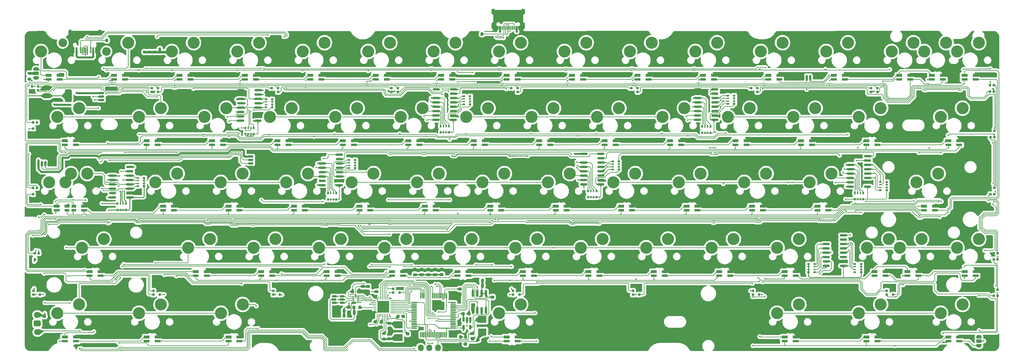
<source format=gbr>
%TF.GenerationSoftware,KiCad,Pcbnew,8.99.0-2230-g1cc11bc589*%
%TF.CreationDate,2024-09-07T17:33:39+07:00*%
%TF.ProjectId,Azimuth_PCB,417a696d-7574-4685-9f50-43422e6b6963,rev?*%
%TF.SameCoordinates,Original*%
%TF.FileFunction,Copper,L2,Bot*%
%TF.FilePolarity,Positive*%
%FSLAX46Y46*%
G04 Gerber Fmt 4.6, Leading zero omitted, Abs format (unit mm)*
G04 Created by KiCad (PCBNEW 8.99.0-2230-g1cc11bc589) date 2024-09-07 17:33:39*
%MOMM*%
%LPD*%
G01*
G04 APERTURE LIST*
G04 Aperture macros list*
%AMRoundRect*
0 Rectangle with rounded corners*
0 $1 Rounding radius*
0 $2 $3 $4 $5 $6 $7 $8 $9 X,Y pos of 4 corners*
0 Add a 4 corners polygon primitive as box body*
4,1,4,$2,$3,$4,$5,$6,$7,$8,$9,$2,$3,0*
0 Add four circle primitives for the rounded corners*
1,1,$1+$1,$2,$3*
1,1,$1+$1,$4,$5*
1,1,$1+$1,$6,$7*
1,1,$1+$1,$8,$9*
0 Add four rect primitives between the rounded corners*
20,1,$1+$1,$2,$3,$4,$5,0*
20,1,$1+$1,$4,$5,$6,$7,0*
20,1,$1+$1,$6,$7,$8,$9,0*
20,1,$1+$1,$8,$9,$2,$3,0*%
%AMFreePoly0*
4,1,19,0.550000,-0.750000,0.000000,-0.750000,0.000000,-0.744911,-0.071157,-0.744911,-0.207708,-0.704816,-0.327430,-0.627875,-0.420627,-0.520320,-0.479746,-0.390866,-0.500000,-0.250000,-0.500000,0.250000,-0.479746,0.390866,-0.420627,0.520320,-0.327430,0.627875,-0.207708,0.704816,-0.071157,0.744911,0.000000,0.744911,0.000000,0.750000,0.550000,0.750000,0.550000,-0.750000,0.550000,-0.750000,
$1*%
%AMFreePoly1*
4,1,19,0.000000,0.744911,0.071157,0.744911,0.207708,0.704816,0.327430,0.627875,0.420627,0.520320,0.479746,0.390866,0.500000,0.250000,0.500000,-0.250000,0.479746,-0.390866,0.420627,-0.520320,0.327430,-0.627875,0.207708,-0.704816,0.071157,-0.744911,0.000000,-0.744911,0.000000,-0.750000,-0.550000,-0.750000,-0.550000,0.750000,0.000000,0.750000,0.000000,0.744911,0.000000,0.744911,
$1*%
G04 Aperture macros list end*
%TA.AperFunction,ComponentPad*%
%ADD10RoundRect,0.250000X0.750000X-0.600000X0.750000X0.600000X-0.750000X0.600000X-0.750000X-0.600000X0*%
%TD*%
%TA.AperFunction,ComponentPad*%
%ADD11O,2.000000X1.700000*%
%TD*%
%TA.AperFunction,ComponentPad*%
%ADD12C,3.500000*%
%TD*%
%TA.AperFunction,SMDPad,CuDef*%
%ADD13R,1.800000X0.836000*%
%TD*%
%TA.AperFunction,SMDPad,CuDef*%
%ADD14R,1.800000X0.764000*%
%TD*%
%TA.AperFunction,SMDPad,CuDef*%
%ADD15R,1.400000X0.836000*%
%TD*%
%TA.AperFunction,SMDPad,CuDef*%
%ADD16R,1.400000X0.764000*%
%TD*%
%TA.AperFunction,ComponentPad*%
%ADD17C,2.500000*%
%TD*%
%TA.AperFunction,ComponentPad*%
%ADD18C,0.400000*%
%TD*%
%TA.AperFunction,ComponentPad*%
%ADD19RoundRect,0.250000X0.600000X0.725000X-0.600000X0.725000X-0.600000X-0.725000X0.600000X-0.725000X0*%
%TD*%
%TA.AperFunction,ComponentPad*%
%ADD20O,1.700000X1.950000*%
%TD*%
%TA.AperFunction,SMDPad,CuDef*%
%ADD21FreePoly0,90.000000*%
%TD*%
%TA.AperFunction,SMDPad,CuDef*%
%ADD22R,1.500000X1.000000*%
%TD*%
%TA.AperFunction,SMDPad,CuDef*%
%ADD23FreePoly1,90.000000*%
%TD*%
%TA.AperFunction,SMDPad,CuDef*%
%ADD24RoundRect,0.150000X-0.850000X-0.150000X0.850000X-0.150000X0.850000X0.150000X-0.850000X0.150000X0*%
%TD*%
%TA.AperFunction,SMDPad,CuDef*%
%ADD25RoundRect,0.200000X0.275000X-0.200000X0.275000X0.200000X-0.275000X0.200000X-0.275000X-0.200000X0*%
%TD*%
%TA.AperFunction,SMDPad,CuDef*%
%ADD26RoundRect,0.200000X-0.200000X-0.275000X0.200000X-0.275000X0.200000X0.275000X-0.200000X0.275000X0*%
%TD*%
%TA.AperFunction,SMDPad,CuDef*%
%ADD27RoundRect,0.250000X-0.350000X-0.650000X0.350000X-0.650000X0.350000X0.650000X-0.350000X0.650000X0*%
%TD*%
%TA.AperFunction,SMDPad,CuDef*%
%ADD28RoundRect,0.150000X-0.150000X-0.625000X0.150000X-0.625000X0.150000X0.625000X-0.150000X0.625000X0*%
%TD*%
%TA.AperFunction,SMDPad,CuDef*%
%ADD29RoundRect,0.150000X0.512500X0.150000X-0.512500X0.150000X-0.512500X-0.150000X0.512500X-0.150000X0*%
%TD*%
%TA.AperFunction,SMDPad,CuDef*%
%ADD30RoundRect,0.200000X0.200000X0.275000X-0.200000X0.275000X-0.200000X-0.275000X0.200000X-0.275000X0*%
%TD*%
%TA.AperFunction,SMDPad,CuDef*%
%ADD31RoundRect,0.225000X0.250000X-0.225000X0.250000X0.225000X-0.250000X0.225000X-0.250000X-0.225000X0*%
%TD*%
%TA.AperFunction,SMDPad,CuDef*%
%ADD32R,0.700000X0.700000*%
%TD*%
%TA.AperFunction,SMDPad,CuDef*%
%ADD33RoundRect,0.225000X-0.250000X0.225000X-0.250000X-0.225000X0.250000X-0.225000X0.250000X0.225000X0*%
%TD*%
%TA.AperFunction,SMDPad,CuDef*%
%ADD34R,0.500000X0.800000*%
%TD*%
%TA.AperFunction,SMDPad,CuDef*%
%ADD35R,0.400000X0.800000*%
%TD*%
%TA.AperFunction,SMDPad,CuDef*%
%ADD36RoundRect,0.225000X0.225000X0.250000X-0.225000X0.250000X-0.225000X-0.250000X0.225000X-0.250000X0*%
%TD*%
%TA.AperFunction,SMDPad,CuDef*%
%ADD37R,0.800000X0.500000*%
%TD*%
%TA.AperFunction,SMDPad,CuDef*%
%ADD38R,0.800000X0.400000*%
%TD*%
%TA.AperFunction,SMDPad,CuDef*%
%ADD39RoundRect,0.150000X-0.150000X-0.425000X0.150000X-0.425000X0.150000X0.425000X-0.150000X0.425000X0*%
%TD*%
%TA.AperFunction,SMDPad,CuDef*%
%ADD40RoundRect,0.075000X-0.075000X-0.500000X0.075000X-0.500000X0.075000X0.500000X-0.075000X0.500000X0*%
%TD*%
%TA.AperFunction,ComponentPad*%
%ADD41O,1.000000X1.800000*%
%TD*%
%TA.AperFunction,ComponentPad*%
%ADD42O,1.000000X2.100000*%
%TD*%
%TA.AperFunction,SMDPad,CuDef*%
%ADD43RoundRect,0.007500X0.267500X0.117500X-0.267500X0.117500X-0.267500X-0.117500X0.267500X-0.117500X0*%
%TD*%
%TA.AperFunction,SMDPad,CuDef*%
%ADD44RoundRect,0.006000X0.269000X0.094000X-0.269000X0.094000X-0.269000X-0.094000X0.269000X-0.094000X0*%
%TD*%
%TA.AperFunction,SMDPad,CuDef*%
%ADD45RoundRect,0.012000X0.138000X-0.288000X0.138000X0.288000X-0.138000X0.288000X-0.138000X-0.288000X0*%
%TD*%
%TA.AperFunction,SMDPad,CuDef*%
%ADD46RoundRect,0.062500X-0.375000X-0.062500X0.375000X-0.062500X0.375000X0.062500X-0.375000X0.062500X0*%
%TD*%
%TA.AperFunction,SMDPad,CuDef*%
%ADD47RoundRect,0.062500X-0.062500X-0.375000X0.062500X-0.375000X0.062500X0.375000X-0.062500X0.375000X0*%
%TD*%
%TA.AperFunction,HeatsinkPad*%
%ADD48R,3.450000X3.450000*%
%TD*%
%TA.AperFunction,SMDPad,CuDef*%
%ADD49R,2.400000X2.000000*%
%TD*%
%TA.AperFunction,SMDPad,CuDef*%
%ADD50FreePoly0,270.000000*%
%TD*%
%TA.AperFunction,SMDPad,CuDef*%
%ADD51FreePoly1,270.000000*%
%TD*%
%TA.AperFunction,SMDPad,CuDef*%
%ADD52RoundRect,0.375000X-0.625000X-0.375000X0.625000X-0.375000X0.625000X0.375000X-0.625000X0.375000X0*%
%TD*%
%TA.AperFunction,SMDPad,CuDef*%
%ADD53RoundRect,0.500000X-0.500000X-1.400000X0.500000X-1.400000X0.500000X1.400000X-0.500000X1.400000X0*%
%TD*%
%TA.AperFunction,SMDPad,CuDef*%
%ADD54R,0.600000X1.760000*%
%TD*%
%TA.AperFunction,SMDPad,CuDef*%
%ADD55R,0.300000X1.760000*%
%TD*%
%TA.AperFunction,SMDPad,CuDef*%
%ADD56R,0.600000X1.450000*%
%TD*%
%TA.AperFunction,ComponentPad*%
%ADD57O,1.000000X1.600000*%
%TD*%
%TA.AperFunction,SMDPad,CuDef*%
%ADD58RoundRect,0.150000X0.150000X-0.825000X0.150000X0.825000X-0.150000X0.825000X-0.150000X-0.825000X0*%
%TD*%
%TA.AperFunction,SMDPad,CuDef*%
%ADD59RoundRect,0.200000X-0.275000X0.200000X-0.275000X-0.200000X0.275000X-0.200000X0.275000X0.200000X0*%
%TD*%
%TA.AperFunction,SMDPad,CuDef*%
%ADD60RoundRect,0.250000X-0.350000X-1.250000X0.350000X-1.250000X0.350000X1.250000X-0.350000X1.250000X0*%
%TD*%
%TA.AperFunction,SMDPad,CuDef*%
%ADD61RoundRect,0.225000X-0.225000X-0.250000X0.225000X-0.250000X0.225000X0.250000X-0.225000X0.250000X0*%
%TD*%
%TA.AperFunction,SMDPad,CuDef*%
%ADD62RoundRect,0.150000X-0.625000X0.150000X-0.625000X-0.150000X0.625000X-0.150000X0.625000X0.150000X0*%
%TD*%
%TA.AperFunction,SMDPad,CuDef*%
%ADD63RoundRect,0.250000X-1.637500X0.350000X-1.637500X-0.350000X1.637500X-0.350000X1.637500X0.350000X0*%
%TD*%
%TA.AperFunction,SMDPad,CuDef*%
%ADD64RoundRect,0.150000X-0.150000X0.512500X-0.150000X-0.512500X0.150000X-0.512500X0.150000X0.512500X0*%
%TD*%
%TA.AperFunction,SMDPad,CuDef*%
%ADD65RoundRect,0.250000X-1.250000X0.350000X-1.250000X-0.350000X1.250000X-0.350000X1.250000X0.350000X0*%
%TD*%
%TA.AperFunction,SMDPad,CuDef*%
%ADD66RoundRect,0.075000X0.075000X-0.700000X0.075000X0.700000X-0.075000X0.700000X-0.075000X-0.700000X0*%
%TD*%
%TA.AperFunction,SMDPad,CuDef*%
%ADD67RoundRect,0.075000X0.700000X-0.075000X0.700000X0.075000X-0.700000X0.075000X-0.700000X-0.075000X0*%
%TD*%
%TA.AperFunction,ViaPad*%
%ADD68C,0.400000*%
%TD*%
%TA.AperFunction,ViaPad*%
%ADD69C,0.600000*%
%TD*%
%TA.AperFunction,Conductor*%
%ADD70C,0.283464*%
%TD*%
%TA.AperFunction,Conductor*%
%ADD71C,0.200000*%
%TD*%
%TA.AperFunction,Conductor*%
%ADD72C,0.600000*%
%TD*%
%TA.AperFunction,Conductor*%
%ADD73C,0.762000*%
%TD*%
G04 APERTURE END LIST*
D10*
%TO.P,SWboot1,1,1*%
%TO.N,GND*%
X228540000Y-415475000D03*
D11*
%TO.P,SWboot1,2,2*%
%TO.N,RST*%
X228540000Y-412975000D03*
%TD*%
D10*
%TO.P,SWboot2,1,1*%
%TO.N,+3.3V*%
X228475000Y-410450000D03*
D11*
%TO.P,SWboot2,2,2*%
%TO.N,Net-(U1-BOOT0)*%
X228475000Y-407950000D03*
%TD*%
D12*
%TO.P,SW13,1*%
%TO.N,GND1*%
X458122500Y-331260000D03*
%TO.P,SW13,2*%
%TO.N,=*%
X464472500Y-328720000D03*
D13*
%TO.P,SW13,3,VSS*%
%TO.N,GND*%
X463532500Y-338218000D03*
%TO.P,SW13,4,DIN*%
%TO.N,Net-(SW12-DOUT)*%
X460332500Y-338218000D03*
D14*
%TO.P,SW13,5,DOUT*%
%TO.N,Net-(SW13-DOUT)*%
X463532500Y-339418000D03*
%TO.P,SW13,6,VDD*%
%TO.N,+5V*%
X460332500Y-339418000D03*
%TD*%
D12*
%TO.P,SW5,1*%
%TO.N,GND1*%
X305722500Y-331260000D03*
%TO.P,SW5,2*%
%TO.N,4*%
X312072500Y-328720000D03*
D13*
%TO.P,SW5,3,VSS*%
%TO.N,GND*%
X311132500Y-338218000D03*
%TO.P,SW5,4,DIN*%
%TO.N,Net-(SW4-DOUT)*%
X307932500Y-338218000D03*
D14*
%TO.P,SW5,5,DOUT*%
%TO.N,Net-(SW5-DOUT)*%
X311132500Y-339418000D03*
%TO.P,SW5,6,VDD*%
%TO.N,+5V*%
X307932500Y-339418000D03*
%TD*%
D12*
%TO.P,SW32,1*%
%TO.N,GND1*%
X300960000Y-369360000D03*
%TO.P,SW32,2*%
%TO.N,d*%
X307310000Y-366820000D03*
D13*
%TO.P,SW32,3,VSS*%
%TO.N,GND*%
X306370000Y-376318000D03*
%TO.P,SW32,4,DIN*%
%TO.N,Net-(SW31-DOUT)*%
X303170000Y-376318000D03*
D14*
%TO.P,SW32,5,DOUT*%
%TO.N,Net-(SW32-DOUT)*%
X306370000Y-377518000D03*
%TO.P,SW32,6,VDD*%
%TO.N,+5V*%
X303170000Y-377518000D03*
%TD*%
D12*
%TO.P,SW16,1*%
%TO.N,GND1*%
X258097500Y-350310000D03*
%TO.P,SW16,2*%
%TO.N,q*%
X264447500Y-347770000D03*
D13*
%TO.P,SW16,3,VSS*%
%TO.N,GND*%
X263507500Y-357268000D03*
%TO.P,SW16,4,DIN*%
%TO.N,Net-(SW15-DOUT)*%
X260307500Y-357268000D03*
D14*
%TO.P,SW16,5,DOUT*%
%TO.N,Net-(SW16-DOUT)*%
X263507500Y-358468000D03*
%TO.P,SW16,6,VDD*%
%TO.N,+5V*%
X260307500Y-358468000D03*
%TD*%
D12*
%TO.P,SW37,1*%
%TO.N,GND1*%
X396210000Y-369360000D03*
%TO.P,SW37,2*%
%TO.N,k*%
X402560000Y-366820000D03*
D13*
%TO.P,SW37,3,VSS*%
%TO.N,GND*%
X401620000Y-376318000D03*
%TO.P,SW37,4,DIN*%
%TO.N,Net-(SW36-DOUT)*%
X398420000Y-376318000D03*
D14*
%TO.P,SW37,5,DOUT*%
%TO.N,Net-(SW37-DOUT)*%
X401620000Y-377518000D03*
%TO.P,SW37,6,VDD*%
%TO.N,+5V*%
X398420000Y-377518000D03*
%TD*%
D12*
%TO.P,SW49,1*%
%TO.N,GND1*%
X367635000Y-388410000D03*
%TO.P,SW49,2*%
%TO.N,n*%
X373985000Y-385870000D03*
D13*
%TO.P,SW49,3,VSS*%
%TO.N,GND*%
X373045000Y-395368000D03*
%TO.P,SW49,4,DIN*%
%TO.N,Net-(SW48-DOUT)*%
X369845000Y-395368000D03*
D14*
%TO.P,SW49,5,DOUT*%
%TO.N,Net-(SW49-DOUT)*%
X373045000Y-396568000D03*
%TO.P,SW49,6,VDD*%
%TO.N,+5V*%
X369845000Y-396568000D03*
%TD*%
D12*
%TO.P,SW62,1*%
%TO.N,GND1*%
X491460500Y-407460000D03*
%TO.P,SW62,2*%
%TO.N,rctrl*%
X497810500Y-404920000D03*
D13*
%TO.P,SW62,3,VSS*%
%TO.N,GND*%
X496870500Y-414418000D03*
%TO.P,SW62,4,DIN*%
%TO.N,Net-(SW61-DOUT)*%
X493670500Y-414418000D03*
D14*
%TO.P,SW62,5,DOUT*%
%TO.N,matrix1*%
X496870500Y-415618000D03*
%TO.P,SW62,6,VDD*%
%TO.N,+5V*%
X493670500Y-415618000D03*
%TD*%
D12*
%TO.P,SW38,1*%
%TO.N,GND1*%
X415260000Y-369360000D03*
%TO.P,SW38,2*%
%TO.N,l*%
X421610000Y-366820000D03*
D13*
%TO.P,SW38,3,VSS*%
%TO.N,GND*%
X420670000Y-376318000D03*
%TO.P,SW38,4,DIN*%
%TO.N,Net-(SW37-DOUT)*%
X417470000Y-376318000D03*
D14*
%TO.P,SW38,5,DOUT*%
%TO.N,Net-(SW38-DOUT)*%
X420670000Y-377518000D03*
%TO.P,SW38,6,VDD*%
%TO.N,+5V*%
X417470000Y-377518000D03*
%TD*%
D12*
%TO.P,SW15,1*%
%TO.N,GND1*%
X234285500Y-350310000D03*
%TO.P,SW15,2*%
%TO.N,tab*%
X240635500Y-347770000D03*
D13*
%TO.P,SW15,3,VSS*%
%TO.N,GND*%
X239695500Y-357268000D03*
%TO.P,SW15,4,DIN*%
%TO.N,Net-(SW14-DOUT)*%
X236495500Y-357268000D03*
D14*
%TO.P,SW15,5,DOUT*%
%TO.N,Net-(SW15-DOUT)*%
X239695500Y-358468000D03*
%TO.P,SW15,6,VDD*%
%TO.N,+5V*%
X236495500Y-358468000D03*
%TD*%
D12*
%TO.P,SW60,1*%
%TO.N,GND1*%
X443835500Y-407460000D03*
%TO.P,SW60,2*%
%TO.N,ralt*%
X450185500Y-404920000D03*
D13*
%TO.P,SW60,3,VSS*%
%TO.N,GND*%
X449245500Y-414418000D03*
%TO.P,SW60,4,DIN*%
%TO.N,Net-(SW59-DOUT)*%
X446045500Y-414418000D03*
D14*
%TO.P,SW60,5,DOUT*%
%TO.N,Net-(SW60-DOUT)*%
X449245500Y-415618000D03*
%TO.P,SW60,6,VDD*%
%TO.N,+5V*%
X446045500Y-415618000D03*
%TD*%
D12*
%TO.P,SW47,1*%
%TO.N,GND1*%
X329535000Y-388410000D03*
%TO.P,SW47,2*%
%TO.N,v*%
X335885000Y-385870000D03*
D13*
%TO.P,SW47,3,VSS*%
%TO.N,GND*%
X334945000Y-395368000D03*
%TO.P,SW47,4,DIN*%
%TO.N,Net-(SW46-DOUT)*%
X331745000Y-395368000D03*
D14*
%TO.P,SW47,5,DOUT*%
%TO.N,Net-(SW47-DOUT)*%
X334945000Y-396568000D03*
%TO.P,SW47,6,VDD*%
%TO.N,+5V*%
X331745000Y-396568000D03*
%TD*%
D12*
%TO.P,SW54,1*%
%TO.N,GND1*%
X470029000Y-388410000D03*
%TO.P,SW54,2*%
%TO.N,rshift*%
X476379000Y-385870000D03*
D13*
%TO.P,SW54,3,VSS*%
%TO.N,GND*%
X475439000Y-395368000D03*
%TO.P,SW54,4,DIN*%
%TO.N,Net-(SW2001-DIN)*%
X472239000Y-395368000D03*
D14*
%TO.P,SW54,5,DOUT*%
%TO.N,Net-(SW2001-DOUT)*%
X475439000Y-396568000D03*
%TO.P,SW54,6,VDD*%
%TO.N,+5V*%
X472239000Y-396568000D03*
%TD*%
D12*
%TO.P,SW29,1*%
%TO.N,GND1*%
X236666500Y-369360000D03*
%TO.P,SW29,2*%
%TO.N,cap*%
X243016500Y-366820000D03*
D13*
%TO.P,SW29,3,VSS*%
%TO.N,GND*%
X242076500Y-376318000D03*
D15*
%TO.P,SW29,4,DIN*%
%TO.N,Net-(SW2002-DIN)*%
X239076500Y-376318000D03*
D14*
%TO.P,SW29,5,DOUT*%
%TO.N,Net-(SW2002-DOUT)*%
X242076500Y-377518000D03*
D16*
%TO.P,SW29,6,VDD*%
%TO.N,+5V*%
X239076500Y-377518000D03*
%TD*%
D12*
%TO.P,SW40,1*%
%TO.N,GND1*%
X453360000Y-369360000D03*
%TO.P,SW40,2*%
%TO.N,'*%
X459710000Y-366820000D03*
D13*
%TO.P,SW40,3,VSS*%
%TO.N,GND*%
X458770000Y-376318000D03*
%TO.P,SW40,4,DIN*%
%TO.N,Net-(SW39-DOUT)*%
X455570000Y-376318000D03*
D14*
%TO.P,SW40,5,DOUT*%
%TO.N,Net-(SW40-DOUT)*%
X458770000Y-377518000D03*
%TO.P,SW40,6,VDD*%
%TO.N,+5V*%
X455570000Y-377518000D03*
%TD*%
D12*
%TO.P,SW25,1*%
%TO.N,GND1*%
X429547500Y-350310000D03*
%TO.P,SW25,2*%
%TO.N,p*%
X435897500Y-347770000D03*
D13*
%TO.P,SW25,3,VSS*%
%TO.N,GND*%
X434957500Y-357268000D03*
%TO.P,SW25,4,DIN*%
%TO.N,Net-(SW24-DOUT)*%
X431757500Y-357268000D03*
D14*
%TO.P,SW25,5,DOUT*%
%TO.N,Net-(SW25-DOUT)*%
X434957500Y-358468000D03*
%TO.P,SW25,6,VDD*%
%TO.N,+5V*%
X431757500Y-358468000D03*
%TD*%
D12*
%TO.P,SW20,1*%
%TO.N,GND1*%
X334297500Y-350310000D03*
%TO.P,SW20,2*%
%TO.N,t*%
X340647500Y-347770000D03*
D13*
%TO.P,SW20,3,VSS*%
%TO.N,GND*%
X339707500Y-357268000D03*
%TO.P,SW20,4,DIN*%
%TO.N,Net-(SW19-DOUT)*%
X336507500Y-357268000D03*
D14*
%TO.P,SW20,5,DOUT*%
%TO.N,Net-(SW20-DOUT)*%
X339707500Y-358468000D03*
%TO.P,SW20,6,VDD*%
%TO.N,+5V*%
X336507500Y-358468000D03*
%TD*%
D12*
%TO.P,SW53,1*%
%TO.N,GND1*%
X443835000Y-388410000D03*
%TO.P,SW53,2*%
%TO.N,{slash}*%
X450185000Y-385870000D03*
D13*
%TO.P,SW53,3,VSS*%
%TO.N,GND*%
X449245000Y-395368000D03*
%TO.P,SW53,4,DIN*%
%TO.N,Net-(SW52-DOUT)*%
X446045000Y-395368000D03*
D14*
%TO.P,SW53,5,DOUT*%
%TO.N,Net-(SW2001-DIN)*%
X449245000Y-396568000D03*
%TO.P,SW53,6,VDD*%
%TO.N,+5V*%
X446045000Y-396568000D03*
%TD*%
D17*
%TO.P,SW2,1*%
%TO.N,GND1*%
X248572500Y-331260000D03*
D12*
%TO.P,SW2,2*%
%TO.N,1*%
X254922500Y-328720000D03*
D13*
%TO.P,SW2,3,VSS*%
%TO.N,GND*%
X253982500Y-338218000D03*
%TO.P,SW2,4,DIN*%
%TO.N,Net-(SW1-DOUT)*%
X250782500Y-338218000D03*
D14*
%TO.P,SW2,5,DOUT*%
%TO.N,Net-(SW2-DOUT)*%
X253982500Y-339418000D03*
%TO.P,SW2,6,VDD*%
%TO.N,+5V*%
X250782500Y-339418000D03*
%TD*%
D12*
%TO.P,SW36,1*%
%TO.N,GND1*%
X377160000Y-369360000D03*
%TO.P,SW36,2*%
%TO.N,j*%
X383510000Y-366820000D03*
D13*
%TO.P,SW36,3,VSS*%
%TO.N,GND*%
X382570000Y-376318000D03*
%TO.P,SW36,4,DIN*%
%TO.N,Net-(SW35-DOUT)*%
X379370000Y-376318000D03*
D14*
%TO.P,SW36,5,DOUT*%
%TO.N,Net-(SW36-DOUT)*%
X382570000Y-377518000D03*
%TO.P,SW36,6,VDD*%
%TO.N,+5V*%
X379370000Y-377518000D03*
%TD*%
D12*
%TO.P,SW9,1*%
%TO.N,GND1*%
X381922500Y-331260000D03*
%TO.P,SW9,2*%
%TO.N,8*%
X388272500Y-328720000D03*
D13*
%TO.P,SW9,3,VSS*%
%TO.N,GND*%
X387332500Y-338218000D03*
%TO.P,SW9,4,DIN*%
%TO.N,Net-(SW8-DOUT)*%
X384132500Y-338218000D03*
D14*
%TO.P,SW9,5,DOUT*%
%TO.N,Net-(SW10-DIN)*%
X387332500Y-339418000D03*
%TO.P,SW9,6,VDD*%
%TO.N,+5V*%
X384132500Y-339418000D03*
%TD*%
D12*
%TO.P,SW6,1*%
%TO.N,GND1*%
X324772500Y-331260000D03*
%TO.P,SW6,2*%
%TO.N,5*%
X331122500Y-328720000D03*
D13*
%TO.P,SW6,3,VSS*%
%TO.N,GND*%
X330182500Y-338218000D03*
%TO.P,SW6,4,DIN*%
%TO.N,Net-(SW5-DOUT)*%
X326982500Y-338218000D03*
D14*
%TO.P,SW6,5,DOUT*%
%TO.N,Net-(SW6-DOUT)*%
X330182500Y-339418000D03*
%TO.P,SW6,6,VDD*%
%TO.N,+5V*%
X326982500Y-339418000D03*
%TD*%
D12*
%TO.P,SW17,1*%
%TO.N,GND1*%
X277147500Y-350310000D03*
%TO.P,SW17,2*%
%TO.N,w*%
X283497500Y-347770000D03*
D13*
%TO.P,SW17,3,VSS*%
%TO.N,GND*%
X282557500Y-357268000D03*
%TO.P,SW17,4,DIN*%
%TO.N,Net-(SW16-DOUT)*%
X279357500Y-357268000D03*
D14*
%TO.P,SW17,5,DOUT*%
%TO.N,Net-(SW17-DOUT)*%
X282557500Y-358468000D03*
%TO.P,SW17,6,VDD*%
%TO.N,+5V*%
X279357500Y-358468000D03*
%TD*%
D12*
%TO.P,SW28,1*%
%TO.N,GND1*%
X491460500Y-350310000D03*
%TO.P,SW28,2*%
%TO.N,\u005C*%
X497810500Y-347770000D03*
D13*
%TO.P,SW28,3,VSS*%
%TO.N,GND*%
X496870500Y-357268000D03*
%TO.P,SW28,4,DIN*%
%TO.N,Net-(SW27-DOUT)*%
X493670500Y-357268000D03*
D14*
%TO.P,SW28,5,DOUT*%
%TO.N,Net-(SW2002-DIN)*%
X496870500Y-358468000D03*
%TO.P,SW28,6,VDD*%
%TO.N,+5V*%
X493670500Y-358468000D03*
%TD*%
D12*
%TO.P,SW2001,1*%
%TO.N,GND1*%
X479554000Y-388410000D03*
%TO.P,SW2001,2*%
%TO.N,rshift*%
X485904000Y-385870000D03*
D13*
%TO.P,SW2001,3,VSS*%
%TO.N,GND*%
X484964000Y-395368000D03*
%TO.P,SW2001,4,DIN*%
%TO.N,Net-(SW2001-DIN)*%
X481764000Y-395368000D03*
D14*
%TO.P,SW2001,5,DOUT*%
%TO.N,Net-(SW2001-DOUT)*%
X484964000Y-396568000D03*
%TO.P,SW2001,6,VDD*%
%TO.N,+5V*%
X481764000Y-396568000D03*
%TD*%
D12*
%TO.P,SW39,1*%
%TO.N,GND1*%
X434310000Y-369360000D03*
%TO.P,SW39,2*%
%TO.N,;*%
X440660000Y-366820000D03*
D13*
%TO.P,SW39,3,VSS*%
%TO.N,GND*%
X439720000Y-376318000D03*
%TO.P,SW39,4,DIN*%
%TO.N,Net-(SW38-DOUT)*%
X436520000Y-376318000D03*
D14*
%TO.P,SW39,5,DOUT*%
%TO.N,Net-(SW39-DOUT)*%
X439720000Y-377518000D03*
%TO.P,SW39,6,VDD*%
%TO.N,+5V*%
X436520000Y-377518000D03*
%TD*%
D12*
%TO.P,SW23,1*%
%TO.N,GND1*%
X391447500Y-350310000D03*
%TO.P,SW23,2*%
%TO.N,i*%
X397797500Y-347770000D03*
D13*
%TO.P,SW23,3,VSS*%
%TO.N,GND*%
X396857500Y-357268000D03*
%TO.P,SW23,4,DIN*%
%TO.N,Net-(SW22-DOUT)*%
X393657500Y-357268000D03*
D14*
%TO.P,SW23,5,DOUT*%
%TO.N,Net-(SW23-DOUT)*%
X396857500Y-358468000D03*
%TO.P,SW23,6,VDD*%
%TO.N,+5V*%
X393657500Y-358468000D03*
%TD*%
D12*
%TO.P,SW59,1*%
%TO.N,GND1*%
X362872500Y-407455000D03*
%TO.P,SW59,2*%
%TO.N,space*%
X369222500Y-404915000D03*
D13*
%TO.P,SW59,3,VSS*%
%TO.N,GND*%
X368282500Y-414413000D03*
%TO.P,SW59,4,DIN*%
%TO.N,Net-(SW58-DOUT)*%
X365082500Y-414413000D03*
D14*
%TO.P,SW59,5,DOUT*%
%TO.N,Net-(SW59-DOUT)*%
X368282500Y-415613000D03*
%TO.P,SW59,6,VDD*%
%TO.N,+5V*%
X365082500Y-415613000D03*
%TD*%
D12*
%TO.P,SW58,1*%
%TO.N,GND1*%
X281910500Y-407460000D03*
%TO.P,SW58,2*%
%TO.N,lalt*%
X288260500Y-404920000D03*
D13*
%TO.P,SW58,3,VSS*%
%TO.N,GND*%
X287320500Y-414418000D03*
%TO.P,SW58,4,DIN*%
%TO.N,Net-(SW57-DOUT)*%
X284120500Y-414418000D03*
D14*
%TO.P,SW58,5,DOUT*%
%TO.N,Net-(SW58-DOUT)*%
X287320500Y-415618000D03*
%TO.P,SW58,6,VDD*%
%TO.N,+5V*%
X284120500Y-415618000D03*
%TD*%
D12*
%TO.P,SW61,1*%
%TO.N,GND1*%
X467647500Y-407460000D03*
%TO.P,SW61,2*%
%TO.N,rwin*%
X473997500Y-404920000D03*
D13*
%TO.P,SW61,3,VSS*%
%TO.N,GND*%
X473057500Y-414418000D03*
%TO.P,SW61,4,DIN*%
%TO.N,Net-(SW60-DOUT)*%
X469857500Y-414418000D03*
D14*
%TO.P,SW61,5,DOUT*%
%TO.N,Net-(SW61-DOUT)*%
X473057500Y-415618000D03*
%TO.P,SW61,6,VDD*%
%TO.N,+5V*%
X469857500Y-415618000D03*
%TD*%
D12*
%TO.P,SW12,1*%
%TO.N,GND1*%
X439072500Y-331260000D03*
%TO.P,SW12,2*%
%TO.N,-*%
X445422500Y-328720000D03*
D13*
%TO.P,SW12,3,VSS*%
%TO.N,GND*%
X444482500Y-338218000D03*
%TO.P,SW12,4,DIN*%
%TO.N,Net-(SW11-DOUT)*%
X441282500Y-338218000D03*
D14*
%TO.P,SW12,5,DOUT*%
%TO.N,Net-(SW12-DOUT)*%
X444482500Y-339418000D03*
%TO.P,SW12,6,VDD*%
%TO.N,+5V*%
X441282500Y-339418000D03*
%TD*%
D12*
%TO.P,SW34,1*%
%TO.N,GND1*%
X339060000Y-369360000D03*
%TO.P,SW34,2*%
%TO.N,g*%
X345410000Y-366820000D03*
D13*
%TO.P,SW34,3,VSS*%
%TO.N,GND*%
X344470000Y-376318000D03*
%TO.P,SW34,4,DIN*%
%TO.N,Net-(SW33-DOUT)*%
X341270000Y-376318000D03*
D14*
%TO.P,SW34,5,DOUT*%
%TO.N,Net-(SW34-DOUT)*%
X344470000Y-377518000D03*
%TO.P,SW34,6,VDD*%
%TO.N,+5V*%
X341270000Y-377518000D03*
%TD*%
D12*
%TO.P,SW21,1*%
%TO.N,GND1*%
X353347500Y-350310000D03*
%TO.P,SW21,2*%
%TO.N,y*%
X359697500Y-347770000D03*
D13*
%TO.P,SW21,3,VSS*%
%TO.N,GND*%
X358757500Y-357268000D03*
%TO.P,SW21,4,DIN*%
%TO.N,Net-(SW20-DOUT)*%
X355557500Y-357268000D03*
D14*
%TO.P,SW21,5,DOUT*%
%TO.N,Net-(SW21-DOUT)*%
X358757500Y-358468000D03*
%TO.P,SW21,6,VDD*%
%TO.N,+5V*%
X355557500Y-358468000D03*
%TD*%
D12*
%TO.P,SW2000,1*%
%TO.N,GND1*%
X486697500Y-331260000D03*
%TO.P,SW2000,2*%
%TO.N,backspace*%
X493047500Y-328720000D03*
D13*
%TO.P,SW2000,3,VSS*%
%TO.N,GND*%
X492107500Y-338218000D03*
%TO.P,SW2000,4,DIN*%
%TO.N,Net-(SW13-DOUT)*%
X488907500Y-338218000D03*
D14*
%TO.P,SW2000,5,DOUT*%
%TO.N,Net-(SW14-DOUT)*%
X492107500Y-339418000D03*
%TO.P,SW2000,6,VDD*%
%TO.N,+5V*%
X488907500Y-339418000D03*
%TD*%
D12*
%TO.P,SW18,1*%
%TO.N,GND1*%
X296197500Y-350310000D03*
%TO.P,SW18,2*%
%TO.N,e*%
X302547500Y-347770000D03*
D13*
%TO.P,SW18,3,VSS*%
%TO.N,GND*%
X301607500Y-357268000D03*
%TO.P,SW18,4,DIN*%
%TO.N,Net-(SW17-DOUT)*%
X298407500Y-357268000D03*
D14*
%TO.P,SW18,5,DOUT*%
%TO.N,Net-(SW18-DOUT)*%
X301607500Y-358468000D03*
%TO.P,SW18,6,VDD*%
%TO.N,+5V*%
X298407500Y-358468000D03*
%TD*%
D12*
%TO.P,SW27,1*%
%TO.N,GND1*%
X467647500Y-350310000D03*
%TO.P,SW27,2*%
%TO.N,]*%
X473997500Y-347770000D03*
D13*
%TO.P,SW27,3,VSS*%
%TO.N,GND*%
X473057500Y-357268000D03*
%TO.P,SW27,4,DIN*%
%TO.N,Net-(SW26-DOUT)*%
X469857500Y-357268000D03*
D14*
%TO.P,SW27,5,DOUT*%
%TO.N,Net-(SW27-DOUT)*%
X473057500Y-358468000D03*
%TO.P,SW27,6,VDD*%
%TO.N,+5V*%
X469857500Y-358468000D03*
%TD*%
D12*
%TO.P,SW10,1*%
%TO.N,GND1*%
X400972500Y-331260000D03*
%TO.P,SW10,2*%
%TO.N,9*%
X407322500Y-328720000D03*
D13*
%TO.P,SW10,3,VSS*%
%TO.N,GND*%
X406382500Y-338218000D03*
%TO.P,SW10,4,DIN*%
%TO.N,Net-(SW10-DIN)*%
X403182500Y-338218000D03*
D14*
%TO.P,SW10,5,DOUT*%
%TO.N,Net-(SW10-DOUT)*%
X406382500Y-339418000D03*
%TO.P,SW10,6,VDD*%
%TO.N,+5V*%
X403182500Y-339418000D03*
%TD*%
D12*
%TO.P,SW51,1*%
%TO.N,GND1*%
X405735000Y-388410000D03*
%TO.P,SW51,2*%
%TO.N,\u002C*%
X412085000Y-385870000D03*
D13*
%TO.P,SW51,3,VSS*%
%TO.N,GND*%
X411145000Y-395368000D03*
%TO.P,SW51,4,DIN*%
%TO.N,Net-(SW50-DOUT)*%
X407945000Y-395368000D03*
D14*
%TO.P,SW51,5,DOUT*%
%TO.N,Net-(SW51-DOUT)*%
X411145000Y-396568000D03*
%TO.P,SW51,6,VDD*%
%TO.N,+5V*%
X407945000Y-396568000D03*
%TD*%
D12*
%TO.P,SW2002,1*%
%TO.N,unconnected-(SW2002-Pad1)*%
X231903500Y-369360000D03*
%TO.P,SW2002,2*%
%TO.N,GND1*%
X238253500Y-366820000D03*
D15*
%TO.P,SW2002,3,VSS*%
%TO.N,GND*%
X237113500Y-376318000D03*
D13*
%TO.P,SW2002,4,DIN*%
%TO.N,Net-(SW2002-DIN)*%
X234113500Y-376318000D03*
D16*
%TO.P,SW2002,5,DOUT*%
%TO.N,Net-(SW2002-DOUT)*%
X237113500Y-377518000D03*
D14*
%TO.P,SW2002,6,VDD*%
%TO.N,+5V*%
X234113500Y-377518000D03*
%TD*%
D12*
%TO.P,SW19,1*%
%TO.N,GND1*%
X315247500Y-350310000D03*
%TO.P,SW19,2*%
%TO.N,r*%
X321597500Y-347770000D03*
D13*
%TO.P,SW19,3,VSS*%
%TO.N,GND*%
X320657500Y-357268000D03*
%TO.P,SW19,4,DIN*%
%TO.N,Net-(SW18-DOUT)*%
X317457500Y-357268000D03*
D14*
%TO.P,SW19,5,DOUT*%
%TO.N,Net-(SW19-DOUT)*%
X320657500Y-358468000D03*
%TO.P,SW19,6,VDD*%
%TO.N,+5V*%
X317457500Y-358468000D03*
%TD*%
D12*
%TO.P,SW48,1*%
%TO.N,GND1*%
X348585000Y-388410000D03*
%TO.P,SW48,2*%
%TO.N,b*%
X354935000Y-385870000D03*
D13*
%TO.P,SW48,3,VSS*%
%TO.N,GND*%
X353995000Y-395368000D03*
%TO.P,SW48,4,DIN*%
%TO.N,Net-(SW47-DOUT)*%
X350795000Y-395368000D03*
D14*
%TO.P,SW48,5,DOUT*%
%TO.N,Net-(SW48-DOUT)*%
X353995000Y-396568000D03*
%TO.P,SW48,6,VDD*%
%TO.N,+5V*%
X350795000Y-396568000D03*
%TD*%
D12*
%TO.P,SW35,1*%
%TO.N,GND1*%
X358110000Y-369360000D03*
%TO.P,SW35,2*%
%TO.N,h*%
X364460000Y-366820000D03*
D13*
%TO.P,SW35,3,VSS*%
%TO.N,GND*%
X363520000Y-376318000D03*
%TO.P,SW35,4,DIN*%
%TO.N,Net-(SW34-DOUT)*%
X360320000Y-376318000D03*
D14*
%TO.P,SW35,5,DOUT*%
%TO.N,Net-(SW35-DOUT)*%
X363520000Y-377518000D03*
%TO.P,SW35,6,VDD*%
%TO.N,+5V*%
X360320000Y-377518000D03*
%TD*%
D12*
%TO.P,SW22,1*%
%TO.N,GND1*%
X372397500Y-350310000D03*
%TO.P,SW22,2*%
%TO.N,u*%
X378747500Y-347770000D03*
D13*
%TO.P,SW22,3,VSS*%
%TO.N,GND*%
X377807500Y-357268000D03*
%TO.P,SW22,4,DIN*%
%TO.N,Net-(SW21-DOUT)*%
X374607500Y-357268000D03*
D14*
%TO.P,SW22,5,DOUT*%
%TO.N,Net-(SW22-DOUT)*%
X377807500Y-358468000D03*
%TO.P,SW22,6,VDD*%
%TO.N,+5V*%
X374607500Y-358468000D03*
%TD*%
D12*
%TO.P,SW41,1*%
%TO.N,GND1*%
X484390600Y-369360000D03*
D18*
%TO.P,SW41,2*%
%TO.N,enter*%
X490740600Y-365560000D03*
D12*
X490740600Y-366820000D03*
D13*
%TO.P,SW41,3,VSS*%
%TO.N,GND*%
X489800600Y-376318000D03*
%TO.P,SW41,4,DIN*%
%TO.N,Net-(SW40-DOUT)*%
X486600600Y-376318000D03*
D14*
%TO.P,SW41,5,DOUT*%
%TO.N,Net-(SW41-DOUT)*%
X489800600Y-377518000D03*
%TO.P,SW41,6,VDD*%
%TO.N,+5V*%
X486600600Y-377518000D03*
%TD*%
D12*
%TO.P,SW14,1*%
%TO.N,GND1*%
X477172500Y-331260000D03*
%TO.P,SW14,2*%
%TO.N,backspace*%
X483522500Y-328720000D03*
D13*
%TO.P,SW14,3,VSS*%
%TO.N,GND*%
X482582500Y-338218000D03*
%TO.P,SW14,4,DIN*%
%TO.N,Net-(SW13-DOUT)*%
X479382500Y-338218000D03*
D14*
%TO.P,SW14,5,DOUT*%
%TO.N,Net-(SW14-DOUT)*%
X482582500Y-339418000D03*
%TO.P,SW14,6,VDD*%
%TO.N,+5V*%
X479382500Y-339418000D03*
%TD*%
D12*
%TO.P,SW52,1*%
%TO.N,GND1*%
X424785000Y-388410000D03*
%TO.P,SW52,2*%
%TO.N,.*%
X431135000Y-385870000D03*
D13*
%TO.P,SW52,3,VSS*%
%TO.N,GND*%
X430195000Y-395368000D03*
%TO.P,SW52,4,DIN*%
%TO.N,Net-(SW51-DOUT)*%
X426995000Y-395368000D03*
D14*
%TO.P,SW52,5,DOUT*%
%TO.N,Net-(SW52-DOUT)*%
X430195000Y-396568000D03*
%TO.P,SW52,6,VDD*%
%TO.N,+5V*%
X426995000Y-396568000D03*
%TD*%
D12*
%TO.P,SW44,1*%
%TO.N,GND1*%
X272385000Y-388410000D03*
%TO.P,SW44,2*%
%TO.N,z*%
X278735000Y-385870000D03*
D13*
%TO.P,SW44,3,VSS*%
%TO.N,GND*%
X277795000Y-395368000D03*
%TO.P,SW44,4,DIN*%
%TO.N,Net-(SW43-DOUT)*%
X274595000Y-395368000D03*
D14*
%TO.P,SW44,5,DOUT*%
%TO.N,Net-(SW44-DOUT)*%
X277795000Y-396568000D03*
%TO.P,SW44,6,VDD*%
%TO.N,+5V*%
X274595000Y-396568000D03*
%TD*%
D12*
%TO.P,SW31,1*%
%TO.N,GND1*%
X281910000Y-369360000D03*
%TO.P,SW31,2*%
%TO.N,s*%
X288260000Y-366820000D03*
D13*
%TO.P,SW31,3,VSS*%
%TO.N,GND*%
X287320000Y-376318000D03*
%TO.P,SW31,4,DIN*%
%TO.N,Net-(SW30-DOUT)*%
X284120000Y-376318000D03*
D14*
%TO.P,SW31,5,DOUT*%
%TO.N,Net-(SW31-DOUT)*%
X287320000Y-377518000D03*
%TO.P,SW31,6,VDD*%
%TO.N,+5V*%
X284120000Y-377518000D03*
%TD*%
D12*
%TO.P,SW24,1*%
%TO.N,GND1*%
X410497500Y-350310000D03*
%TO.P,SW24,2*%
%TO.N,o*%
X416847500Y-347770000D03*
D13*
%TO.P,SW24,3,VSS*%
%TO.N,GND*%
X415907500Y-357268000D03*
%TO.P,SW24,4,DIN*%
%TO.N,Net-(SW23-DOUT)*%
X412707500Y-357268000D03*
D14*
%TO.P,SW24,5,DOUT*%
%TO.N,Net-(SW24-DOUT)*%
X415907500Y-358468000D03*
%TO.P,SW24,6,VDD*%
%TO.N,+5V*%
X412707500Y-358468000D03*
%TD*%
D12*
%TO.P,SW50,1*%
%TO.N,GND1*%
X386685000Y-388410000D03*
%TO.P,SW50,2*%
%TO.N,m*%
X393035000Y-385870000D03*
D13*
%TO.P,SW50,3,VSS*%
%TO.N,GND*%
X392095000Y-395368000D03*
%TO.P,SW50,4,DIN*%
%TO.N,Net-(SW49-DOUT)*%
X388895000Y-395368000D03*
D14*
%TO.P,SW50,5,DOUT*%
%TO.N,Net-(SW50-DOUT)*%
X392095000Y-396568000D03*
%TO.P,SW50,6,VDD*%
%TO.N,+5V*%
X388895000Y-396568000D03*
%TD*%
D12*
%TO.P,SW43,1*%
%TO.N,GND1*%
X241503100Y-388410000D03*
D18*
%TO.P,SW43,2*%
%TO.N,lshift*%
X247853100Y-384610000D03*
D12*
X247853100Y-385870000D03*
D13*
%TO.P,SW43,3,VSS*%
%TO.N,GND*%
X246913100Y-395368000D03*
%TO.P,SW43,4,DIN*%
%TO.N,Net-(SW42-DOUT)*%
X243713100Y-395368000D03*
D14*
%TO.P,SW43,5,DOUT*%
%TO.N,Net-(SW43-DOUT)*%
X246913100Y-396568000D03*
%TO.P,SW43,6,VDD*%
%TO.N,+5V*%
X243713100Y-396568000D03*
%TD*%
D12*
%TO.P,SW42,1*%
%TO.N,GND1*%
X496222500Y-331260000D03*
%TO.P,SW42,2*%
%TO.N,backspace2*%
X502572500Y-328720000D03*
D13*
%TO.P,SW42,3,VSS*%
%TO.N,GND*%
X501632500Y-338218000D03*
%TO.P,SW42,4,DIN*%
%TO.N,Net-(SW41-DOUT)*%
X498432500Y-338218000D03*
D14*
%TO.P,SW42,5,DOUT*%
%TO.N,Net-(SW42-DOUT)*%
X501632500Y-339418000D03*
%TO.P,SW42,6,VDD*%
%TO.N,+5V*%
X498432500Y-339418000D03*
%TD*%
D12*
%TO.P,SW33,1*%
%TO.N,GND1*%
X320010000Y-369360000D03*
%TO.P,SW33,2*%
%TO.N,f*%
X326360000Y-366820000D03*
D13*
%TO.P,SW33,3,VSS*%
%TO.N,GND*%
X325420000Y-376318000D03*
%TO.P,SW33,4,DIN*%
%TO.N,Net-(SW32-DOUT)*%
X322220000Y-376318000D03*
D14*
%TO.P,SW33,5,DOUT*%
%TO.N,Net-(SW33-DOUT)*%
X325420000Y-377518000D03*
%TO.P,SW33,6,VDD*%
%TO.N,+5V*%
X322220000Y-377518000D03*
%TD*%
D12*
%TO.P,SW56,1*%
%TO.N,GND1*%
X234285500Y-407460000D03*
%TO.P,SW56,2*%
%TO.N,lctrl*%
X240635500Y-404920000D03*
D13*
%TO.P,SW56,3,VSS*%
%TO.N,GND*%
X239695500Y-414418000D03*
%TO.P,SW56,4,DIN*%
%TO.N,Net-(SW55-DOUT)*%
X236495500Y-414418000D03*
D14*
%TO.P,SW56,5,DOUT*%
%TO.N,Net-(SW56-DOUT)*%
X239695500Y-415618000D03*
%TO.P,SW56,6,VDD*%
%TO.N,+5V*%
X236495500Y-415618000D03*
%TD*%
D12*
%TO.P,SW11,1*%
%TO.N,GND1*%
X420022500Y-331260000D03*
%TO.P,SW11,2*%
%TO.N,0*%
X426372500Y-328720000D03*
D13*
%TO.P,SW11,3,VSS*%
%TO.N,GND*%
X425432500Y-338218000D03*
%TO.P,SW11,4,DIN*%
%TO.N,Net-(SW10-DOUT)*%
X422232500Y-338218000D03*
D14*
%TO.P,SW11,5,DOUT*%
%TO.N,Net-(SW11-DOUT)*%
X425432500Y-339418000D03*
%TO.P,SW11,6,VDD*%
%TO.N,+5V*%
X422232500Y-339418000D03*
%TD*%
D12*
%TO.P,SW8,1*%
%TO.N,GND1*%
X362872500Y-331260000D03*
%TO.P,SW8,2*%
%TO.N,7*%
X369222500Y-328720000D03*
D13*
%TO.P,SW8,3,VSS*%
%TO.N,GND*%
X368282500Y-338218000D03*
%TO.P,SW8,4,DIN*%
%TO.N,Net-(SW7-DOUT)*%
X365082500Y-338218000D03*
D14*
%TO.P,SW8,5,DOUT*%
%TO.N,Net-(SW8-DOUT)*%
X368282500Y-339418000D03*
%TO.P,SW8,6,VDD*%
%TO.N,+5V*%
X365082500Y-339418000D03*
%TD*%
D12*
%TO.P,SW26,1*%
%TO.N,GND1*%
X448597500Y-350310000D03*
%TO.P,SW26,2*%
%TO.N,[*%
X454947500Y-347770000D03*
D13*
%TO.P,SW26,3,VSS*%
%TO.N,GND*%
X454007500Y-357268000D03*
%TO.P,SW26,4,DIN*%
%TO.N,Net-(SW25-DOUT)*%
X450807500Y-357268000D03*
D14*
%TO.P,SW26,5,DOUT*%
%TO.N,Net-(SW26-DOUT)*%
X454007500Y-358468000D03*
%TO.P,SW26,6,VDD*%
%TO.N,+5V*%
X450807500Y-358468000D03*
%TD*%
D12*
%TO.P,SW4,1*%
%TO.N,GND1*%
X286672500Y-331260000D03*
%TO.P,SW4,2*%
%TO.N,3*%
X293022500Y-328720000D03*
D13*
%TO.P,SW4,3,VSS*%
%TO.N,GND*%
X292082500Y-338218000D03*
%TO.P,SW4,4,DIN*%
%TO.N,Net-(SW3-DOUT)*%
X288882500Y-338218000D03*
D14*
%TO.P,SW4,5,DOUT*%
%TO.N,Net-(SW4-DOUT)*%
X292082500Y-339418000D03*
%TO.P,SW4,6,VDD*%
%TO.N,+5V*%
X288882500Y-339418000D03*
%TD*%
D19*
%TO.P,J2,1,Pin_1*%
%TO.N,GND*%
X347590000Y-417560000D03*
D20*
%TO.P,J2,2,Pin_2*%
%TO.N,+3.3V*%
X345090000Y-417560000D03*
%TO.P,J2,3,Pin_3*%
%TO.N,SWD*%
X342590000Y-417560000D03*
%TO.P,J2,4,Pin_4*%
%TO.N,SWC*%
X340090000Y-417560000D03*
%TD*%
D12*
%TO.P,SW3,1*%
%TO.N,GND1*%
X267622500Y-331260000D03*
%TO.P,SW3,2*%
%TO.N,2*%
X273972500Y-328720000D03*
D13*
%TO.P,SW3,3,VSS*%
%TO.N,GND*%
X273032500Y-338218000D03*
%TO.P,SW3,4,DIN*%
%TO.N,Net-(SW2-DOUT)*%
X269832500Y-338218000D03*
D14*
%TO.P,SW3,5,DOUT*%
%TO.N,Net-(SW3-DOUT)*%
X273032500Y-339418000D03*
%TO.P,SW3,6,VDD*%
%TO.N,+5V*%
X269832500Y-339418000D03*
%TD*%
D12*
%TO.P,SW57,1*%
%TO.N,GND1*%
X258097500Y-407460000D03*
%TO.P,SW57,2*%
%TO.N,lwin*%
X264447500Y-404920000D03*
D13*
%TO.P,SW57,3,VSS*%
%TO.N,GND*%
X263507500Y-414418000D03*
%TO.P,SW57,4,DIN*%
%TO.N,Net-(SW56-DOUT)*%
X260307500Y-414418000D03*
D14*
%TO.P,SW57,5,DOUT*%
%TO.N,Net-(SW57-DOUT)*%
X263507500Y-415618000D03*
%TO.P,SW57,6,VDD*%
%TO.N,+5V*%
X260307500Y-415618000D03*
%TD*%
D12*
%TO.P,SW30,1*%
%TO.N,GND1*%
X262860000Y-369360000D03*
%TO.P,SW30,2*%
%TO.N,a*%
X269210000Y-366820000D03*
D13*
%TO.P,SW30,3,VSS*%
%TO.N,GND*%
X268270000Y-376318000D03*
%TO.P,SW30,4,DIN*%
%TO.N,Net-(SW2002-DOUT)*%
X265070000Y-376318000D03*
D14*
%TO.P,SW30,5,DOUT*%
%TO.N,Net-(SW30-DOUT)*%
X268270000Y-377518000D03*
%TO.P,SW30,6,VDD*%
%TO.N,+5V*%
X265070000Y-377518000D03*
%TD*%
D12*
%TO.P,SW45,1*%
%TO.N,GND1*%
X291435000Y-388410000D03*
%TO.P,SW45,2*%
%TO.N,x*%
X297785000Y-385870000D03*
D13*
%TO.P,SW45,3,VSS*%
%TO.N,GND*%
X296845000Y-395368000D03*
%TO.P,SW45,4,DIN*%
%TO.N,Net-(SW44-DOUT)*%
X293645000Y-395368000D03*
D14*
%TO.P,SW45,5,DOUT*%
%TO.N,Net-(SW45-DOUT)*%
X296845000Y-396568000D03*
%TO.P,SW45,6,VDD*%
%TO.N,+5V*%
X293645000Y-396568000D03*
%TD*%
D12*
%TO.P,SW55,1*%
%TO.N,GND1*%
X496222500Y-388410000D03*
%TO.P,SW55,2*%
%TO.N,fn*%
X502572500Y-385870000D03*
D13*
%TO.P,SW55,3,VSS*%
%TO.N,GND*%
X501632500Y-395368000D03*
%TO.P,SW55,4,DIN*%
%TO.N,Net-(SW2001-DOUT)*%
X498432500Y-395368000D03*
D14*
%TO.P,SW55,5,DOUT*%
%TO.N,Net-(SW55-DOUT)*%
X501632500Y-396568000D03*
%TO.P,SW55,6,VDD*%
%TO.N,+5V*%
X498432500Y-396568000D03*
%TD*%
D12*
%TO.P,SW7,1*%
%TO.N,GND1*%
X343822500Y-331260000D03*
%TO.P,SW7,2*%
%TO.N,6*%
X350172500Y-328720000D03*
D13*
%TO.P,SW7,3,VSS*%
%TO.N,GND*%
X349232500Y-338218000D03*
%TO.P,SW7,4,DIN*%
%TO.N,Net-(SW6-DOUT)*%
X346032500Y-338218000D03*
D14*
%TO.P,SW7,5,DOUT*%
%TO.N,Net-(SW7-DOUT)*%
X349232500Y-339418000D03*
%TO.P,SW7,6,VDD*%
%TO.N,+5V*%
X346032500Y-339418000D03*
%TD*%
D12*
%TO.P,SW46,1*%
%TO.N,GND1*%
X310485000Y-388410000D03*
%TO.P,SW46,2*%
%TO.N,c*%
X316835000Y-385870000D03*
D13*
%TO.P,SW46,3,VSS*%
%TO.N,GND*%
X315895000Y-395368000D03*
%TO.P,SW46,4,DIN*%
%TO.N,Net-(SW45-DOUT)*%
X312695000Y-395368000D03*
D14*
%TO.P,SW46,5,DOUT*%
%TO.N,Net-(SW46-DOUT)*%
X315895000Y-396568000D03*
%TO.P,SW46,6,VDD*%
%TO.N,+5V*%
X312695000Y-396568000D03*
%TD*%
D12*
%TO.P,SW1,1*%
%TO.N,esc*%
X229522500Y-331260000D03*
D17*
%TO.P,SW1,2*%
%TO.N,GND1*%
X235872500Y-328720000D03*
D13*
%TO.P,SW1,3,VSS*%
%TO.N,GND*%
X234932500Y-338218000D03*
%TO.P,SW1,4,DIN*%
%TO.N,matrix*%
X231732500Y-338218000D03*
D14*
%TO.P,SW1,5,DOUT*%
%TO.N,Net-(SW1-DOUT)*%
X234932500Y-339418000D03*
%TO.P,SW1,6,VDD*%
%TO.N,+5V*%
X231732500Y-339418000D03*
%TD*%
D21*
%TO.P,JP2,1,A*%
%TO.N,matrix1*%
X502612500Y-416910000D03*
D22*
%TO.P,JP2,2,C*%
%TO.N,UD*%
X502612500Y-415610000D03*
D23*
%TO.P,JP2,3,B*%
%TO.N,jump1*%
X502612500Y-414310000D03*
%TD*%
D24*
%TO.P,U9,1,~{PL}*%
%TO.N,LATCH*%
X287730000Y-351445000D03*
%TO.P,U9,2,CP*%
%TO.N,SCK*%
X287730000Y-350175000D03*
%TO.P,U9,3,D4*%
%TO.N,lwin*%
X287730000Y-348905000D03*
%TO.P,U9,4,D5*%
%TO.N,w*%
X287730000Y-347635000D03*
%TO.P,U9,5,D6*%
%TO.N,s*%
X287730000Y-346365000D03*
%TO.P,U9,6,D7*%
%TO.N,z*%
X287730000Y-345095000D03*
%TO.P,U9,8,GND*%
%TO.N,GND*%
X287730000Y-342555000D03*
%TO.P,U9,9,Q7*%
%TO.N,Net-(U3-DS)*%
X292730000Y-342555000D03*
%TO.P,U9,10,DS*%
%TO.N,Net-(U10-Q7)*%
X292730000Y-343825000D03*
%TO.P,U9,11,D0*%
%TO.N,2*%
X292730000Y-345095000D03*
%TO.P,U9,12,D1*%
%TO.N,3*%
X292730000Y-346365000D03*
%TO.P,U9,13,D2*%
%TO.N,lalt*%
X292730000Y-347635000D03*
%TO.P,U9,15,~{CE}*%
%TO.N,GND*%
X292730000Y-350175000D03*
%TO.P,U9,16,VCC*%
%TO.N,+3.3V*%
X292730000Y-351445000D03*
%TD*%
D25*
%TO.P,R16,1*%
%TO.N,GND*%
X264110000Y-333070000D03*
%TO.P,R16,2*%
%TO.N,GND1*%
X264110000Y-331420000D03*
%TD*%
D26*
%TO.P,R20,1*%
%TO.N,Net-(R20-Pad1)*%
X248705000Y-328020000D03*
%TO.P,R20,2*%
%TO.N,GND*%
X250355000Y-328020000D03*
%TD*%
D27*
%TO.P,J3,1,Pin_1*%
%TO.N,GND*%
X450150000Y-335035000D03*
D28*
X451450000Y-338910000D03*
D27*
X454750000Y-335035000D03*
D28*
%TO.P,J3,2,Pin_2*%
%TO.N,UD*%
X452450000Y-338910000D03*
%TO.P,J3,3,Pin_3*%
%TO.N,+5V*%
X453450000Y-338910000D03*
%TD*%
D29*
%TO.P,U6,1,I/O1*%
%TO.N,Net-(U5-D+)*%
X317137500Y-402550000D03*
%TO.P,U6,2,GND*%
%TO.N,GND*%
X317137500Y-403500000D03*
%TO.P,U6,3,I/O2*%
%TO.N,Net-(U5-D-)*%
X317137500Y-404450000D03*
%TO.P,U6,4,I/O2*%
%TO.N,Net-(J1-Pin_2)*%
X314862500Y-404450000D03*
%TO.P,U6,5,VBUS*%
%TO.N,+5V*%
X314862500Y-403500000D03*
%TO.P,U6,6,I/O1*%
%TO.N,Net-(J1-Pin_3)*%
X314862500Y-402550000D03*
%TD*%
D30*
%TO.P,R2,1*%
%TO.N,+3.3V*%
X354150000Y-407600000D03*
%TO.P,R2,2*%
%TO.N,165_CS*%
X352500000Y-407600000D03*
%TD*%
D31*
%TO.P,C9,1*%
%TO.N,+3.3V*%
X346240000Y-396235000D03*
%TO.P,C9,2*%
%TO.N,GND*%
X346240000Y-394685000D03*
%TD*%
D32*
%TO.P,Drgb7,1,VDD*%
%TO.N,+5V*%
X473015000Y-341950000D03*
%TO.P,Drgb7,2,DOUT*%
%TO.N,Net-(Drgb7-DOUT)*%
X473015000Y-343050000D03*
%TO.P,Drgb7,3,VSS*%
%TO.N,GND*%
X471185000Y-343050000D03*
%TO.P,Drgb7,4,DIN*%
%TO.N,Net-(Drgb6-DOUT)*%
X471185000Y-341950000D03*
%TD*%
D25*
%TO.P,R17,1*%
%TO.N,GND*%
X262650000Y-333070000D03*
%TO.P,R17,2*%
%TO.N,GND1*%
X262650000Y-331420000D03*
%TD*%
D31*
%TO.P,C14,1*%
%TO.N,+3.3V*%
X342300000Y-396240000D03*
%TO.P,C14,2*%
%TO.N,GND*%
X342300000Y-394690000D03*
%TD*%
D30*
%TO.P,R3,1*%
%TO.N,Net-(J4-CC1)*%
X357910000Y-326220000D03*
%TO.P,R3,2*%
%TO.N,GND*%
X356260000Y-326220000D03*
%TD*%
D33*
%TO.P,C24,1*%
%TO.N,Net-(U7-VDDA1.8)*%
X328600000Y-410050000D03*
%TO.P,C24,2*%
%TO.N,GND*%
X328600000Y-411600000D03*
%TD*%
D32*
%TO.P,Drgb9,1,VDD*%
%TO.N,+5V*%
X507050000Y-356215000D03*
%TO.P,Drgb9,2,DOUT*%
%TO.N,Net-(Drgb10-DIN)*%
X505950000Y-356215000D03*
%TO.P,Drgb9,3,VSS*%
%TO.N,GND*%
X505950000Y-354385000D03*
%TO.P,Drgb9,4,DIN*%
%TO.N,Net-(Drgb8-DOUT)*%
X507050000Y-354385000D03*
%TD*%
D33*
%TO.P,C1,1*%
%TO.N,Net-(U1-VCAP_2)*%
X351550000Y-400440000D03*
%TO.P,C1,2*%
%TO.N,GND*%
X351550000Y-401990000D03*
%TD*%
D24*
%TO.P,U12,1,~{PL}*%
%TO.N,LATCH*%
X387540000Y-369960000D03*
%TO.P,U12,2,CP*%
%TO.N,SCK*%
X387540000Y-368690000D03*
%TO.P,U12,3,D4*%
%TO.N,j*%
X387540000Y-367420000D03*
%TO.P,U12,4,D5*%
%TO.N,n*%
X387540000Y-366150000D03*
%TO.P,U12,5,D6*%
%TO.N,u*%
X387540000Y-364880000D03*
%TO.P,U12,6,D7*%
%TO.N,8*%
X387540000Y-363610000D03*
%TO.P,U12,8,GND*%
%TO.N,GND*%
X387540000Y-361070000D03*
%TO.P,U12,9,Q7*%
%TO.N,Net-(U11-DS)*%
X392540000Y-361070000D03*
%TO.P,U12,10,DS*%
%TO.N,Net-(U12-DS)*%
X392540000Y-362340000D03*
%TO.P,U12,11,D0*%
%TO.N,i*%
X392540000Y-363610000D03*
%TO.P,U12,12,D1*%
%TO.N,9*%
X392540000Y-364880000D03*
%TO.P,U12,13,D2*%
%TO.N,m*%
X392540000Y-366150000D03*
%TO.P,U12,14,D3*%
%TO.N,k*%
X392540000Y-367420000D03*
%TO.P,U12,15,~{CE}*%
%TO.N,GND*%
X392540000Y-368690000D03*
%TO.P,U12,16,VCC*%
%TO.N,+3.3V*%
X392540000Y-369960000D03*
%TD*%
D34*
%TO.P,RN2,1,R1.1*%
%TO.N,+3.3V*%
X254230000Y-377360000D03*
D35*
%TO.P,RN2,2,R2.1*%
X253430000Y-377360000D03*
%TO.P,RN2,3,R3.1*%
X252630000Y-377360000D03*
D34*
%TO.P,RN2,4,R4.1*%
X251830000Y-377360000D03*
%TO.P,RN2,5,R4.2*%
%TO.N,lshift*%
X251830000Y-375560000D03*
D35*
%TO.P,RN2,6,R3.2*%
%TO.N,cap*%
X252630000Y-375560000D03*
%TO.P,RN2,7,R2.2*%
%TO.N,tab*%
X253430000Y-375560000D03*
D34*
%TO.P,RN2,8,R1.2*%
%TO.N,esc*%
X254230000Y-375560000D03*
%TD*%
D26*
%TO.P,R5,1*%
%TO.N,+5V*%
X320675000Y-405750000D03*
%TO.P,R5,2*%
%TO.N,Net-(U7-VBUS)*%
X322325000Y-405750000D03*
%TD*%
D32*
%TO.P,Drgb20,1,VDD*%
%TO.N,+5V*%
X262285000Y-402050000D03*
%TO.P,Drgb20,2,DOUT*%
%TO.N,Net-(Drgb20-DOUT)*%
X262285000Y-400950000D03*
%TO.P,Drgb20,3,VSS*%
%TO.N,GND*%
X264115000Y-400950000D03*
%TO.P,Drgb20,4,DIN*%
%TO.N,Net-(Drgb19-DOUT)*%
X264115000Y-402050000D03*
%TD*%
D24*
%TO.P,U10,1,~{PL}*%
%TO.N,LATCH*%
X311400000Y-370195000D03*
%TO.P,U10,2,CP*%
%TO.N,SCK*%
X311400000Y-368925000D03*
%TO.P,U10,3,D4*%
%TO.N,d*%
X311400000Y-367655000D03*
%TO.P,U10,4,D5*%
%TO.N,x*%
X311400000Y-366385000D03*
%TO.P,U10,5,D6*%
%TO.N,e*%
X311400000Y-365115000D03*
%TO.P,U10,6,D7*%
%TO.N,4*%
X311400000Y-363845000D03*
%TO.P,U10,8,GND*%
%TO.N,GND*%
X311400000Y-361305000D03*
%TO.P,U10,9,Q7*%
%TO.N,Net-(U10-Q7)*%
X316400000Y-361305000D03*
%TO.P,U10,10,DS*%
%TO.N,Net-(U10-DS)*%
X316400000Y-362575000D03*
%TO.P,U10,11,D0*%
%TO.N,r*%
X316400000Y-363845000D03*
%TO.P,U10,12,D1*%
%TO.N,5*%
X316400000Y-365115000D03*
%TO.P,U10,13,D2*%
%TO.N,f*%
X316400000Y-366385000D03*
%TO.P,U10,14,D3*%
%TO.N,c*%
X316400000Y-367655000D03*
%TO.P,U10,15,~{CE}*%
%TO.N,GND*%
X316400000Y-368925000D03*
%TO.P,U10,16,VCC*%
%TO.N,+3.3V*%
X316400000Y-370195000D03*
%TD*%
D25*
%TO.P,R19,1*%
%TO.N,GND*%
X259720000Y-333070000D03*
%TO.P,R19,2*%
%TO.N,GND1*%
X259720000Y-331420000D03*
%TD*%
D32*
%TO.P,Drgb2,1,VDD*%
%TO.N,+5V*%
X298515000Y-341950000D03*
%TO.P,Drgb2,2,DOUT*%
%TO.N,Net-(Drgb2-DOUT)*%
X298515000Y-343050000D03*
%TO.P,Drgb2,3,VSS*%
%TO.N,GND*%
X296685000Y-343050000D03*
%TO.P,Drgb2,4,DIN*%
%TO.N,Net-(Drgb1-DOUT)*%
X296685000Y-341950000D03*
%TD*%
D36*
%TO.P,C19,1*%
%TO.N,GND*%
X322275000Y-407250000D03*
%TO.P,C19,2*%
%TO.N,+5V*%
X320725000Y-407250000D03*
%TD*%
D32*
%TO.P,Drgb24,1,VDD*%
%TO.N,+5V*%
X227250000Y-351885000D03*
%TO.P,Drgb24,2,DOUT*%
%TO.N,unconnected-(Drgb24-DOUT-Pad2)*%
X228350000Y-351885000D03*
%TO.P,Drgb24,3,VSS*%
%TO.N,GND*%
X228350000Y-353715000D03*
%TO.P,Drgb24,4,DIN*%
%TO.N,Net-(Drgb23-DOUT)*%
X227250000Y-353715000D03*
%TD*%
D37*
%TO.P,RN10,1,R1.1*%
%TO.N,+3.3V*%
X397760000Y-363260000D03*
D38*
%TO.P,RN10,2,R2.1*%
X397760000Y-364060000D03*
%TO.P,RN10,3,R3.1*%
X397760000Y-364860000D03*
D37*
%TO.P,RN10,4,R4.1*%
X397760000Y-365660000D03*
%TO.P,RN10,5,R4.2*%
%TO.N,k*%
X395960000Y-365660000D03*
D38*
%TO.P,RN10,6,R3.2*%
%TO.N,m*%
X395960000Y-364860000D03*
%TO.P,RN10,7,R2.2*%
%TO.N,9*%
X395960000Y-364060000D03*
D37*
%TO.P,RN10,8,R1.2*%
%TO.N,i*%
X395960000Y-363260000D03*
%TD*%
D36*
%TO.P,C4,1*%
%TO.N,GND*%
X358350000Y-415200000D03*
%TO.P,C4,2*%
%TO.N,Net-(U1-PH1)*%
X356800000Y-415200000D03*
%TD*%
D39*
%TO.P,J4,A1,GND*%
%TO.N,GND*%
X362360000Y-324375000D03*
%TO.P,J4,A4,VBUS*%
%TO.N,+5V*%
X363160000Y-324375000D03*
D40*
%TO.P,J4,A5,CC1*%
%TO.N,Net-(J4-CC1)*%
X364310000Y-324375000D03*
%TO.P,J4,A6,D+*%
%TO.N,Net-(J1-Pin_3)*%
X365310000Y-324375000D03*
%TO.P,J4,A7,D-*%
%TO.N,Net-(J1-Pin_2)*%
X365810000Y-324375000D03*
%TO.P,J4,A8*%
%TO.N,N/C*%
X366810000Y-324375000D03*
D39*
%TO.P,J4,A9,VBUS*%
%TO.N,+5V*%
X367960000Y-324375000D03*
%TO.P,J4,A12,GND*%
%TO.N,GND*%
X368760000Y-324375000D03*
%TO.P,J4,B1,GND*%
X368760000Y-324375000D03*
%TO.P,J4,B4,VBUS*%
%TO.N,+5V*%
X367960000Y-324375000D03*
D40*
%TO.P,J4,B5,CC2*%
%TO.N,Net-(J4-CC1)*%
X367310000Y-324375000D03*
%TO.P,J4,B6,D+*%
%TO.N,Net-(J1-Pin_3)*%
X366310000Y-324375000D03*
%TO.P,J4,B7,D-*%
%TO.N,Net-(J1-Pin_2)*%
X364810000Y-324375000D03*
%TO.P,J4,B8*%
%TO.N,N/C*%
X363810000Y-324375000D03*
D39*
%TO.P,J4,B9,VBUS*%
%TO.N,+5V*%
X363160000Y-324375000D03*
%TO.P,J4,B12,GND*%
%TO.N,GND*%
X362360000Y-324375000D03*
D41*
%TO.P,J4,S1,SHIELD*%
X361240000Y-319620000D03*
D42*
X361240000Y-323800000D03*
D41*
X369880000Y-319620000D03*
D42*
X369880000Y-323800000D03*
%TD*%
D31*
%TO.P,C3,1*%
%TO.N,GND*%
X355200000Y-414975000D03*
%TO.P,C3,2*%
%TO.N,Net-(U1-PH0)*%
X355200000Y-413425000D03*
%TD*%
%TO.P,C16,1*%
%TO.N,+3.3V*%
X361000000Y-402760000D03*
%TO.P,C16,2*%
%TO.N,GND*%
X361000000Y-401210000D03*
%TD*%
D43*
%TO.P,U5,1,1D+*%
%TO.N,Net-(U5-1D+)*%
X321850000Y-402750000D03*
D44*
%TO.P,U5,2,1D-*%
%TO.N,Net-(U5-1D-)*%
X321850000Y-403250000D03*
%TO.P,U5,3,2D+*%
%TO.N,D+_FS*%
X321850000Y-403750000D03*
D43*
%TO.P,U5,4,2D-*%
%TO.N,D-_FS*%
X321850000Y-404250000D03*
D45*
%TO.P,U5,5,GND*%
%TO.N,GND*%
X321175000Y-404400000D03*
D43*
%TO.P,U5,6,OE*%
X320500000Y-404250000D03*
D44*
%TO.P,U5,7,D-*%
%TO.N,Net-(U5-D-)*%
X320500000Y-403750000D03*
%TO.P,U5,8,D+*%
%TO.N,Net-(U5-D+)*%
X320500000Y-403250000D03*
D43*
%TO.P,U5,9,S*%
%TO.N,USB_MUX*%
X320500000Y-402750000D03*
D45*
%TO.P,U5,10,VCC*%
%TO.N,+3.3V*%
X321175000Y-402600000D03*
%TD*%
D37*
%TO.P,RN7,1,R1.1*%
%TO.N,+3.3V*%
X354430000Y-344260000D03*
D38*
%TO.P,RN7,2,R2.1*%
X354430000Y-345060000D03*
%TO.P,RN7,3,R3.1*%
X354430000Y-345860000D03*
D37*
%TO.P,RN7,4,R4.1*%
X354430000Y-346660000D03*
%TO.P,RN7,5,R4.2*%
%TO.N,y*%
X352630000Y-346660000D03*
D38*
%TO.P,RN7,6,R3.2*%
%TO.N,b*%
X352630000Y-345860000D03*
%TO.P,RN7,7,R2.2*%
%TO.N,h*%
X352630000Y-345060000D03*
D37*
%TO.P,RN7,8,R1.2*%
%TO.N,7*%
X352630000Y-344260000D03*
%TD*%
D33*
%TO.P,C23,1*%
%TO.N,Net-(C22-Pad1)*%
X336300000Y-413500000D03*
%TO.P,C23,2*%
%TO.N,GND*%
X336300000Y-415050000D03*
%TD*%
D31*
%TO.P,C20,1*%
%TO.N,GND*%
X330900000Y-411950000D03*
%TO.P,C20,2*%
%TO.N,Net-(U7-XO)*%
X330900000Y-410400000D03*
%TD*%
D37*
%TO.P,RN1,1,R1.1*%
%TO.N,+3.3V*%
X259530000Y-368090000D03*
D38*
%TO.P,RN1,2,R2.1*%
X259530000Y-368890000D03*
%TO.P,RN1,3,R3.1*%
X259530000Y-369690000D03*
D37*
%TO.P,RN1,4,R4.1*%
X259530000Y-370490000D03*
%TO.P,RN1,5,R4.2*%
%TO.N,lctrl*%
X257730000Y-370490000D03*
D38*
%TO.P,RN1,6,R3.2*%
%TO.N,1*%
X257730000Y-369690000D03*
%TO.P,RN1,7,R2.2*%
%TO.N,q*%
X257730000Y-368890000D03*
D37*
%TO.P,RN1,8,R1.2*%
%TO.N,a*%
X257730000Y-368090000D03*
%TD*%
D36*
%TO.P,C6,1*%
%TO.N,+3.3V*%
X353185000Y-416470000D03*
%TO.P,C6,2*%
%TO.N,GND*%
X351635000Y-416470000D03*
%TD*%
D46*
%TO.P,U7,1,GND*%
%TO.N,GND*%
X326762500Y-407350000D03*
%TO.P,U7,2,GND*%
X326762500Y-406850000D03*
%TO.P,U7,3,CPEN*%
%TO.N,unconnected-(U7-CPEN-Pad3)*%
X326762500Y-406350000D03*
%TO.P,U7,4,VBUS*%
%TO.N,Net-(U7-VBUS)*%
X326762500Y-405850000D03*
%TO.P,U7,5,ID*%
%TO.N,unconnected-(U7-ID-Pad5)*%
X326762500Y-405350000D03*
%TO.P,U7,6,VDD3.3*%
%TO.N,+3.3V*%
X326762500Y-404850000D03*
%TO.P,U7,7,DP*%
%TO.N,Net-(U5-1D+)*%
X326762500Y-404350000D03*
%TO.P,U7,8,DM*%
%TO.N,Net-(U5-1D-)*%
X326762500Y-403850000D03*
D47*
%TO.P,U7,9,RESET*%
%TO.N,GND*%
X327450000Y-403162500D03*
%TO.P,U7,10,EXTVBUS*%
%TO.N,unconnected-(U7-EXTVBUS-Pad10)*%
X327950000Y-403162500D03*
%TO.P,U7,11,NXT*%
%TO.N,NXT*%
X328450000Y-403162500D03*
%TO.P,U7,12,DIR*%
%TO.N,DIR*%
X328950000Y-403162500D03*
%TO.P,U7,13,STP*%
%TO.N,STP*%
X329450000Y-403162500D03*
%TO.P,U7,14,CLKOUT*%
%TO.N,CLK*%
X329950000Y-403162500D03*
%TO.P,U7,15,VDD1.8*%
%TO.N,Net-(C22-Pad1)*%
X330450000Y-403162500D03*
%TO.P,U7,16,VDD3.3*%
%TO.N,+3.3V*%
X330950000Y-403162500D03*
D46*
%TO.P,U7,17,DATA7*%
%TO.N,Data7*%
X331637500Y-403850000D03*
%TO.P,U7,18,DATA6*%
%TO.N,Data6*%
X331637500Y-404350000D03*
%TO.P,U7,19,DATA5*%
%TO.N,Data5*%
X331637500Y-404850000D03*
%TO.P,U7,20,DATA4*%
%TO.N,Data4*%
X331637500Y-405350000D03*
%TO.P,U7,21,DATA3*%
%TO.N,Data3*%
X331637500Y-405850000D03*
%TO.P,U7,22,DATA2*%
%TO.N,Data2*%
X331637500Y-406350000D03*
%TO.P,U7,23,DATA1*%
%TO.N,Data1*%
X331637500Y-406850000D03*
%TO.P,U7,24,DATA0*%
%TO.N,Data0*%
X331637500Y-407350000D03*
D47*
%TO.P,U7,25,VDD3.3*%
%TO.N,+3.3V*%
X330950000Y-408037500D03*
%TO.P,U7,26,VDD1.8*%
%TO.N,Net-(C22-Pad1)*%
X330450000Y-408037500D03*
%TO.P,U7,27,XO*%
%TO.N,Net-(U7-XO)*%
X329950000Y-408037500D03*
%TO.P,U7,28,XI*%
%TO.N,Net-(U7-XI)*%
X329450000Y-408037500D03*
%TO.P,U7,29,VDDA1.8*%
%TO.N,Net-(U7-VDDA1.8)*%
X328950000Y-408037500D03*
%TO.P,U7,30,VDD3.3*%
%TO.N,+3.3V*%
X328450000Y-408037500D03*
%TO.P,U7,31,REG_EN*%
X327950000Y-408037500D03*
%TO.P,U7,32,RBIAS*%
%TO.N,Net-(U7-RBIAS)*%
X327450000Y-408037500D03*
D48*
%TO.P,U7,33,GND*%
%TO.N,GND*%
X329200000Y-405600000D03*
%TD*%
D49*
%TO.P,Y3,1,1*%
%TO.N,Net-(U7-XI)*%
X333600000Y-414550000D03*
%TO.P,Y3,2,2*%
%TO.N,Net-(U7-XO)*%
X333600000Y-410850000D03*
%TD*%
D36*
%TO.P,C25,1*%
%TO.N,GND*%
X359590000Y-397960000D03*
%TO.P,C25,2*%
%TO.N,+3.3V*%
X358040000Y-397960000D03*
%TD*%
%TO.P,C11,1*%
%TO.N,+3.3V*%
X317760000Y-408240000D03*
%TO.P,C11,2*%
%TO.N,GND*%
X316210000Y-408240000D03*
%TD*%
D32*
%TO.P,Drgb22,1,VDD*%
%TO.N,+5V*%
X227750000Y-389985000D03*
%TO.P,Drgb22,2,DOUT*%
%TO.N,Net-(Drgb22-DOUT)*%
X228850000Y-389985000D03*
%TO.P,Drgb22,3,VSS*%
%TO.N,GND*%
X228850000Y-391815000D03*
%TO.P,Drgb22,4,DIN*%
%TO.N,Net-(Drgb21-DOUT)*%
X227750000Y-391815000D03*
%TD*%
%TO.P,Drgb8,1,VDD*%
%TO.N,+5V*%
X505830000Y-341095000D03*
%TO.P,Drgb8,2,DOUT*%
%TO.N,Net-(Drgb8-DOUT)*%
X506930000Y-341095000D03*
%TO.P,Drgb8,3,VSS*%
%TO.N,GND*%
X506930000Y-342925000D03*
%TO.P,Drgb8,4,DIN*%
%TO.N,Net-(Drgb7-DOUT)*%
X505830000Y-342925000D03*
%TD*%
%TO.P,Drgb16,1,VDD*%
%TO.N,+5V*%
X228715000Y-341450000D03*
%TO.P,Drgb16,2,DOUT*%
%TO.N,Net-(Drgb1-DIN)*%
X228715000Y-342550000D03*
%TO.P,Drgb16,3,VSS*%
%TO.N,GND*%
X226885000Y-342550000D03*
%TO.P,Drgb16,4,DIN*%
%TO.N,UD*%
X226885000Y-341450000D03*
%TD*%
D25*
%TO.P,R1,1*%
%TO.N,GND*%
X230500000Y-410025000D03*
%TO.P,R1,2*%
%TO.N,Net-(U1-BOOT0)*%
X230500000Y-408375000D03*
%TD*%
D50*
%TO.P,JP1,1,A*%
%TO.N,matrix*%
X228127500Y-336340000D03*
D22*
%TO.P,JP1,2,C*%
%TO.N,RGB*%
X228127500Y-337640000D03*
D51*
%TO.P,JP1,3,B*%
%TO.N,jump1*%
X228127500Y-338940000D03*
%TD*%
D32*
%TO.P,Drgb12,1,VDD*%
%TO.N,+5V*%
X508050000Y-402415000D03*
%TO.P,Drgb12,2,DOUT*%
%TO.N,Net-(Drgb12-DOUT)*%
X506950000Y-402415000D03*
%TO.P,Drgb12,3,VSS*%
%TO.N,GND*%
X506950000Y-400585000D03*
%TO.P,Drgb12,4,DIN*%
%TO.N,Net-(Drgb11-DOUT)*%
X508050000Y-400585000D03*
%TD*%
D37*
%TO.P,RN16,1,R1.1*%
%TO.N,+3.3V*%
X468270000Y-393130000D03*
D38*
%TO.P,RN16,2,R2.1*%
X468270000Y-393930000D03*
%TO.P,RN16,3,R3.1*%
X468270000Y-394730000D03*
D37*
%TO.P,RN16,4,R4.1*%
X468270000Y-395530000D03*
%TO.P,RN16,5,R4.2*%
%TO.N,unconnected-(RN16-R4.2-Pad5)*%
X466470000Y-395530000D03*
D38*
%TO.P,RN16,6,R3.2*%
%TO.N,rshift*%
X466470000Y-394730000D03*
%TO.P,RN16,7,R2.2*%
%TO.N,fn*%
X466470000Y-393930000D03*
D37*
%TO.P,RN16,8,R1.2*%
%TO.N,enter*%
X466470000Y-393130000D03*
%TD*%
D32*
%TO.P,Drgb17,1,VDD*%
%TO.N,+5V*%
X366985000Y-402050000D03*
%TO.P,Drgb17,2,DOUT*%
%TO.N,Net-(Drgb17-DOUT)*%
X366985000Y-400950000D03*
%TO.P,Drgb17,3,VSS*%
%TO.N,GND*%
X368815000Y-400950000D03*
%TO.P,Drgb17,4,DIN*%
%TO.N,Net-(Drgb15-DOUT)*%
X368815000Y-402050000D03*
%TD*%
D24*
%TO.P,U13,1,~{PL}*%
%TO.N,LATCH*%
X458150000Y-393655000D03*
%TO.P,U13,2,CP*%
%TO.N,SCK*%
X458150000Y-392385000D03*
%TO.P,U13,3,D4*%
%TO.N,rwin*%
X458150000Y-391115000D03*
%TO.P,U13,4,D5*%
%TO.N,rctrl*%
X458150000Y-389845000D03*
%TO.P,U13,5,D6*%
%TO.N,ralt*%
X458150000Y-388575000D03*
%TO.P,U13,6,D7*%
%TO.N,space*%
X458150000Y-387305000D03*
%TO.P,U13,8,GND*%
%TO.N,GND*%
X458150000Y-384765000D03*
%TO.P,U13,9,Q7*%
%TO.N,Net-(U13-Q7)*%
X463150000Y-384765000D03*
%TO.P,U13,10,DS*%
%TO.N,unconnected-(U13-DS-Pad10)*%
X463150000Y-386035000D03*
%TO.P,U13,11,D0*%
%TO.N,enter*%
X463150000Y-387305000D03*
%TO.P,U13,12,D1*%
%TO.N,fn*%
X463150000Y-388575000D03*
%TO.P,U13,13,D2*%
%TO.N,rshift*%
X463150000Y-389845000D03*
%TO.P,U13,14,D3*%
%TO.N,unconnected-(U13-D3-Pad14)*%
X463150000Y-391115000D03*
%TO.P,U13,15,~{CE}*%
%TO.N,GND*%
X463150000Y-392385000D03*
%TO.P,U13,16,VCC*%
%TO.N,+3.3V*%
X463150000Y-393655000D03*
%TD*%
D32*
%TO.P,Drgb10,1,VDD*%
%TO.N,+5V*%
X507050000Y-372815000D03*
%TO.P,Drgb10,2,DOUT*%
%TO.N,Net-(Drgb10-DOUT)*%
X505950000Y-372815000D03*
%TO.P,Drgb10,3,VSS*%
%TO.N,GND*%
X505950000Y-370985000D03*
%TO.P,Drgb10,4,DIN*%
%TO.N,Net-(Drgb10-DIN)*%
X507050000Y-370985000D03*
%TD*%
D52*
%TO.P,U4,1,ADJ*%
%TO.N,GND*%
X231220000Y-346460000D03*
%TO.P,U4,2,VO*%
%TO.N,+3.3V*%
X231220000Y-344160000D03*
D53*
X237520000Y-344160000D03*
D52*
%TO.P,U4,3,VI*%
%TO.N,+5V*%
X231220000Y-341860000D03*
%TD*%
D24*
%TO.P,U14,1,~{PL}*%
%TO.N,LATCH*%
X420750000Y-351150000D03*
%TO.P,U14,2,CP*%
%TO.N,SCK*%
X420750000Y-349880000D03*
%TO.P,U14,3,D4*%
%TO.N,o*%
X420750000Y-348610000D03*
%TO.P,U14,4,D5*%
%TO.N,l*%
X420750000Y-347340000D03*
%TO.P,U14,5,D6*%
%TO.N,\u002C*%
X420750000Y-346070000D03*
%TO.P,U14,6,D7*%
%TO.N,0*%
X420750000Y-344800000D03*
%TO.P,U14,8,GND*%
%TO.N,GND*%
X420750000Y-342260000D03*
%TO.P,U14,9,Q7*%
%TO.N,Net-(U12-DS)*%
X425750000Y-342260000D03*
%TO.P,U14,10,DS*%
%TO.N,Net-(U14-DS)*%
X425750000Y-343530000D03*
%TO.P,U14,11,D0*%
%TO.N,-*%
X425750000Y-344800000D03*
%TO.P,U14,12,D1*%
%TO.N,;*%
X425750000Y-346070000D03*
%TO.P,U14,13,D2*%
%TO.N,.*%
X425750000Y-347340000D03*
%TO.P,U14,14,D3*%
%TO.N,p*%
X425750000Y-348610000D03*
%TO.P,U14,15,~{CE}*%
%TO.N,GND*%
X425750000Y-349880000D03*
%TO.P,U14,16,VCC*%
%TO.N,+3.3V*%
X425750000Y-351150000D03*
%TD*%
D54*
%TO.P,J4,A1,GND*%
%TO.N,GND*%
X239040000Y-330890000D03*
%TO.P,J4,A4,VBUS*%
%TO.N,+5V*%
X239840000Y-330890000D03*
D55*
%TO.P,J4,A5,CC1*%
%TO.N,Net-(J4-CC1)*%
X241040000Y-330890000D03*
%TO.P,J4,A6,D+*%
%TO.N,Net-(J1-Pin_3)*%
X242040000Y-330890000D03*
%TO.P,J4,A7,D-*%
%TO.N,Net-(J1-Pin_2)*%
X242540000Y-330890000D03*
D56*
%TO.P,J4,A9,VBUS*%
%TO.N,+5V*%
X244740000Y-330735000D03*
%TO.P,J4,A12,GND*%
%TO.N,GND*%
X245540000Y-330735000D03*
D54*
%TO.P,J4,B1,GND*%
X245540000Y-330890000D03*
%TO.P,J4,B4,VBUS*%
%TO.N,+5V*%
X244740000Y-330890000D03*
D55*
%TO.P,J4,B5,CC2*%
%TO.N,Net-(J4-CC1)*%
X244040000Y-330890000D03*
%TO.P,J4,B6,D+*%
%TO.N,Net-(J1-Pin_3)*%
X243040000Y-330890000D03*
%TO.P,J4,B7,D-*%
%TO.N,Net-(J1-Pin_2)*%
X241540000Y-330890000D03*
D56*
%TO.P,J4,B9,VBUS*%
%TO.N,+5V*%
X239840000Y-330735000D03*
%TO.P,J4,B12,GND*%
%TO.N,GND*%
X239040000Y-330735000D03*
D57*
%TO.P,J4,S1,SHIELD*%
X237970000Y-325640000D03*
D42*
X237970000Y-329820000D03*
D57*
X246610000Y-325640000D03*
D42*
X246610000Y-329820000D03*
%TD*%
D34*
%TO.P,RN8,1,R1.1*%
%TO.N,+3.3V*%
X348300000Y-354820000D03*
D35*
%TO.P,RN8,2,R2.1*%
X347500000Y-354820000D03*
%TO.P,RN8,3,R3.1*%
X346700000Y-354820000D03*
D34*
%TO.P,RN8,4,R4.1*%
X345900000Y-354820000D03*
%TO.P,RN8,5,R4.2*%
%TO.N,t*%
X345900000Y-353020000D03*
D35*
%TO.P,RN8,6,R3.2*%
%TO.N,g*%
X346700000Y-353020000D03*
%TO.P,RN8,7,R2.2*%
%TO.N,v*%
X347500000Y-353020000D03*
D34*
%TO.P,RN8,8,R1.2*%
%TO.N,6*%
X348300000Y-353020000D03*
%TD*%
D31*
%TO.P,C18,1*%
%TO.N,GND*%
X319200000Y-407275000D03*
%TO.P,C18,2*%
%TO.N,+3.3V*%
X319200000Y-405725000D03*
%TD*%
D32*
%TO.P,Drgb21,1,VDD*%
%TO.N,+5V*%
X227385000Y-402050000D03*
%TO.P,Drgb21,2,DOUT*%
%TO.N,Net-(Drgb21-DOUT)*%
X227385000Y-400950000D03*
%TO.P,Drgb21,3,VSS*%
%TO.N,GND*%
X229215000Y-400950000D03*
%TO.P,Drgb21,4,DIN*%
%TO.N,Net-(Drgb20-DOUT)*%
X229215000Y-402050000D03*
%TD*%
%TO.P,Drgb15,1,VDD*%
%TO.N,+5V*%
X401885000Y-402050000D03*
%TO.P,Drgb15,2,DOUT*%
%TO.N,Net-(Drgb15-DOUT)*%
X401885000Y-400950000D03*
%TO.P,Drgb15,3,VSS*%
%TO.N,GND*%
X403715000Y-400950000D03*
%TO.P,Drgb15,4,DIN*%
%TO.N,Net-(Drgb14-DOUT)*%
X403715000Y-402050000D03*
%TD*%
D49*
%TO.P,Y1,1,1*%
%TO.N,Net-(U1-PH1)*%
X358025000Y-412950000D03*
%TO.P,Y1,2,2*%
%TO.N,Net-(U1-PH0)*%
X358025000Y-409250000D03*
%TD*%
D32*
%TO.P,Drgb18,1,VDD*%
%TO.N,+5V*%
X332085000Y-401450000D03*
%TO.P,Drgb18,2,DOUT*%
%TO.N,Net-(Drgb18-DOUT)*%
X332085000Y-400350000D03*
%TO.P,Drgb18,3,VSS*%
%TO.N,GND*%
X333915000Y-400350000D03*
%TO.P,Drgb18,4,DIN*%
%TO.N,Net-(Drgb17-DOUT)*%
X333915000Y-401450000D03*
%TD*%
D24*
%TO.P,U11,1,~{PL}*%
%TO.N,LATCH*%
X344590000Y-351175000D03*
%TO.P,U11,2,CP*%
%TO.N,SCK*%
X344590000Y-349905000D03*
%TO.P,U11,3,D4*%
%TO.N,t*%
X344590000Y-348635000D03*
%TO.P,U11,4,D5*%
%TO.N,g*%
X344590000Y-347365000D03*
%TO.P,U11,5,D6*%
%TO.N,v*%
X344590000Y-346095000D03*
%TO.P,U11,6,D7*%
%TO.N,6*%
X344590000Y-344825000D03*
%TO.P,U11,8,GND*%
%TO.N,GND*%
X344590000Y-342285000D03*
%TO.P,U11,9,Q7*%
%TO.N,Net-(U10-DS)*%
X349590000Y-342285000D03*
%TO.P,U11,10,DS*%
%TO.N,Net-(U11-DS)*%
X349590000Y-343555000D03*
%TO.P,U11,11,D0*%
%TO.N,7*%
X349590000Y-344825000D03*
%TO.P,U11,12,D1*%
%TO.N,h*%
X349590000Y-346095000D03*
%TO.P,U11,13,D2*%
%TO.N,b*%
X349590000Y-347365000D03*
%TO.P,U11,14,D3*%
%TO.N,y*%
X349590000Y-348635000D03*
%TO.P,U11,15,~{CE}*%
%TO.N,GND*%
X349590000Y-349905000D03*
%TO.P,U11,16,VCC*%
%TO.N,+3.3V*%
X349590000Y-351175000D03*
%TD*%
D32*
%TO.P,Drgb14,1,VDD*%
%TO.N,+5V*%
X436785000Y-402050000D03*
%TO.P,Drgb14,2,DOUT*%
%TO.N,Net-(Drgb14-DOUT)*%
X436785000Y-400950000D03*
%TO.P,Drgb14,3,VSS*%
%TO.N,GND*%
X438615000Y-400950000D03*
%TO.P,Drgb14,4,DIN*%
%TO.N,Net-(Drgb13-DOUT)*%
X438615000Y-402050000D03*
%TD*%
D24*
%TO.P,U15,1,~{PL}*%
%TO.N,LATCH*%
X465200000Y-370615000D03*
%TO.P,U15,2,CP*%
%TO.N,SCK*%
X465200000Y-369345000D03*
%TO.P,U15,3,D4*%
%TO.N,'*%
X465200000Y-368075000D03*
%TO.P,U15,4,D5*%
%TO.N,{slash}*%
X465200000Y-366805000D03*
%TO.P,U15,5,D6*%
%TO.N,[*%
X465200000Y-365535000D03*
%TO.P,U15,6,D7*%
%TO.N,=*%
X465200000Y-364265000D03*
%TO.P,U15,8,GND*%
%TO.N,GND*%
X465200000Y-361725000D03*
%TO.P,U15,9,Q7*%
%TO.N,Net-(U14-DS)*%
X470200000Y-361725000D03*
%TO.P,U15,10,DS*%
%TO.N,Net-(U13-Q7)*%
X470200000Y-362995000D03*
%TO.P,U15,11,D0*%
%TO.N,backspace*%
X470200000Y-364265000D03*
%TO.P,U15,12,D1*%
%TO.N,]*%
X470200000Y-365535000D03*
%TO.P,U15,13,D2*%
%TO.N,backspace2*%
X470200000Y-366805000D03*
%TO.P,U15,14,D3*%
%TO.N,\u005C*%
X470200000Y-368075000D03*
%TO.P,U15,15,~{CE}*%
%TO.N,GND*%
X470200000Y-369345000D03*
%TO.P,U15,16,VCC*%
%TO.N,+3.3V*%
X470200000Y-370615000D03*
%TD*%
D31*
%TO.P,C17,1*%
%TO.N,+3.3V*%
X340340000Y-396240000D03*
%TO.P,C17,2*%
%TO.N,GND*%
X340340000Y-394690000D03*
%TD*%
%TO.P,C13,1*%
%TO.N,+3.3V*%
X338380000Y-396245000D03*
%TO.P,C13,2*%
%TO.N,GND*%
X338380000Y-394695000D03*
%TD*%
D24*
%TO.P,U3,1,~{PL}*%
%TO.N,LATCH*%
X250400000Y-373740000D03*
%TO.P,U3,2,CP*%
%TO.N,SCK*%
X250400000Y-372470000D03*
%TO.P,U3,3,D4*%
%TO.N,lshift*%
X250400000Y-371200000D03*
%TO.P,U3,4,D5*%
%TO.N,cap*%
X250400000Y-369930000D03*
%TO.P,U3,5,D6*%
%TO.N,tab*%
X250400000Y-368660000D03*
%TO.P,U3,6,D7*%
%TO.N,esc*%
X250400000Y-367390000D03*
%TO.P,U3,8,GND*%
%TO.N,GND*%
X250400000Y-364850000D03*
%TO.P,U3,9,Q7*%
%TO.N,SR_DOUT*%
X255400000Y-364850000D03*
%TO.P,U3,10,DS*%
%TO.N,Net-(U3-DS)*%
X255400000Y-366120000D03*
%TO.P,U3,11,D0*%
%TO.N,a*%
X255400000Y-367390000D03*
%TO.P,U3,12,D1*%
%TO.N,q*%
X255400000Y-368660000D03*
%TO.P,U3,13,D2*%
%TO.N,1*%
X255400000Y-369930000D03*
%TO.P,U3,14,D3*%
%TO.N,lctrl*%
X255400000Y-371200000D03*
%TO.P,U3,15,~{CE}*%
%TO.N,GND*%
X255400000Y-372470000D03*
%TO.P,U3,16,VCC*%
%TO.N,+3.3V*%
X255400000Y-373740000D03*
%TD*%
D32*
%TO.P,Drgb13,1,VDD*%
%TO.N,+5V*%
X475785000Y-402050000D03*
%TO.P,Drgb13,2,DOUT*%
%TO.N,Net-(Drgb13-DOUT)*%
X475785000Y-400950000D03*
%TO.P,Drgb13,3,VSS*%
%TO.N,GND*%
X477615000Y-400950000D03*
%TO.P,Drgb13,4,DIN*%
%TO.N,Net-(Drgb12-DOUT)*%
X477615000Y-402050000D03*
%TD*%
D37*
%TO.P,RN4,1,R1.1*%
%TO.N,+3.3V*%
X296840000Y-345120000D03*
D38*
%TO.P,RN4,2,R2.1*%
X296840000Y-345920000D03*
%TO.P,RN4,3,R3.1*%
X296840000Y-346720000D03*
D37*
%TO.P,RN4,4,R4.1*%
X296840000Y-347520000D03*
%TO.P,RN4,5,R4.2*%
%TO.N,lalt*%
X295040000Y-347520000D03*
D38*
%TO.P,RN4,6,R3.2*%
%TO.N,unconnected-(RN4-R3.2-Pad6)*%
X295040000Y-346720000D03*
%TO.P,RN4,7,R2.2*%
%TO.N,3*%
X295040000Y-345920000D03*
D37*
%TO.P,RN4,8,R1.2*%
%TO.N,2*%
X295040000Y-345120000D03*
%TD*%
D31*
%TO.P,C10,1*%
%TO.N,+3.3V*%
X344270000Y-396240000D03*
%TO.P,C10,2*%
%TO.N,GND*%
X344270000Y-394690000D03*
%TD*%
D32*
%TO.P,Drgb19,1,VDD*%
%TO.N,+5V*%
X297185000Y-402050000D03*
%TO.P,Drgb19,2,DOUT*%
%TO.N,Net-(Drgb19-DOUT)*%
X297185000Y-400950000D03*
%TO.P,Drgb19,3,VSS*%
%TO.N,GND*%
X299015000Y-400950000D03*
%TO.P,Drgb19,4,DIN*%
%TO.N,Net-(Drgb18-DOUT)*%
X299015000Y-402050000D03*
%TD*%
D34*
%TO.P,RN14,1,R1.1*%
%TO.N,+3.3V*%
X468870000Y-374260000D03*
D35*
%TO.P,RN14,2,R2.1*%
X468070000Y-374260000D03*
%TO.P,RN14,3,R3.1*%
X467270000Y-374260000D03*
D34*
%TO.P,RN14,4,R4.1*%
X466470000Y-374260000D03*
%TO.P,RN14,5,R4.2*%
%TO.N,'*%
X466470000Y-372460000D03*
D35*
%TO.P,RN14,6,R3.2*%
%TO.N,{slash}*%
X467270000Y-372460000D03*
%TO.P,RN14,7,R2.2*%
%TO.N,[*%
X468070000Y-372460000D03*
D34*
%TO.P,RN14,8,R1.2*%
%TO.N,=*%
X468870000Y-372460000D03*
%TD*%
D58*
%TO.P,U8,1,~{CS}*%
%TO.N,EEPROM*%
X359105000Y-406675000D03*
%TO.P,U8,2,SO*%
%TO.N,MISO*%
X357835000Y-406675000D03*
%TO.P,U8,3,~{WP}*%
%TO.N,+3.3V*%
X356565000Y-406675000D03*
%TO.P,U8,4,GND*%
%TO.N,GND*%
X355295000Y-406675000D03*
%TO.P,U8,5,SI*%
%TO.N,MOSI*%
X355295000Y-401725000D03*
%TO.P,U8,6,SCK*%
%TO.N,SCK*%
X356565000Y-401725000D03*
%TO.P,U8,7,~{HOLD}*%
%TO.N,+3.3V*%
X357835000Y-401725000D03*
%TO.P,U8,8,VDD*%
X359105000Y-401725000D03*
%TD*%
D59*
%TO.P,R15,1*%
%TO.N,RGB*%
X226120000Y-337625000D03*
%TO.P,R15,2*%
%TO.N,Net-(U1-PC9)*%
X226120000Y-339275000D03*
%TD*%
D37*
%TO.P,RN13,1,R1.1*%
%TO.N,+3.3V*%
X475730000Y-369240000D03*
D38*
%TO.P,RN13,2,R2.1*%
X475730000Y-370040000D03*
%TO.P,RN13,3,R3.1*%
X475730000Y-370840000D03*
D37*
%TO.P,RN13,4,R4.1*%
X475730000Y-371640000D03*
%TO.P,RN13,5,R4.2*%
%TO.N,\u005C*%
X473930000Y-371640000D03*
D38*
%TO.P,RN13,6,R3.2*%
%TO.N,backspace2*%
X473930000Y-370840000D03*
%TO.P,RN13,7,R2.2*%
%TO.N,backspace*%
X473930000Y-370040000D03*
D37*
%TO.P,RN13,8,R1.2*%
%TO.N,]*%
X473930000Y-369240000D03*
%TD*%
%TO.P,RN15,1,R1.1*%
%TO.N,+3.3V*%
X452980000Y-395520000D03*
D38*
%TO.P,RN15,2,R2.1*%
X452980000Y-394720000D03*
%TO.P,RN15,3,R3.1*%
X452980000Y-393920000D03*
D37*
%TO.P,RN15,4,R4.1*%
X452980000Y-393120000D03*
%TO.P,RN15,5,R4.2*%
%TO.N,space*%
X454780000Y-393120000D03*
D38*
%TO.P,RN15,6,R3.2*%
%TO.N,ralt*%
X454780000Y-393920000D03*
%TO.P,RN15,7,R2.2*%
%TO.N,rctrl*%
X454780000Y-394720000D03*
D37*
%TO.P,RN15,8,R1.2*%
%TO.N,rwin*%
X454780000Y-395520000D03*
%TD*%
%TO.P,RN12,1,R1.1*%
%TO.N,+3.3V*%
X431310000Y-344100000D03*
D38*
%TO.P,RN12,2,R2.1*%
X431310000Y-344900000D03*
%TO.P,RN12,3,R3.1*%
X431310000Y-345700000D03*
D37*
%TO.P,RN12,4,R4.1*%
X431310000Y-346500000D03*
%TO.P,RN12,5,R4.2*%
%TO.N,p*%
X429510000Y-346500000D03*
D38*
%TO.P,RN12,6,R3.2*%
%TO.N,.*%
X429510000Y-345700000D03*
%TO.P,RN12,7,R2.2*%
%TO.N,;*%
X429510000Y-344900000D03*
D37*
%TO.P,RN12,8,R1.2*%
%TO.N,-*%
X429510000Y-344100000D03*
%TD*%
%TO.P,RN5,1,R1.1*%
%TO.N,+3.3V*%
X321020000Y-362850000D03*
D38*
%TO.P,RN5,2,R2.1*%
X321020000Y-363650000D03*
%TO.P,RN5,3,R3.1*%
X321020000Y-364450000D03*
D37*
%TO.P,RN5,4,R4.1*%
X321020000Y-365250000D03*
%TO.P,RN5,5,R4.2*%
%TO.N,f*%
X319220000Y-365250000D03*
D38*
%TO.P,RN5,6,R3.2*%
%TO.N,5*%
X319220000Y-364450000D03*
%TO.P,RN5,7,R2.2*%
%TO.N,r*%
X319220000Y-363650000D03*
D37*
%TO.P,RN5,8,R1.2*%
%TO.N,c*%
X319220000Y-362850000D03*
%TD*%
D28*
%TO.P,J5,1,Pin_1*%
%TO.N,+5V*%
X228780000Y-363940000D03*
%TO.P,J5,2,Pin_2*%
%TO.N,Net-(J1-Pin_2)*%
X229780000Y-363940000D03*
%TO.P,J5,3,Pin_3*%
%TO.N,Net-(J1-Pin_3)*%
X230780000Y-363940000D03*
D60*
%TO.P,J5,4,Pin_4*%
%TO.N,GND*%
X227480000Y-360665000D03*
D28*
X231780000Y-363940000D03*
D60*
X233080000Y-360665000D03*
%TD*%
D32*
%TO.P,Drgb6,1,VDD*%
%TO.N,+5V*%
X438115000Y-341950000D03*
%TO.P,Drgb6,2,DOUT*%
%TO.N,Net-(Drgb6-DOUT)*%
X438115000Y-343050000D03*
%TO.P,Drgb6,3,VSS*%
%TO.N,GND*%
X436285000Y-343050000D03*
%TO.P,Drgb6,4,DIN*%
%TO.N,Net-(Drgb5-DOUT)*%
X436285000Y-341950000D03*
%TD*%
D25*
%TO.P,R18,1*%
%TO.N,GND*%
X261180000Y-333070000D03*
%TO.P,R18,2*%
%TO.N,GND1*%
X261180000Y-331420000D03*
%TD*%
D32*
%TO.P,Drgb11,1,VDD*%
%TO.N,+5V*%
X508050000Y-391815000D03*
%TO.P,Drgb11,2,DOUT*%
%TO.N,Net-(Drgb11-DOUT)*%
X506950000Y-391815000D03*
%TO.P,Drgb11,3,VSS*%
%TO.N,GND*%
X506950000Y-389985000D03*
%TO.P,Drgb11,4,DIN*%
%TO.N,Net-(Drgb10-DOUT)*%
X508050000Y-389985000D03*
%TD*%
D33*
%TO.P,C21,1*%
%TO.N,GND*%
X330900000Y-413400000D03*
%TO.P,C21,2*%
%TO.N,Net-(U7-XI)*%
X330900000Y-414950000D03*
%TD*%
D59*
%TO.P,R6,1*%
%TO.N,Net-(U7-XO)*%
X329400000Y-413350000D03*
%TO.P,R6,2*%
%TO.N,Net-(U7-XI)*%
X329400000Y-415000000D03*
%TD*%
D34*
%TO.P,RN11,1,R1.1*%
%TO.N,+3.3V*%
X424430000Y-354930000D03*
D35*
%TO.P,RN11,2,R2.1*%
X423630000Y-354930000D03*
%TO.P,RN11,3,R3.1*%
X422830000Y-354930000D03*
D34*
%TO.P,RN11,4,R4.1*%
X422030000Y-354930000D03*
%TO.P,RN11,5,R4.2*%
%TO.N,o*%
X422030000Y-353130000D03*
D35*
%TO.P,RN11,6,R3.2*%
%TO.N,l*%
X422830000Y-353130000D03*
%TO.P,RN11,7,R2.2*%
%TO.N,\u002C*%
X423630000Y-353130000D03*
D34*
%TO.P,RN11,8,R1.2*%
%TO.N,0*%
X424430000Y-353130000D03*
%TD*%
D33*
%TO.P,C7,1*%
%TO.N,+3.3V*%
X323305000Y-399675000D03*
%TO.P,C7,2*%
%TO.N,GND*%
X323305000Y-401225000D03*
%TD*%
D31*
%TO.P,C2,1*%
%TO.N,Net-(U1-VCAP_1)*%
X327220000Y-401200000D03*
%TO.P,C2,2*%
%TO.N,GND*%
X327220000Y-399650000D03*
%TD*%
D32*
%TO.P,Drgb5,1,VDD*%
%TO.N,+5V*%
X403215000Y-341950000D03*
%TO.P,Drgb5,2,DOUT*%
%TO.N,Net-(Drgb5-DOUT)*%
X403215000Y-343050000D03*
%TO.P,Drgb5,3,VSS*%
%TO.N,GND*%
X401385000Y-343050000D03*
%TO.P,Drgb5,4,DIN*%
%TO.N,Net-(Drgb4-DOUT)*%
X401385000Y-341950000D03*
%TD*%
D34*
%TO.P,RN3,1,R1.1*%
%TO.N,+3.3V*%
X291440000Y-355300000D03*
D35*
%TO.P,RN3,2,R2.1*%
X290640000Y-355300000D03*
%TO.P,RN3,3,R3.1*%
X289840000Y-355300000D03*
D34*
%TO.P,RN3,4,R4.1*%
X289040000Y-355300000D03*
%TO.P,RN3,5,R4.2*%
%TO.N,lwin*%
X289040000Y-353500000D03*
D35*
%TO.P,RN3,6,R3.2*%
%TO.N,w*%
X289840000Y-353500000D03*
%TO.P,RN3,7,R2.2*%
%TO.N,s*%
X290640000Y-353500000D03*
D34*
%TO.P,RN3,8,R1.2*%
%TO.N,z*%
X291440000Y-353500000D03*
%TD*%
D33*
%TO.P,C8,1*%
%TO.N,+3.3V*%
X324790000Y-399670000D03*
%TO.P,C8,2*%
%TO.N,GND*%
X324790000Y-401220000D03*
%TD*%
D61*
%TO.P,C5,1*%
%TO.N,+3.3V*%
X351630000Y-414360000D03*
%TO.P,C5,2*%
%TO.N,GND*%
X353180000Y-414360000D03*
%TD*%
%TO.P,C15,1*%
%TO.N,+3.3V*%
X358050000Y-399420000D03*
%TO.P,C15,2*%
%TO.N,GND*%
X359600000Y-399420000D03*
%TD*%
D32*
%TO.P,Drgb3,1,VDD*%
%TO.N,+5V*%
X333415000Y-341950000D03*
%TO.P,Drgb3,2,DOUT*%
%TO.N,Net-(Drgb3-DOUT)*%
X333415000Y-343050000D03*
%TO.P,Drgb3,3,VSS*%
%TO.N,GND*%
X331585000Y-343050000D03*
%TO.P,Drgb3,4,DIN*%
%TO.N,Net-(Drgb2-DOUT)*%
X331585000Y-341950000D03*
%TD*%
D61*
%TO.P,C22,1*%
%TO.N,Net-(C22-Pad1)*%
X333500000Y-408400000D03*
%TO.P,C22,2*%
%TO.N,GND*%
X335050000Y-408400000D03*
%TD*%
D32*
%TO.P,Drgb23,1,VDD*%
%TO.N,+5V*%
X227250000Y-370985000D03*
%TO.P,Drgb23,2,DOUT*%
%TO.N,Net-(Drgb23-DOUT)*%
X228350000Y-370985000D03*
%TO.P,Drgb23,3,VSS*%
%TO.N,GND*%
X228350000Y-372815000D03*
%TO.P,Drgb23,4,DIN*%
%TO.N,Net-(Drgb22-DOUT)*%
X227250000Y-372815000D03*
%TD*%
D62*
%TO.P,J1,1,Pin_1*%
%TO.N,+5V*%
X247120000Y-343400000D03*
%TO.P,J1,2,Pin_2*%
%TO.N,Net-(J1-Pin_2)*%
X247120000Y-344400000D03*
%TO.P,J1,3,Pin_3*%
%TO.N,Net-(J1-Pin_3)*%
X247120000Y-345400000D03*
D63*
%TO.P,J1,4,Pin_4*%
%TO.N,GND*%
X250007500Y-342100000D03*
D62*
X247120000Y-346400000D03*
D63*
X250007500Y-347700000D03*
%TD*%
D32*
%TO.P,Drgb1,1,VDD*%
%TO.N,+5V*%
X263615000Y-341950000D03*
%TO.P,Drgb1,2,DOUT*%
%TO.N,Net-(Drgb1-DOUT)*%
X263615000Y-343050000D03*
%TO.P,Drgb1,3,VSS*%
%TO.N,GND*%
X261785000Y-343050000D03*
%TO.P,Drgb1,4,DIN*%
%TO.N,Net-(Drgb1-DIN)*%
X261785000Y-341950000D03*
%TD*%
%TO.P,Drgb4,1,VDD*%
%TO.N,+5V*%
X368315000Y-341950000D03*
%TO.P,Drgb4,2,DOUT*%
%TO.N,Net-(Drgb4-DOUT)*%
X368315000Y-343050000D03*
%TO.P,Drgb4,3,VSS*%
%TO.N,GND*%
X366485000Y-343050000D03*
%TO.P,Drgb4,4,DIN*%
%TO.N,Net-(Drgb3-DOUT)*%
X366485000Y-341950000D03*
%TD*%
D64*
%TO.P,U2,1*%
%TO.N,165_CS*%
X352600000Y-409263500D03*
%TO.P,U2,2*%
%TO.N,SR_DOUT*%
X353550000Y-409263500D03*
%TO.P,U2,3,GND*%
%TO.N,GND*%
X354500000Y-409263500D03*
%TO.P,U2,4*%
%TO.N,MISO*%
X354500000Y-411538500D03*
%TO.P,U2,5,VCC*%
%TO.N,+3.3V*%
X352600000Y-411538500D03*
%TD*%
D36*
%TO.P,C12,1*%
%TO.N,+3.3V*%
X317765000Y-406760000D03*
%TO.P,C12,2*%
%TO.N,GND*%
X316215000Y-406760000D03*
%TD*%
D26*
%TO.P,R4,1*%
%TO.N,USB_MUX*%
X320275000Y-401200000D03*
%TO.P,R4,2*%
%TO.N,GND*%
X321925000Y-401200000D03*
%TD*%
D62*
%TO.P,J6,1,Pin_1*%
%TO.N,+5V*%
X290610000Y-361850000D03*
%TO.P,J6,2,Pin_2*%
%TO.N,Net-(J1-Pin_2)*%
X290610000Y-362850000D03*
%TO.P,J6,3,Pin_3*%
%TO.N,Net-(J1-Pin_3)*%
X290610000Y-363850000D03*
D65*
%TO.P,J6,4,Pin_4*%
%TO.N,GND*%
X293885000Y-360550000D03*
D62*
X290610000Y-364850000D03*
D65*
X293885000Y-366150000D03*
%TD*%
D34*
%TO.P,RN6,1,R1.1*%
%TO.N,+3.3V*%
X315510000Y-374320000D03*
D35*
%TO.P,RN6,2,R2.1*%
X314710000Y-374320000D03*
%TO.P,RN6,3,R3.1*%
X313910000Y-374320000D03*
D34*
%TO.P,RN6,4,R4.1*%
X313110000Y-374320000D03*
%TO.P,RN6,5,R4.2*%
%TO.N,d*%
X313110000Y-372520000D03*
D35*
%TO.P,RN6,6,R3.2*%
%TO.N,x*%
X313910000Y-372520000D03*
%TO.P,RN6,7,R2.2*%
%TO.N,e*%
X314710000Y-372520000D03*
D34*
%TO.P,RN6,8,R1.2*%
%TO.N,4*%
X315510000Y-372520000D03*
%TD*%
D66*
%TO.P,U1,1,VBAT*%
%TO.N,+3.3V*%
X347587500Y-413725000D03*
%TO.P,U1,2,PC13*%
%TO.N,unconnected-(U1-PC13-Pad2)*%
X347087500Y-413725000D03*
%TO.P,U1,3,PC14*%
%TO.N,unconnected-(U1-PC14-Pad3)*%
X346587500Y-413725000D03*
%TO.P,U1,4,PC15*%
%TO.N,unconnected-(U1-PC15-Pad4)*%
X346087500Y-413725000D03*
%TO.P,U1,5,PH0*%
%TO.N,Net-(U1-PH0)*%
X345587500Y-413725000D03*
%TO.P,U1,6,PH1*%
%TO.N,Net-(U1-PH1)*%
X345087500Y-413725000D03*
%TO.P,U1,7,NRST*%
%TO.N,RST*%
X344587500Y-413725000D03*
%TO.P,U1,8,PC0*%
%TO.N,STP*%
X344087500Y-413725000D03*
%TO.P,U1,9,PC1*%
%TO.N,unconnected-(U1-PC1-Pad9)*%
X343587500Y-413725000D03*
%TO.P,U1,10,PC2*%
%TO.N,DIR*%
X343087500Y-413725000D03*
%TO.P,U1,11,PC3*%
%TO.N,NXT*%
X342587500Y-413725000D03*
%TO.P,U1,12,VSSA*%
%TO.N,GND*%
X342087500Y-413725000D03*
%TO.P,U1,13,VDDA*%
%TO.N,+3.3V*%
X341587500Y-413725000D03*
%TO.P,U1,14,PA0*%
%TO.N,unconnected-(U1-PA0-Pad14)*%
X341087500Y-413725000D03*
%TO.P,U1,15,PA1*%
%TO.N,unconnected-(U1-PA1-Pad15)*%
X340587500Y-413725000D03*
%TO.P,U1,16,PA2*%
%TO.N,unconnected-(U1-PA2-Pad16)*%
X340087500Y-413725000D03*
D67*
%TO.P,U1,17,PA3*%
%TO.N,Data0*%
X338162500Y-411800000D03*
%TO.P,U1,18,VSS*%
%TO.N,GND*%
X338162500Y-411300000D03*
%TO.P,U1,19,VDD*%
%TO.N,+3.3V*%
X338162500Y-410800000D03*
%TO.P,U1,20,PA4*%
%TO.N,unconnected-(U1-PA4-Pad20)*%
X338162500Y-410300000D03*
%TO.P,U1,21,PA5*%
%TO.N,CLK*%
X338162500Y-409800000D03*
%TO.P,U1,22,PA6*%
%TO.N,unconnected-(U1-PA6-Pad22)*%
X338162500Y-409300000D03*
%TO.P,U1,23,PA7*%
%TO.N,unconnected-(U1-PA7-Pad23)*%
X338162500Y-408800000D03*
%TO.P,U1,24,PC4*%
%TO.N,unconnected-(U1-PC4-Pad24)*%
X338162500Y-408300000D03*
%TO.P,U1,25,PC5*%
%TO.N,unconnected-(U1-PC5-Pad25)*%
X338162500Y-407800000D03*
%TO.P,U1,26,PB0*%
%TO.N,Data1*%
X338162500Y-407300000D03*
%TO.P,U1,27,PB1*%
%TO.N,Data2*%
X338162500Y-406800000D03*
%TO.P,U1,28,PB2*%
%TO.N,unconnected-(U1-PB2-Pad28)*%
X338162500Y-406300000D03*
%TO.P,U1,29,PB10*%
%TO.N,Data3*%
X338162500Y-405800000D03*
%TO.P,U1,30,PB11*%
%TO.N,Data4*%
X338162500Y-405300000D03*
%TO.P,U1,31,VCAP_1*%
%TO.N,Net-(U1-VCAP_1)*%
X338162500Y-404800000D03*
%TO.P,U1,32,VDD*%
%TO.N,+3.3V*%
X338162500Y-404300000D03*
D66*
%TO.P,U1,33,PB12*%
%TO.N,Data5*%
X340087500Y-402375000D03*
%TO.P,U1,34,PB13*%
%TO.N,Data6*%
X340587500Y-402375000D03*
%TO.P,U1,35,PB14*%
%TO.N,USB_MUX*%
X341087500Y-402375000D03*
%TO.P,U1,40,PC9*%
%TO.N,Net-(U1-PC9)*%
X343587500Y-402375000D03*
%TO.P,U1,41,PA8*%
%TO.N,unconnected-(U1-PA8-Pad41)*%
X344087500Y-402375000D03*
%TO.P,U1,42,PA9*%
%TO.N,unconnected-(U1-PA9-Pad42)*%
X344587500Y-402375000D03*
%TO.P,U1,43,PA10*%
%TO.N,unconnected-(U1-PA10-Pad43)*%
X345087500Y-402375000D03*
%TO.P,U1,44,PA11*%
%TO.N,D-_FS*%
X345587500Y-402375000D03*
%TO.P,U1,45,PA12*%
%TO.N,D+_FS*%
X346087500Y-402375000D03*
%TO.P,U1,46,PA13*%
%TO.N,SWD*%
X346587500Y-402375000D03*
%TO.P,U1,47,VCAP_2*%
%TO.N,Net-(U1-VCAP_2)*%
X347087500Y-402375000D03*
%TO.P,U1,48,VDD*%
%TO.N,+3.3V*%
X347587500Y-402375000D03*
D67*
%TO.P,U1,49,PA14*%
%TO.N,SWC*%
X349512500Y-404300000D03*
%TO.P,U1,50,PA15*%
%TO.N,unconnected-(U1-PA15-Pad50)*%
X349512500Y-404800000D03*
%TO.P,U1,51,PC10*%
%TO.N,SCK*%
X349512500Y-405300000D03*
%TO.P,U1,52,PC11*%
%TO.N,MISO*%
X349512500Y-405800000D03*
%TO.P,U1,53,PC12*%
%TO.N,MOSI*%
X349512500Y-406300000D03*
%TO.P,U1,54,PD2*%
%TO.N,unconnected-(U1-PD2-Pad54)*%
X349512500Y-406800000D03*
%TO.P,U1,55,PB3*%
%TO.N,EEPROM*%
X349512500Y-407300000D03*
%TO.P,U1,56,PB4*%
%TO.N,unconnected-(U1-PB4-Pad56)*%
X349512500Y-407800000D03*
%TO.P,U1,57,PB5*%
%TO.N,Data7*%
X349512500Y-408300000D03*
%TO.P,U1,58,PB6*%
%TO.N,165_CS*%
X349512500Y-408800000D03*
%TO.P,U1,59,PB7*%
%TO.N,LATCH*%
X349512500Y-409300000D03*
%TO.P,U1,60,BOOT0*%
%TO.N,Net-(U1-BOOT0)*%
X349512500Y-409800000D03*
%TO.P,U1,61,PB8*%
%TO.N,unconnected-(U1-PB8-Pad61)*%
X349512500Y-410300000D03*
%TO.P,U1,62,PB9*%
%TO.N,unconnected-(U1-PB9-Pad62)*%
X349512500Y-410800000D03*
%TO.P,U1,63,VSS*%
%TO.N,GND*%
X349512500Y-411300000D03*
%TO.P,U1,64,VDD*%
%TO.N,+3.3V*%
X349512500Y-411800000D03*
%TD*%
D59*
%TO.P,R7,1*%
%TO.N,Net-(U7-RBIAS)*%
X326800000Y-410000000D03*
%TO.P,R7,2*%
%TO.N,GND*%
X326800000Y-411650000D03*
%TD*%
D34*
%TO.P,RN9,1,R1.1*%
%TO.N,+3.3V*%
X391230000Y-373660000D03*
D35*
%TO.P,RN9,2,R2.1*%
X390430000Y-373660000D03*
%TO.P,RN9,3,R3.1*%
X389630000Y-373660000D03*
D34*
%TO.P,RN9,4,R4.1*%
X388830000Y-373660000D03*
%TO.P,RN9,5,R4.2*%
%TO.N,j*%
X388830000Y-371860000D03*
D35*
%TO.P,RN9,6,R3.2*%
%TO.N,n*%
X389630000Y-371860000D03*
%TO.P,RN9,7,R2.2*%
%TO.N,u*%
X390430000Y-371860000D03*
D34*
%TO.P,RN9,8,R1.2*%
%TO.N,8*%
X391230000Y-371860000D03*
%TD*%
D68*
%TO.N,+3.3V*%
X392160000Y-373660000D03*
X331160000Y-393890000D03*
X325300000Y-410800000D03*
X352550000Y-416420000D03*
X345270000Y-407120000D03*
X331400000Y-403100000D03*
X315190000Y-370160000D03*
X391947500Y-380951998D03*
X462006446Y-361503554D03*
X249140000Y-380151998D03*
X345290000Y-411790000D03*
X227160000Y-384790000D03*
X352330000Y-414420000D03*
X291370000Y-348280000D03*
X357263446Y-402600000D03*
X349140000Y-381451998D03*
X289440000Y-355900000D03*
X315286855Y-365750001D03*
X425950000Y-354680000D03*
X225910000Y-344200000D03*
X316490000Y-381351998D03*
X316400000Y-374090000D03*
X371260000Y-361701998D03*
X291390000Y-351480000D03*
X463790000Y-374250000D03*
X353520000Y-407660000D03*
X229900000Y-384500000D03*
X291050000Y-381351998D03*
X356565000Y-404265000D03*
X371260000Y-380551998D03*
X331300000Y-408500000D03*
X464470000Y-393670000D03*
X352590000Y-412500000D03*
X325300000Y-402800000D03*
X319200000Y-404500000D03*
X349191732Y-361610000D03*
X249150000Y-377540000D03*
X325160000Y-393880000D03*
X345270000Y-396235000D03*
X325130000Y-381630000D03*
X349300000Y-354820000D03*
X426060605Y-361110990D03*
X325300000Y-404800000D03*
X319600000Y-402000000D03*
%TO.N,+5V*%
X480590000Y-399201998D03*
X252220000Y-416118000D03*
X349530000Y-396760000D03*
X268490000Y-341370000D03*
X507080000Y-355330000D03*
D69*
X228810000Y-362890000D03*
X239840000Y-332650000D03*
D68*
X237380000Y-396600000D03*
X498370000Y-397310000D03*
X507112475Y-370190000D03*
X480440000Y-396610000D03*
X421040000Y-339560000D03*
X508080000Y-391050000D03*
X331060000Y-401490000D03*
X249530000Y-339820000D03*
X459120000Y-339710000D03*
X236737984Y-359529599D03*
X436830000Y-416940000D03*
X297940000Y-397901990D03*
X505940000Y-336230000D03*
X311290000Y-397901990D03*
X287560000Y-339810000D03*
X478110000Y-416951990D03*
D69*
X229565002Y-342310000D03*
D68*
X233840000Y-378290000D03*
X344690950Y-340980000D03*
D69*
X368050000Y-325490000D03*
D68*
X485360000Y-377518000D03*
X478270000Y-402700000D03*
X236770000Y-360701999D03*
X492271804Y-415841804D03*
X238940000Y-374450000D03*
X420940999Y-340930000D03*
X458950000Y-338150000D03*
X436770000Y-402740000D03*
X250692843Y-397082843D03*
X507092231Y-357580000D03*
X440240000Y-402570000D03*
X361450000Y-397900000D03*
X325520000Y-339910000D03*
X439970000Y-340970000D03*
D69*
X231220000Y-341860000D03*
D68*
X507550000Y-389240000D03*
X474822277Y-341000000D03*
X226160000Y-340251998D03*
X242610000Y-378751998D03*
X498290000Y-340530000D03*
D69*
X238090000Y-346730000D03*
D68*
X402750000Y-402040000D03*
X507330000Y-371950000D03*
X226030000Y-341251998D03*
X330580000Y-396968000D03*
X366030000Y-397901998D03*
X492090000Y-413270000D03*
X238940000Y-378351998D03*
X507550000Y-399480000D03*
X360100000Y-415520000D03*
X324490000Y-340000000D03*
X228090000Y-401990000D03*
X230430000Y-339400000D03*
X493670500Y-359279500D03*
X250210000Y-340830000D03*
X459039553Y-340990000D03*
X344780000Y-339680000D03*
X440270000Y-397400000D03*
X471870000Y-396630000D03*
X287497313Y-340950000D03*
X350840000Y-378310000D03*
D69*
X363170000Y-325520000D03*
D68*
X268490000Y-339710000D03*
X401820000Y-339680000D03*
D69*
X233380000Y-346650000D03*
D68*
X324340000Y-341000000D03*
X498060000Y-336520000D03*
X488120000Y-359280000D03*
X506880000Y-375060000D03*
X505920000Y-340090000D03*
X487784014Y-341041122D03*
X306680000Y-341251998D03*
X487670000Y-339450000D03*
X233830000Y-380151998D03*
X507940000Y-401500000D03*
X440020000Y-339590000D03*
X467410000Y-359240000D03*
X363670000Y-339730000D03*
X229720000Y-341620000D03*
X360320000Y-378570000D03*
X315410000Y-403580000D03*
X363635000Y-340990000D03*
X474650000Y-339918000D03*
D69*
X356520000Y-340140000D03*
D68*
X382800000Y-339820000D03*
X498320000Y-393860000D03*
X382814553Y-340960000D03*
X401902433Y-340970000D03*
X228030000Y-389180000D03*
X233800000Y-374980000D03*
X493580000Y-355620000D03*
X297890000Y-402040000D03*
X251396288Y-397793613D03*
X306670000Y-339640000D03*
X234950000Y-415620000D03*
X402740000Y-397500000D03*
X365980000Y-402060000D03*
X507550001Y-393470000D03*
X242560000Y-374520000D03*
D69*
X239840000Y-343310000D03*
D68*
%TO.N,Net-(U1-VCAP_1)*%
X337460000Y-393390000D03*
X325760000Y-393400000D03*
X337400000Y-401050000D03*
X325770000Y-401170000D03*
%TO.N,GND*%
X227550000Y-356140000D03*
X316400000Y-368925000D03*
X265580000Y-357300000D03*
X471920000Y-342910000D03*
X506570000Y-398010000D03*
X336500000Y-395200000D03*
X335050000Y-408400000D03*
X387540000Y-361070000D03*
X265220000Y-338210000D03*
X250530000Y-345480000D03*
X319410000Y-408310000D03*
X349890000Y-402390000D03*
X438380000Y-356700000D03*
X468350000Y-363970000D03*
X227710000Y-345910000D03*
X292650000Y-349380000D03*
X230850000Y-393300000D03*
X344590000Y-342285000D03*
X476900000Y-392430000D03*
X470930000Y-392850000D03*
X244430000Y-382980000D03*
X234932500Y-338218000D03*
X323380000Y-338050000D03*
X317137500Y-403500000D03*
X428350000Y-338060000D03*
X244390000Y-375860000D03*
X227480000Y-360665000D03*
X422910000Y-343480000D03*
X335140000Y-337920000D03*
X349560000Y-413150000D03*
X314210000Y-376190000D03*
X504480000Y-400340000D03*
X307030000Y-361730000D03*
X265830000Y-343820000D03*
X354540000Y-410190000D03*
X504240000Y-353710000D03*
X494410000Y-338070000D03*
X411840000Y-338110000D03*
X380420000Y-343090000D03*
X351230000Y-410960000D03*
X355200000Y-414975000D03*
X427193774Y-349513885D03*
X366700000Y-382700000D03*
X295590000Y-357400000D03*
X504110000Y-356550000D03*
X391180000Y-338060000D03*
X239980000Y-382900000D03*
X333260000Y-400240000D03*
X307310000Y-357250000D03*
X330740000Y-342840000D03*
X326680000Y-402430000D03*
X250007500Y-342100000D03*
X360750000Y-357130000D03*
X400720000Y-394830000D03*
X237620000Y-376300000D03*
X326880000Y-398400000D03*
X298570000Y-395200000D03*
X326120000Y-335170000D03*
X340280000Y-411770000D03*
X401680000Y-399640000D03*
X505310000Y-394430000D03*
X504180000Y-338080000D03*
X347600000Y-344060000D03*
X317240000Y-395300000D03*
X448020000Y-338280000D03*
X417560000Y-338260000D03*
X262420000Y-342980000D03*
X344560000Y-357390000D03*
X387540000Y-357080000D03*
X506650000Y-390590000D03*
X341520000Y-335300000D03*
X465580000Y-362730000D03*
X311490000Y-343840000D03*
X259450000Y-366080000D03*
X344060000Y-338090000D03*
X428110000Y-342980000D03*
X238090000Y-373370000D03*
X258590000Y-372160000D03*
X357900000Y-395190000D03*
X415290000Y-344350000D03*
X341300000Y-337990000D03*
X324290000Y-357310000D03*
X477940000Y-395520000D03*
X288850000Y-343310000D03*
X392540000Y-368690000D03*
X487280000Y-338160000D03*
X359600000Y-398690000D03*
X261630000Y-345690000D03*
X234960000Y-335920000D03*
X472200000Y-338140000D03*
X242880000Y-344600000D03*
X288830000Y-395080000D03*
X427150000Y-356970000D03*
X331760000Y-412760000D03*
X227620000Y-343190000D03*
X342087500Y-411300000D03*
X467930000Y-337910000D03*
X348910000Y-349970000D03*
X380710000Y-338080000D03*
X352930000Y-338400000D03*
X476730000Y-399730000D03*
X366410000Y-375870000D03*
X295870000Y-338080000D03*
X291430000Y-360450000D03*
X315190000Y-407570000D03*
X229360000Y-398480000D03*
X400350000Y-357140000D03*
X277060000Y-338050000D03*
X355230000Y-405140000D03*
X506770000Y-342180000D03*
X499930000Y-414270000D03*
%TO.N,Net-(C22-Pad1)*%
X330520000Y-402210000D03*
X330460000Y-409410000D03*
%TO.N,SWD*%
X346630000Y-403440000D03*
%TO.N,D-_FS*%
X322490000Y-382010000D03*
X344728268Y-399550000D03*
X348650000Y-381935462D03*
X322490000Y-404300000D03*
%TO.N,D+_FS*%
X344270000Y-399019741D03*
X323030000Y-403840000D03*
X348227009Y-382630000D03*
X322990000Y-382630000D03*
%TO.N,Net-(U1-BOOT0)*%
X237890000Y-404470000D03*
X230650000Y-407470000D03*
X338170000Y-417775744D03*
X230660000Y-404420000D03*
X241331948Y-417734840D03*
X344720000Y-409610000D03*
%TO.N,USB_MUX*%
X323492568Y-383030000D03*
X347850000Y-383145089D03*
X341081904Y-400659713D03*
X323490000Y-398825000D03*
%TO.N,CLK*%
X336900000Y-409800000D03*
X337000000Y-399250000D03*
%TO.N,RST*%
X240850000Y-412649998D03*
X338670000Y-418287000D03*
X240700000Y-417810000D03*
X344580000Y-414780000D03*
%TO.N,Net-(J1-Pin_2)*%
X315950000Y-404410000D03*
X244680000Y-344390000D03*
X246430000Y-362501998D03*
X253200000Y-393800000D03*
X350770000Y-340251998D03*
X246330000Y-361101998D03*
X355760000Y-340090000D03*
X311350000Y-393830000D03*
X300890000Y-342051998D03*
X242560000Y-327520000D03*
X348260000Y-342830000D03*
X362459617Y-326673188D03*
X242484932Y-332289222D03*
X300699978Y-326457346D03*
%TO.N,Net-(J1-Pin_3)*%
X365170000Y-326280000D03*
X246988554Y-363378554D03*
X355260000Y-337390000D03*
X243040000Y-327030000D03*
X243039585Y-332060391D03*
X346410000Y-342150000D03*
X300290055Y-342060275D03*
X245140000Y-345370000D03*
X315990000Y-402520000D03*
X312190000Y-393110000D03*
X346330000Y-343730000D03*
X348175100Y-342159127D03*
X350820000Y-337210000D03*
X300260000Y-326940000D03*
X364180000Y-327320000D03*
X361970000Y-327020000D03*
X253600000Y-393215539D03*
X247010000Y-360701998D03*
%TO.N,LATCH*%
X463920000Y-370620000D03*
X284280000Y-351580000D03*
X464420000Y-355490000D03*
X341730000Y-355950000D03*
X309990000Y-370160000D03*
X342290000Y-408960000D03*
X385830000Y-355800000D03*
X417830000Y-355800000D03*
X249140000Y-373770000D03*
X341860000Y-351220000D03*
X457220000Y-394360000D03*
X457360003Y-379751998D03*
X284280000Y-355920000D03*
X248940000Y-357968000D03*
X417800000Y-351280000D03*
X309050000Y-356010000D03*
X348530000Y-356850000D03*
X387590000Y-370960000D03*
X463950000Y-377618000D03*
%TO.N,DIR*%
X343576393Y-407352786D03*
X343100000Y-412500000D03*
%TO.N,SCK*%
X249340000Y-362901999D03*
X460880000Y-369470000D03*
X249690000Y-372480000D03*
X456220000Y-395947082D03*
X287090000Y-361368000D03*
X331130000Y-380551998D03*
X283750000Y-350270000D03*
X456170000Y-380151998D03*
X385960000Y-368680000D03*
X425380000Y-380710000D03*
X312170000Y-368990000D03*
X360950000Y-380551998D03*
X384330000Y-380551998D03*
X460470000Y-380151998D03*
X287165000Y-355217894D03*
X383990000Y-361200000D03*
X341040000Y-350120000D03*
X283780000Y-354920000D03*
X341070000Y-360701998D03*
X278060000Y-380151998D03*
X360950000Y-393390000D03*
X417320000Y-350170000D03*
X356565000Y-399799314D03*
X312140000Y-380551998D03*
X356160000Y-393390000D03*
X331130000Y-360701998D03*
%TO.N,NXT*%
X342937500Y-407000000D03*
X342554559Y-412250006D03*
%TO.N,SWC*%
X348290000Y-404300000D03*
X342129318Y-416215647D03*
X343530000Y-416250000D03*
%TO.N,STP*%
X344100000Y-407800000D03*
X344100000Y-412600000D03*
%TO.N,SR_DOUT*%
X353600000Y-411310000D03*
X256610000Y-364910000D03*
X360450000Y-381051998D03*
X257800000Y-380151998D03*
%TO.N,Net-(U3-DS)*%
X252870000Y-342470000D03*
X294120000Y-342560000D03*
X293522500Y-336180000D03*
X259950000Y-336210000D03*
X252830000Y-366180000D03*
X260250000Y-343320626D03*
%TO.N,Net-(U5-1D+)*%
X325800000Y-404350000D03*
X325800000Y-403350000D03*
%TO.N,Net-(U10-Q7)*%
X311640000Y-374970000D03*
X293680000Y-374470000D03*
X294150000Y-343820000D03*
X311720000Y-362410000D03*
%TO.N,Net-(U10-DS)*%
X350940000Y-342320000D03*
X349930000Y-361201998D03*
%TO.N,Net-(U11-DS)*%
X365020000Y-342170000D03*
X366140000Y-361201998D03*
%TO.N,Net-(U12-DS)*%
X424690000Y-360701999D03*
X424450000Y-342870000D03*
%TO.N,Net-(U13-Q7)*%
X466910000Y-363000000D03*
X465140000Y-384660000D03*
%TO.N,Net-(U14-DS)*%
X425621595Y-360701999D03*
X424466446Y-343593554D03*
X425800000Y-359301998D03*
X424220000Y-359301998D03*
%TO.N,GND1*%
X343140000Y-336640000D03*
X353310000Y-369360000D03*
X267680000Y-336700000D03*
X476640000Y-336520000D03*
X363000000Y-336670000D03*
X419580000Y-336650000D03*
X378700000Y-388410000D03*
X286680000Y-336730000D03*
X391180000Y-355180000D03*
X428900000Y-355060000D03*
X485080000Y-360701999D03*
X447040000Y-369390000D03*
X258100000Y-336710000D03*
X258097500Y-355420000D03*
X457910000Y-336440000D03*
X428180000Y-369790000D03*
X491560000Y-360701998D03*
X401460000Y-336660000D03*
X353270000Y-355300000D03*
X314980000Y-355270000D03*
X382320000Y-336740000D03*
X372150000Y-355250000D03*
X276890000Y-355400000D03*
X262810000Y-392830000D03*
X236880000Y-388340000D03*
X410280000Y-355130000D03*
X438880000Y-336370000D03*
D69*
X264130000Y-330420000D03*
D68*
X305680000Y-336830000D03*
X296010000Y-355450000D03*
X334000000Y-355240000D03*
X248580000Y-336710000D03*
X324780000Y-336870000D03*
X448270000Y-369370000D03*
X373360000Y-407400000D03*
%TO.N,Net-(Drgb10-DOUT)*%
X505390000Y-373260000D03*
X505340000Y-374660000D03*
%TO.N,Net-(Drgb13-DOUT)*%
X439470000Y-402030000D03*
X439600000Y-398401990D03*
%TO.N,Net-(Drgb14-DOUT)*%
X436610000Y-398801998D03*
X436120000Y-400960000D03*
%TO.N,Net-(Drgb17-DOUT)*%
X366500000Y-400320000D03*
X366540000Y-393890000D03*
X335200000Y-401390000D03*
X335190000Y-393890000D03*
%TO.N,Net-(Drgb18-DOUT)*%
X330060000Y-395540000D03*
X299690000Y-402090000D03*
X299560000Y-395960000D03*
X330560000Y-400190000D03*
%TO.N,esc*%
X252440000Y-367460000D03*
X253732682Y-372004630D03*
X249110000Y-367390000D03*
X246370000Y-338690000D03*
%TO.N,1*%
X248610000Y-369250000D03*
X247710000Y-336210000D03*
%TO.N,3*%
X293120000Y-346380000D03*
%TO.N,4*%
X310050000Y-363850000D03*
%TO.N,5*%
X317720000Y-365110000D03*
%TO.N,6*%
X343130000Y-344800000D03*
%TO.N,7*%
X350950000Y-344850000D03*
%TO.N,8*%
X385520000Y-363420000D03*
%TO.N,9*%
X393970000Y-364520000D03*
%TO.N,0*%
X419440000Y-344870000D03*
%TO.N,-*%
X427250000Y-344770000D03*
%TO.N,=*%
X463920000Y-364320000D03*
%TO.N,backspace*%
X471570000Y-364180000D03*
%TO.N,e*%
X309670000Y-365040000D03*
%TO.N,r*%
X317760000Y-363860000D03*
%TO.N,y*%
X351010000Y-348440000D03*
%TO.N,u*%
X385650000Y-364440000D03*
%TO.N,i*%
X393850000Y-363630000D03*
%TO.N,p*%
X427338554Y-347318554D03*
%TO.N,[*%
X463390000Y-365500000D03*
%TO.N,]*%
X471490000Y-365510000D03*
%TO.N,\u005C*%
X497110000Y-342090000D03*
X486820000Y-342090000D03*
X472430000Y-367890000D03*
%TO.N,a*%
X269210000Y-360701999D03*
X253890000Y-360701999D03*
X253890000Y-367420000D03*
%TO.N,s*%
X288940000Y-346340000D03*
X289090000Y-354300002D03*
%TO.N,f*%
X318370000Y-365240000D03*
X318330000Y-366385000D03*
%TO.N,Net-(SW42-DOUT)*%
X493652446Y-376970446D03*
X493550000Y-378018000D03*
%TO.N,g*%
X343230000Y-347070000D03*
%TO.N,h*%
X350900000Y-346030000D03*
%TO.N,k*%
X393892183Y-366531044D03*
%TO.N,l*%
X419340000Y-347360000D03*
%TO.N,;*%
X427410000Y-345440000D03*
%TO.N,enter*%
X491030000Y-375070000D03*
X464620000Y-387320000D03*
X465760000Y-375818000D03*
%TO.N,backspace2*%
X471940000Y-366750000D03*
%TO.N,z*%
X290570161Y-348685814D03*
X286450000Y-345190000D03*
X289643328Y-346876352D03*
%TO.N,x*%
X312670000Y-366350000D03*
%TO.N,c*%
X317720000Y-367660000D03*
%TO.N,v*%
X343000000Y-345780000D03*
%TO.N,Net-(SW55-DOUT)*%
X242210000Y-394868000D03*
X244960000Y-412830000D03*
X438240000Y-379751998D03*
X438300000Y-397120000D03*
%TO.N,b*%
X351000000Y-347160000D03*
%TO.N,n*%
X385479546Y-365015281D03*
%TO.N,Net-(SW58-DOUT)*%
X361950000Y-380151998D03*
X285750000Y-380151998D03*
X360530000Y-414180000D03*
X292720000Y-411860000D03*
%TO.N,Net-(SW59-DOUT)*%
X373840000Y-415560000D03*
X373860000Y-398401998D03*
X438629080Y-398156188D03*
X438780000Y-414260000D03*
%TO.N,m*%
X394511424Y-364778580D03*
%TO.N,\u002C*%
X419280000Y-346060000D03*
%TO.N,.*%
X428010000Y-345670000D03*
%TO.N,{slash}*%
X463010000Y-366430000D03*
%TO.N,2*%
X273930000Y-342051998D03*
%TO.N,tab*%
X246280000Y-347770000D03*
X253152128Y-371853106D03*
X248930000Y-368630000D03*
X251920000Y-368790000D03*
%TO.N,cap*%
X252180000Y-370500000D03*
X252560000Y-371950000D03*
%TO.N,lshift*%
X247240000Y-375510000D03*
X247240000Y-371240000D03*
%TO.N,Net-(Drgb19-DOUT)*%
X265450000Y-396268000D03*
X265420000Y-402000000D03*
%TO.N,Net-(Drgb20-DOUT)*%
X230240000Y-401990000D03*
X230460000Y-395880000D03*
%TO.N,Net-(Drgb21-DOUT)*%
X227570000Y-400220000D03*
X227590000Y-392420000D03*
%TO.N,Net-(Drgb22-DOUT)*%
X229440000Y-375818000D03*
X228880000Y-389330000D03*
%TO.N,Net-(Drgb23-DOUT)*%
X226020000Y-361101998D03*
X226080000Y-353790000D03*
%TO.N,lctrl*%
X252700000Y-397160000D03*
X247740000Y-371730000D03*
%TO.N,q*%
X253320000Y-342051998D03*
X253390000Y-368660000D03*
%TO.N,w*%
X289365000Y-347407894D03*
X290060000Y-348370000D03*
%TO.N,rshift*%
X466660000Y-377618000D03*
X464750000Y-389210000D03*
X485430451Y-379199549D03*
%TO.N,fn*%
X491660000Y-374940000D03*
X465224885Y-387422222D03*
X466403990Y-375418000D03*
%TO.N,lwin*%
X286460000Y-348900000D03*
X287910000Y-353530000D03*
%TO.N,lalt*%
X292220000Y-405370000D03*
X286410000Y-349600000D03*
X268920000Y-396668000D03*
X287956446Y-398801990D03*
%TO.N,space*%
X456670000Y-387410000D03*
X362539431Y-380264136D03*
X456760000Y-379751998D03*
%TO.N,ralt*%
X456720000Y-388530000D03*
%TO.N,rwin*%
X459020000Y-391120000D03*
%TO.N,rctrl*%
X459520000Y-389780000D03*
%TO.N,UD*%
X294390000Y-336210000D03*
X263349000Y-326990000D03*
X439572500Y-342060000D03*
X263350000Y-344430000D03*
X295649982Y-326456896D03*
X233154553Y-342634553D03*
X506712475Y-369718957D03*
X504030000Y-415540000D03*
X506545074Y-357826216D03*
X452440000Y-339850000D03*
X248530000Y-343500000D03*
X227790000Y-341460000D03*
X247232628Y-342290000D03*
X440460000Y-335900000D03*
X452460000Y-342330000D03*
X506690000Y-375680000D03*
X504260000Y-389200000D03*
X507101447Y-353626445D03*
%TO.N,jump1*%
X483410000Y-378018000D03*
X469780000Y-374900000D03*
X321899341Y-381904525D03*
X502550000Y-402340000D03*
X228040000Y-339180000D03*
X252749996Y-418285205D03*
X230523464Y-378761017D03*
X491160000Y-379380000D03*
X228900000Y-379550000D03*
X249140000Y-380752001D03*
X230577755Y-384588370D03*
X502612500Y-414310000D03*
X502690000Y-412430000D03*
X483650000Y-374740000D03*
X468310000Y-378140000D03*
X318580000Y-418140000D03*
%TO.N,Net-(U1-PC9)*%
X226910000Y-339751998D03*
X231763464Y-381635462D03*
X348570000Y-374480000D03*
X331070000Y-384510000D03*
X343229688Y-399642799D03*
X330630000Y-374440000D03*
%TD*%
D70*
%TO.N,+3.3V*%
X468010000Y-397060258D02*
X463160000Y-397060258D01*
D71*
X430900000Y-347290000D02*
X431310000Y-346880000D01*
X321565000Y-399675000D02*
X321175000Y-400065000D01*
D70*
X338385000Y-396240000D02*
X338380000Y-396245000D01*
D71*
X347587500Y-402375000D02*
X347587500Y-406762500D01*
X317560000Y-365750001D02*
X315286855Y-365750001D01*
X345090000Y-415621372D02*
X344748628Y-415280000D01*
D70*
X290640000Y-355690000D02*
X290430000Y-355900000D01*
X452980000Y-395520000D02*
X452980000Y-394720000D01*
D71*
X316400000Y-374090000D02*
X316170000Y-374320000D01*
D70*
X315730000Y-381293730D02*
X324860000Y-381293730D01*
X361000000Y-402760000D02*
X359270000Y-402760000D01*
D71*
X292530000Y-355300000D02*
X292730000Y-355100000D01*
X391230000Y-373660000D02*
X392160000Y-373660000D01*
X296840000Y-345120000D02*
X296840000Y-347520000D01*
D70*
X311670000Y-381493730D02*
X312662971Y-381493730D01*
D71*
X227160000Y-384790000D02*
X229610000Y-384790000D01*
X313110000Y-374320000D02*
X315510000Y-374320000D01*
X352600000Y-416470000D02*
X352550000Y-416420000D01*
D70*
X384646270Y-381093730D02*
X384846270Y-380893730D01*
X230946270Y-380693730D02*
X230821732Y-380818268D01*
X231220000Y-344160000D02*
X225950000Y-344160000D01*
X234654393Y-380093730D02*
X234054393Y-380693730D01*
D71*
X425430000Y-351470000D02*
X425750000Y-351150000D01*
X321175000Y-402600000D02*
X321450000Y-402325000D01*
D70*
X331620079Y-381393730D02*
X332100000Y-381393730D01*
X324860000Y-381360000D02*
X325130000Y-381630000D01*
D71*
X323305000Y-399675000D02*
X324785000Y-399675000D01*
X391020000Y-369610000D02*
X391020000Y-368210000D01*
X325050000Y-403050000D02*
X325300000Y-402800000D01*
X316400000Y-370195000D02*
X316400000Y-374090000D01*
X357835000Y-401725000D02*
X357835000Y-399635000D01*
X321175000Y-400065000D02*
X321175000Y-402600000D01*
D70*
X248240000Y-380093730D02*
X249081732Y-380093730D01*
X290270000Y-355900000D02*
X289440000Y-355900000D01*
D71*
X341360000Y-410800000D02*
X340960000Y-410800000D01*
X464010000Y-374250000D02*
X464020000Y-374260000D01*
X328450000Y-408037500D02*
X327950000Y-408037500D01*
X327950000Y-408037500D02*
X327950000Y-409476304D01*
X397760000Y-365660000D02*
X397760000Y-363260000D01*
X331012500Y-403100000D02*
X330950000Y-403162500D01*
X289040000Y-355500000D02*
X289440000Y-355900000D01*
X347587500Y-412112500D02*
X347900000Y-411800000D01*
X317609999Y-365800000D02*
X317560000Y-365750001D01*
X347230000Y-407120000D02*
X345270000Y-407120000D01*
D70*
X468270000Y-395530000D02*
X468270000Y-396800258D01*
D71*
X331400000Y-403100000D02*
X331012500Y-403100000D01*
X424340000Y-351090000D02*
X424340000Y-349649448D01*
D70*
X290270000Y-355900000D02*
X291220000Y-355900000D01*
D71*
X292730000Y-355100000D02*
X292730000Y-351445000D01*
X422030000Y-354930000D02*
X424430000Y-354930000D01*
X354430000Y-346660000D02*
X354430000Y-344260000D01*
X347900000Y-411800000D02*
X349512500Y-411800000D01*
D70*
X452980000Y-396750000D02*
X452980000Y-395520000D01*
D71*
X325180000Y-393900000D02*
X325160000Y-393880000D01*
D70*
X383953730Y-381093730D02*
X384646270Y-381093730D01*
D71*
X331150000Y-393900000D02*
X325180000Y-393900000D01*
X356300000Y-404000000D02*
X356565000Y-404265000D01*
D70*
X259530000Y-373550000D02*
X259340000Y-373740000D01*
D71*
X358040000Y-399410000D02*
X358050000Y-399420000D01*
X392540000Y-369960000D02*
X391370000Y-369960000D01*
X398478002Y-361001998D02*
X399090000Y-361001998D01*
D70*
X384846270Y-380893730D02*
X391889232Y-380893730D01*
D71*
X425510000Y-361201999D02*
X425969596Y-361201999D01*
D70*
X349081732Y-381393730D02*
X349140000Y-381451998D01*
X236910000Y-380093730D02*
X248240000Y-380093730D01*
D71*
X354150000Y-407600000D02*
X354150000Y-404350000D01*
X397760000Y-363260000D02*
X397760000Y-361720000D01*
D70*
X344270000Y-396240000D02*
X342300000Y-396240000D01*
D71*
X341587500Y-415037500D02*
X341587500Y-413725000D01*
X394070000Y-367530000D02*
X394070000Y-367520000D01*
X424340000Y-349649448D02*
X424779448Y-349210000D01*
X326600000Y-410800000D02*
X325300000Y-410800000D01*
X351920000Y-348260000D02*
X350945000Y-349235000D01*
X351920000Y-347790000D02*
X351920000Y-348260000D01*
D70*
X289840000Y-355500000D02*
X289440000Y-355900000D01*
X277669921Y-381093730D02*
X278582971Y-381093730D01*
D71*
X425430000Y-354670000D02*
X425430000Y-351470000D01*
D70*
X285194235Y-381493730D02*
X286428657Y-381493730D01*
X330469026Y-381293730D02*
X330507648Y-381332352D01*
D71*
X353580000Y-407600000D02*
X353520000Y-407660000D01*
X392540000Y-373380000D02*
X392540000Y-369960000D01*
D70*
X291220000Y-355900000D02*
X291250000Y-355870000D01*
X331034970Y-381493730D02*
X331520079Y-381493730D01*
D71*
X344748628Y-415280000D02*
X341830000Y-415280000D01*
X321020000Y-365540000D02*
X320760000Y-365800000D01*
X330950000Y-408037500D02*
X330950000Y-408150000D01*
X325180000Y-381580000D02*
X325180000Y-381293730D01*
D70*
X234054393Y-380693730D02*
X230946270Y-380693730D01*
X452980000Y-393920000D02*
X452980000Y-393120000D01*
X286428657Y-381493730D02*
X286628657Y-381293730D01*
X324860000Y-381293730D02*
X325180000Y-381293730D01*
X230821732Y-380818268D02*
X230821732Y-383578268D01*
D71*
X464470000Y-393670000D02*
X463165000Y-393670000D01*
D70*
X248240000Y-380093730D02*
X256973730Y-380093730D01*
D71*
X434290000Y-361001998D02*
X461504890Y-361001998D01*
D70*
X312662971Y-381493730D02*
X312858351Y-381298350D01*
X331520079Y-381493730D02*
X331620079Y-381393730D01*
X342300000Y-396240000D02*
X340340000Y-396240000D01*
X463160000Y-397060258D02*
X453290258Y-397060258D01*
D71*
X341830000Y-415280000D02*
X341587500Y-415037500D01*
X425950000Y-354680000D02*
X425440000Y-354680000D01*
D70*
X312858351Y-381298350D02*
X312862971Y-381293730D01*
X325660000Y-381293730D02*
X330469026Y-381293730D01*
X259530000Y-370490000D02*
X259530000Y-373550000D01*
X286628657Y-381293730D02*
X290650000Y-381293730D01*
X315730000Y-381293730D02*
X316340000Y-381293730D01*
X366710000Y-361643730D02*
X371201732Y-361643730D01*
X452980000Y-394720000D02*
X452980000Y-393920000D01*
D71*
X292695000Y-351480000D02*
X292730000Y-351445000D01*
X395130000Y-366460000D02*
X397380000Y-366460000D01*
X345900000Y-354820000D02*
X348300000Y-354820000D01*
X354190000Y-347400000D02*
X352310000Y-347400000D01*
X340960000Y-410800000D02*
X344300000Y-410800000D01*
X348300000Y-354820000D02*
X349300000Y-354820000D01*
D70*
X340340000Y-396240000D02*
X338385000Y-396240000D01*
D71*
X475240000Y-374260000D02*
X469900000Y-374260000D01*
D70*
X249081732Y-380093730D02*
X249140000Y-380151998D01*
D71*
X431310000Y-346880000D02*
X431310000Y-346500000D01*
X391370000Y-369960000D02*
X391020000Y-369610000D01*
X357750000Y-401810000D02*
X357835000Y-401725000D01*
X352338500Y-411800000D02*
X349512500Y-411800000D01*
X321175000Y-402275000D02*
X321175000Y-402600000D01*
X327950000Y-409476304D02*
X327575000Y-409851304D01*
D70*
X231220000Y-344160000D02*
X237520000Y-344160000D01*
X284594235Y-380893730D02*
X285194235Y-381493730D01*
X290430000Y-355900000D02*
X290270000Y-355900000D01*
D71*
X358040000Y-397960000D02*
X358040000Y-399410000D01*
X475730000Y-369240000D02*
X475730000Y-371640000D01*
X354150000Y-404350000D02*
X354500000Y-404000000D01*
X397380000Y-366460000D02*
X397760000Y-366080000D01*
X327187648Y-410800000D02*
X326600000Y-410800000D01*
X352330000Y-414420000D02*
X351690000Y-414420000D01*
X475730000Y-373770000D02*
X475240000Y-374260000D01*
X393580000Y-368020000D02*
X394070000Y-367530000D01*
X349590000Y-354530000D02*
X349590000Y-351175000D01*
X325350000Y-404850000D02*
X326762500Y-404850000D01*
X353185000Y-416470000D02*
X352600000Y-416470000D01*
D70*
X311276649Y-381303351D02*
X311467028Y-381493730D01*
D71*
X348090000Y-350890000D02*
X348375000Y-351175000D01*
D70*
X255400000Y-373740000D02*
X259340000Y-373740000D01*
X359270000Y-402760000D02*
X359105000Y-402595000D01*
X230821732Y-383578268D02*
X229900000Y-384500000D01*
X371201732Y-361643730D02*
X371260000Y-361701998D01*
X291050000Y-381293730D02*
X291050000Y-381351998D01*
X225950000Y-344160000D02*
X225910000Y-344200000D01*
D71*
X341237500Y-410677500D02*
X341360000Y-410800000D01*
D70*
X316340000Y-381293730D02*
X316431732Y-381293730D01*
D71*
X348619448Y-349235000D02*
X348090000Y-349764448D01*
X354430000Y-347160000D02*
X354190000Y-347400000D01*
X424400000Y-351150000D02*
X424340000Y-351090000D01*
X325130000Y-381630000D02*
X325180000Y-381580000D01*
X319200000Y-405725000D02*
X318075000Y-405725000D01*
D70*
X468270000Y-393130000D02*
X468270000Y-395530000D01*
X453290258Y-397060258D02*
X452980000Y-396750000D01*
X251830000Y-377360000D02*
X254230000Y-377360000D01*
D71*
X354150000Y-407600000D02*
X353580000Y-407600000D01*
X426620000Y-361001998D02*
X434290000Y-361001998D01*
X397760000Y-361720000D02*
X397970000Y-361510000D01*
X357363446Y-402700000D02*
X357750000Y-402700000D01*
X351690000Y-414420000D02*
X351630000Y-414360000D01*
X464020000Y-374260000D02*
X466470000Y-374260000D01*
D70*
X278582971Y-381093730D02*
X278782971Y-380893730D01*
D71*
X295950000Y-348260000D02*
X291390000Y-348260000D01*
D70*
X371260000Y-380551998D02*
X383411998Y-380551998D01*
X325466270Y-381293730D02*
X325130000Y-381630000D01*
X325660000Y-381293730D02*
X325466270Y-381293730D01*
D71*
X291440000Y-355680000D02*
X291250000Y-355870000D01*
D70*
X330507648Y-381332352D02*
X330669026Y-381493730D01*
X324860000Y-381293730D02*
X324860000Y-381360000D01*
D71*
X347587500Y-406762500D02*
X347230000Y-407120000D01*
D70*
X325180000Y-381293730D02*
X325660000Y-381293730D01*
X349191732Y-361610000D02*
X349325462Y-361743730D01*
D71*
X426419999Y-361201999D02*
X426620000Y-361001998D01*
D70*
X365915607Y-361743730D02*
X366610000Y-361743730D01*
X277069921Y-380493730D02*
X277669921Y-381093730D01*
D71*
X461504890Y-361001998D02*
X462006446Y-361503554D01*
X327575000Y-409851304D02*
X327575000Y-410412648D01*
X426790552Y-349210000D02*
X428710552Y-347290000D01*
D70*
X345520000Y-411790000D02*
X345530000Y-411800000D01*
D71*
X354430000Y-346660000D02*
X354430000Y-347160000D01*
X424482893Y-361201999D02*
X425510000Y-361201999D01*
X468870000Y-374260000D02*
X469900000Y-374260000D01*
X345090000Y-417560000D02*
X345090000Y-415621372D01*
X323356371Y-402325000D02*
X323865685Y-402834315D01*
X291440000Y-355300000D02*
X291440000Y-355680000D01*
X357750000Y-402700000D02*
X357750000Y-401810000D01*
X319600000Y-402000000D02*
X320900000Y-402000000D01*
D70*
X251830000Y-377360000D02*
X249330000Y-377360000D01*
D71*
X331160000Y-393890000D02*
X331150000Y-393900000D01*
X229610000Y-384790000D02*
X229900000Y-384500000D01*
D70*
X350756270Y-361143730D02*
X365315607Y-361143730D01*
D71*
X425170000Y-354930000D02*
X425430000Y-354670000D01*
X424779448Y-349210000D02*
X426790552Y-349210000D01*
X357835000Y-399635000D02*
X358050000Y-399420000D01*
D70*
X350156270Y-361743730D02*
X350756270Y-361143730D01*
D71*
X341587500Y-411027500D02*
X341360000Y-410800000D01*
X317765000Y-408235000D02*
X317760000Y-408240000D01*
D70*
X365315607Y-361143730D02*
X365915607Y-361743730D01*
X312862971Y-381293730D02*
X315730000Y-381293730D01*
D71*
X321020000Y-365250000D02*
X321020000Y-362850000D01*
X341587500Y-413725000D02*
X341587500Y-411027500D01*
D70*
X345290000Y-411790000D02*
X345520000Y-411790000D01*
X290640000Y-355300000D02*
X290640000Y-355690000D01*
D71*
X316170000Y-374320000D02*
X315510000Y-374320000D01*
X428710552Y-347290000D02*
X430900000Y-347290000D01*
D70*
X359105000Y-402595000D02*
X359105000Y-401725000D01*
D71*
X463165000Y-393670000D02*
X463150000Y-393655000D01*
X466470000Y-374260000D02*
X468870000Y-374260000D01*
X296690000Y-347520000D02*
X295950000Y-348260000D01*
X425969596Y-361201999D02*
X426060605Y-361110990D01*
X317765000Y-406760000D02*
X317765000Y-408235000D01*
X469900000Y-374260000D02*
X470200000Y-373960000D01*
X354500000Y-404000000D02*
X356300000Y-404000000D01*
X344300000Y-410800000D02*
X345290000Y-411790000D01*
X348090000Y-349764448D02*
X348090000Y-350890000D01*
X349300000Y-354820000D02*
X349590000Y-354530000D01*
D70*
X332060000Y-381393730D02*
X349081732Y-381393730D01*
D71*
X325300000Y-404800000D02*
X325350000Y-404850000D01*
X317765000Y-406035000D02*
X317765000Y-406760000D01*
X350945000Y-349235000D02*
X348619448Y-349235000D01*
X352590000Y-412500000D02*
X352590000Y-411548500D01*
X392260000Y-373660000D02*
X392540000Y-373380000D01*
X324081370Y-403050000D02*
X324900000Y-403050000D01*
X425440000Y-354680000D02*
X425430000Y-354670000D01*
X352600000Y-411538500D02*
X352338500Y-411800000D01*
X463150000Y-397050258D02*
X463160000Y-397060258D01*
D70*
X311467028Y-381493730D02*
X311670000Y-381493730D01*
D71*
X330950000Y-408150000D02*
X331300000Y-408500000D01*
D70*
X290650000Y-381293730D02*
X291050000Y-381293730D01*
D71*
X319200000Y-405725000D02*
X319200000Y-404500000D01*
X296840000Y-347520000D02*
X296690000Y-347520000D01*
D70*
X249330000Y-377360000D02*
X249150000Y-377540000D01*
D71*
X425750000Y-351150000D02*
X424400000Y-351150000D01*
X327575000Y-410412648D02*
X327187648Y-410800000D01*
X316400000Y-370195000D02*
X315225000Y-370195000D01*
D70*
X256973730Y-380093730D02*
X257573730Y-380693730D01*
D71*
X291440000Y-355300000D02*
X289040000Y-355300000D01*
X424430000Y-354930000D02*
X425170000Y-354930000D01*
X392160000Y-373660000D02*
X392260000Y-373660000D01*
X341237500Y-404710000D02*
X341237500Y-410677500D01*
X320900000Y-402000000D02*
X321175000Y-402275000D01*
X424282892Y-361001998D02*
X424482893Y-361201999D01*
X321450000Y-402325000D02*
X323356371Y-402325000D01*
D70*
X278782971Y-380893730D02*
X284594235Y-380893730D01*
D71*
X391230000Y-368000000D02*
X391250000Y-368020000D01*
X289040000Y-355300000D02*
X289040000Y-355500000D01*
X318075000Y-405725000D02*
X317765000Y-406035000D01*
X338162500Y-404300000D02*
X340827500Y-404300000D01*
X399090000Y-361001998D02*
X424282892Y-361001998D01*
X388830000Y-373660000D02*
X391230000Y-373660000D01*
D70*
X257573730Y-380693730D02*
X258024393Y-380693730D01*
X258024393Y-380693730D02*
X258224393Y-380493730D01*
X366610000Y-361743730D02*
X366710000Y-361643730D01*
D71*
X291390000Y-351480000D02*
X292695000Y-351480000D01*
D70*
X391889232Y-380893730D02*
X391947500Y-380951998D01*
D71*
X291390000Y-348260000D02*
X291370000Y-348280000D01*
D70*
X258224393Y-380493730D02*
X277069921Y-380493730D01*
D71*
X463790000Y-374250000D02*
X464010000Y-374250000D01*
X323865685Y-402834315D02*
X324081370Y-403050000D01*
D70*
X332100000Y-381393730D02*
X332060000Y-381393730D01*
D71*
X320760000Y-365800000D02*
X317609999Y-365800000D01*
X348375000Y-351175000D02*
X349590000Y-351175000D01*
D70*
X255120000Y-377360000D02*
X255400000Y-377080000D01*
D71*
X324785000Y-399675000D02*
X324790000Y-399670000D01*
X291440000Y-355300000D02*
X292530000Y-355300000D01*
X391020000Y-368210000D02*
X391230000Y-368000000D01*
D70*
X316431732Y-381293730D02*
X316490000Y-381351998D01*
D71*
X431310000Y-346500000D02*
X431310000Y-344100000D01*
X356565000Y-406675000D02*
X356565000Y-404265000D01*
X324900000Y-403050000D02*
X325050000Y-403050000D01*
X340960000Y-410800000D02*
X338162500Y-410800000D01*
D70*
X311267028Y-381293730D02*
X311276649Y-381303351D01*
D71*
X352590000Y-411548500D02*
X352600000Y-411538500D01*
X347587500Y-413725000D02*
X347587500Y-412112500D01*
X315225000Y-370195000D02*
X315190000Y-370160000D01*
X475730000Y-371640000D02*
X475730000Y-373770000D01*
D70*
X345530000Y-411800000D02*
X349512500Y-411800000D01*
D71*
X321020000Y-365250000D02*
X321020000Y-365540000D01*
D70*
X345270000Y-396235000D02*
X344275000Y-396235000D01*
X255400000Y-377080000D02*
X255400000Y-373740000D01*
D71*
X463150000Y-393655000D02*
X463150000Y-397050258D01*
X470200000Y-373960000D02*
X470200000Y-370615000D01*
X394070000Y-367520000D02*
X395130000Y-366460000D01*
X340827500Y-404300000D02*
X341237500Y-404710000D01*
D70*
X330669026Y-381493730D02*
X331034970Y-381493730D01*
D71*
X323305000Y-399675000D02*
X321565000Y-399675000D01*
D70*
X259530000Y-368090000D02*
X259530000Y-370490000D01*
D71*
X391250000Y-368020000D02*
X393580000Y-368020000D01*
X397970000Y-361510000D02*
X398478002Y-361001998D01*
D70*
X383411998Y-380551998D02*
X383953730Y-381093730D01*
X346240000Y-396235000D02*
X345270000Y-396235000D01*
D71*
X397760000Y-366080000D02*
X397760000Y-365660000D01*
X359105000Y-401725000D02*
X357835000Y-401725000D01*
D70*
X349325462Y-361743730D02*
X350156270Y-361743730D01*
X236910000Y-380093730D02*
X234654393Y-380093730D01*
X468270000Y-396800258D02*
X468010000Y-397060258D01*
D71*
X425510000Y-361201999D02*
X426419999Y-361201999D01*
D70*
X290650000Y-381293730D02*
X311267028Y-381293730D01*
D71*
X357263446Y-402600000D02*
X357363446Y-402700000D01*
D70*
X344275000Y-396235000D02*
X344270000Y-396240000D01*
X289840000Y-355300000D02*
X289840000Y-355500000D01*
D71*
X352310000Y-347400000D02*
X351920000Y-347790000D01*
D70*
X254230000Y-377360000D02*
X255120000Y-377360000D01*
D71*
%TO.N,+5V*%
X229960000Y-341860000D02*
X229720000Y-341620000D01*
X469448002Y-359801998D02*
X469857500Y-359392500D01*
X249870000Y-340750000D02*
X250130000Y-340750000D01*
X249360000Y-341151998D02*
X249468002Y-341151998D01*
X453450000Y-338910000D02*
X453450000Y-339711998D01*
X230949374Y-380051998D02*
X232030000Y-380051998D01*
X260307500Y-359372500D02*
X259890000Y-359790000D01*
X249873687Y-397901998D02*
X250692843Y-397082843D01*
X507650000Y-389140000D02*
X507650000Y-386970000D01*
X398420000Y-378490000D02*
X398420000Y-377518000D01*
X374607500Y-359412500D02*
X374607500Y-358468000D01*
X346032500Y-339418000D02*
X345042000Y-339418000D01*
X259807500Y-416118000D02*
X252220000Y-416118000D01*
X236580000Y-359270000D02*
X236495500Y-359185500D01*
X383260000Y-341151998D02*
X383006551Y-341151998D01*
X412040000Y-359801998D02*
X431160000Y-359801998D01*
X265750000Y-378851998D02*
X283620000Y-378851998D01*
X488907500Y-339418000D02*
X487702000Y-339418000D01*
X345330000Y-341151998D02*
X344862948Y-341151998D01*
X450408002Y-359801998D02*
X450807500Y-359402500D01*
X446045500Y-416575500D02*
X446045500Y-415618000D01*
X363796998Y-341151998D02*
X363635000Y-340990000D01*
X268490000Y-341161998D02*
X268480000Y-341151998D01*
D72*
X244740000Y-332820000D02*
X244570778Y-332989222D01*
D71*
X363473002Y-341151998D02*
X363635000Y-340990000D01*
X478110000Y-416951990D02*
X490096010Y-416951990D01*
X506650000Y-355330000D02*
X507050000Y-355730000D01*
X355148002Y-359801998D02*
X355557500Y-359392500D01*
X297830000Y-359801998D02*
X316780000Y-359801998D01*
X306892000Y-339418000D02*
X306670000Y-339640000D01*
X237111998Y-359801998D02*
X236839599Y-359529599D01*
X323760000Y-341151998D02*
X324340000Y-341151998D01*
X469857500Y-416757500D02*
X470051990Y-416951990D01*
X417470000Y-378310000D02*
X417470000Y-377518000D01*
X233840000Y-377791500D02*
X234113500Y-377518000D01*
X284120500Y-416509500D02*
X284120500Y-415618000D01*
X278780000Y-359801998D02*
X278958002Y-359801998D01*
X311950000Y-397901990D02*
X312078010Y-397901990D01*
X439560000Y-341151998D02*
X440500000Y-341151998D01*
X507050000Y-356215000D02*
X507050000Y-355360000D01*
X269832500Y-339418000D02*
X268782000Y-339418000D01*
X490096010Y-416951990D02*
X491030000Y-416018000D01*
X317448010Y-397901990D02*
X318382000Y-396968000D01*
X260770000Y-396670000D02*
X260668000Y-396568000D01*
X436268002Y-378851998D02*
X455308002Y-378851998D01*
X297311998Y-359801998D02*
X296378000Y-358868000D01*
X378530000Y-378851998D02*
X397820000Y-378851998D01*
X373870000Y-359801998D02*
X374218002Y-359801998D01*
X312078010Y-397901990D02*
X312695000Y-397285000D01*
X259791998Y-359801998D02*
X278780000Y-359801998D01*
X363982000Y-339418000D02*
X363670000Y-339730000D01*
D72*
X283884213Y-360801998D02*
X270138002Y-360801998D01*
D71*
X344180000Y-341151998D02*
X344518952Y-341151998D01*
X437316998Y-341151998D02*
X438115000Y-341950000D01*
D72*
X237392214Y-362201999D02*
X235792215Y-362201999D01*
D71*
X306580000Y-341151998D02*
X306680000Y-341251998D01*
X487400000Y-341190000D02*
X483440000Y-341190000D01*
X436770000Y-402065000D02*
X436785000Y-402050000D01*
X260307500Y-358468000D02*
X260307500Y-359372500D01*
X480590000Y-399190000D02*
X480501998Y-399101998D01*
X497630000Y-341190000D02*
X488440000Y-341190000D01*
X335550000Y-359801998D02*
X335868002Y-359801998D01*
X233128002Y-341151998D02*
X234570000Y-341151998D01*
X457350816Y-339951998D02*
X458851407Y-338451407D01*
X297560000Y-341151998D02*
X297716998Y-341151998D01*
D72*
X270138002Y-360801998D02*
X269538001Y-361401999D01*
D71*
X440151998Y-341151998D02*
X439970000Y-340970000D01*
X340660000Y-378851998D02*
X340858002Y-378851998D01*
X362980000Y-340040000D02*
X362880000Y-340140000D01*
X306780000Y-341151998D02*
X306680000Y-341251998D01*
X236737984Y-359427984D02*
X236737984Y-359529599D01*
X402740000Y-397891998D02*
X402730000Y-397901998D01*
X260954419Y-416951998D02*
X283678002Y-416951998D01*
X340858002Y-378851998D02*
X341270000Y-378440000D01*
X272872000Y-396568000D02*
X274595000Y-396568000D01*
X504525686Y-378690000D02*
X507514314Y-378690000D01*
X320290000Y-409340000D02*
X320725000Y-408905000D01*
X397820000Y-378851998D02*
X398058002Y-378851998D01*
X350840000Y-378310000D02*
X350840000Y-378831998D01*
X234800000Y-360055686D02*
X235346312Y-360601998D01*
X230448000Y-339418000D02*
X230430000Y-339400000D01*
X431757500Y-359412500D02*
X431757500Y-358468000D01*
X407945000Y-396568000D02*
X407945000Y-397655000D01*
X459380000Y-341151998D02*
X459201551Y-341151998D01*
X355557500Y-359392500D02*
X355557500Y-358468000D01*
X324580000Y-339910000D02*
X324490000Y-340000000D01*
X360320000Y-377518000D02*
X360320000Y-378570000D01*
X312695000Y-397285000D02*
X312695000Y-396568000D01*
X225410000Y-350150000D02*
X225410000Y-341370000D01*
X331100000Y-401450000D02*
X331060000Y-401490000D01*
X239610000Y-374510000D02*
X239000000Y-374510000D01*
X236495500Y-359185500D02*
X236495500Y-358468000D01*
X336507500Y-359162500D02*
X336507500Y-358468000D01*
X412707500Y-359322500D02*
X412707500Y-358468000D01*
X272860000Y-396580000D02*
X272872000Y-396568000D01*
X507970000Y-377040000D02*
X507970000Y-375315686D01*
X437020000Y-341151998D02*
X437316998Y-341151998D01*
X225410000Y-351680000D02*
X225410000Y-350150000D01*
X306060000Y-341151998D02*
X307100000Y-341151998D01*
X383202000Y-339418000D02*
X382800000Y-339820000D01*
X460663696Y-378851990D02*
X455308010Y-378851990D01*
X455308010Y-378851990D02*
X455308002Y-378851998D01*
X292988010Y-397901990D02*
X293645000Y-397245000D01*
X344670000Y-341151998D02*
X345330000Y-341151998D01*
X402084431Y-341151998D02*
X401902433Y-340970000D01*
D72*
X363160000Y-325510000D02*
X363170000Y-325520000D01*
D71*
X345330000Y-341151998D02*
X363060000Y-341151998D01*
X260307500Y-415618000D02*
X260307500Y-416305079D01*
X398058002Y-378851998D02*
X398420000Y-378490000D01*
X421310000Y-341151998D02*
X421162997Y-341151998D01*
X425661002Y-397901998D02*
X426995000Y-396568000D01*
X262530000Y-341151998D02*
X262816998Y-341151998D01*
X507614314Y-374960000D02*
X507190000Y-374960000D01*
X402416998Y-341151998D02*
X403215000Y-341950000D01*
X507689994Y-413150006D02*
X508050000Y-412790000D01*
X412040000Y-359801998D02*
X412228002Y-359801998D01*
D72*
X288710000Y-361850000D02*
X288590000Y-361730000D01*
D71*
X344690950Y-340980000D02*
X344690950Y-341131048D01*
X317018002Y-359801998D02*
X317457500Y-359362500D01*
X288120000Y-341151998D02*
X287699311Y-341151998D01*
X474822277Y-341000000D02*
X474822277Y-341014275D01*
X250380500Y-339820000D02*
X250782500Y-339418000D01*
X286970000Y-341151998D02*
X288120000Y-341151998D01*
X321320000Y-378851998D02*
X321648002Y-378851998D01*
X259780000Y-359790000D02*
X238840000Y-359790000D01*
X293645000Y-397245000D02*
X293645000Y-396568000D01*
X345042000Y-339418000D02*
X344780000Y-339680000D01*
X307100000Y-341151998D02*
X306780000Y-341151998D01*
X363360000Y-340040000D02*
X362980000Y-340040000D01*
X507212475Y-357582475D02*
X507212475Y-358660000D01*
X507050000Y-355360000D02*
X507080000Y-355330000D01*
X493446696Y-415841804D02*
X493670500Y-415618000D01*
X401720435Y-341151998D02*
X401902433Y-340970000D01*
X344690950Y-341131048D02*
X344670000Y-341151998D01*
X288120000Y-341151998D02*
X297560000Y-341151998D01*
X378530000Y-378851998D02*
X378788002Y-378851998D01*
X507742157Y-375087843D02*
X507614314Y-374960000D01*
X288882500Y-339418000D02*
X287952000Y-339418000D01*
X365082500Y-339418000D02*
X363982000Y-339418000D01*
X439788002Y-341151998D02*
X439970000Y-340970000D01*
X236839599Y-359529599D02*
X236737984Y-359529599D01*
X402082000Y-339418000D02*
X401820000Y-339680000D01*
X416410000Y-378851998D02*
X416928002Y-378851998D01*
X307100000Y-341151998D02*
X323760000Y-341151998D01*
X436520000Y-378600000D02*
X436520000Y-377518000D01*
X324340000Y-341151998D02*
X325000000Y-341151998D01*
X437020000Y-341151998D02*
X439560000Y-341151998D01*
X507497157Y-383762843D02*
X507494314Y-383760000D01*
X236580000Y-359270000D02*
X236737984Y-359427984D01*
X225830000Y-384891372D02*
X226095686Y-384625686D01*
X265750000Y-378851998D02*
X242710000Y-378851998D01*
X485360000Y-377518000D02*
X485108000Y-377518000D01*
X274595000Y-396568000D02*
X274595000Y-397255079D01*
X462797686Y-376718000D02*
X460663696Y-378851990D01*
X507650000Y-386970000D02*
X507650000Y-383915686D01*
X487932892Y-341190000D02*
X487784014Y-341041122D01*
X507494314Y-383760000D02*
X505530000Y-383760000D01*
X231428002Y-340251998D02*
X231732500Y-339947500D01*
X488120000Y-359280000D02*
X488120000Y-359781998D01*
X360038002Y-378851998D02*
X359760000Y-378851998D01*
X401510000Y-341151998D02*
X401720435Y-341151998D01*
X446421990Y-416951990D02*
X446045500Y-416575500D01*
D72*
X235730000Y-365368528D02*
X234798528Y-366300000D01*
D71*
X469857500Y-415618000D02*
X469857500Y-416757500D01*
D72*
X290610000Y-361850000D02*
X288710000Y-361850000D01*
D71*
X287295315Y-341151998D02*
X287497313Y-340950000D01*
X235346312Y-360601998D02*
X236669999Y-360601998D01*
X274595000Y-397255079D02*
X275241911Y-397901990D01*
X370670000Y-397901998D02*
X366030000Y-397901998D01*
X297880000Y-402050000D02*
X297890000Y-402040000D01*
X237111998Y-359801998D02*
X236580000Y-359270000D01*
X487784014Y-341041122D02*
X487784014Y-341190000D01*
X453450000Y-339711998D02*
X453690000Y-339951998D01*
X478595686Y-402700000D02*
X478270000Y-402700000D01*
D72*
X235792215Y-362201999D02*
X235730000Y-362264214D01*
D71*
X479382500Y-339418000D02*
X478066186Y-339418000D01*
X507210000Y-357580000D02*
X507212475Y-357582475D01*
X228030000Y-389705000D02*
X227750000Y-389985000D01*
X507550001Y-393470000D02*
X507650000Y-393569999D01*
X250130000Y-340750000D02*
X250210000Y-340830000D01*
X507330000Y-371950000D02*
X507330000Y-372535000D01*
X302500000Y-378851998D02*
X302688002Y-378851998D01*
X231220000Y-341860000D02*
X232420000Y-341860000D01*
X436770000Y-402740000D02*
X436770000Y-402065000D01*
X383260000Y-341151998D02*
X401510000Y-341151998D01*
X505930000Y-340100000D02*
X505920000Y-340090000D01*
X324188002Y-341151998D02*
X324340000Y-341000000D01*
X360320000Y-378570000D02*
X360038002Y-378851998D01*
X363670000Y-339730000D02*
X363360000Y-340040000D01*
X475121998Y-341151998D02*
X474960000Y-341151998D01*
X507514314Y-378690000D02*
X507867157Y-378337157D01*
X354860000Y-359801998D02*
X355148002Y-359801998D01*
X382622555Y-341151998D02*
X382814553Y-340960000D01*
X458950000Y-338352814D02*
X458950000Y-338150000D01*
X225500000Y-358245686D02*
X225677686Y-358068000D01*
X283620000Y-378851998D02*
X283808002Y-378851998D01*
X361451998Y-397901998D02*
X361450000Y-397900000D01*
X227750000Y-389985000D02*
X225945000Y-389985000D01*
X420940999Y-340930000D02*
X420940999Y-341130999D01*
X484308000Y-376718000D02*
X462797686Y-376718000D01*
X239610000Y-374510000D02*
X234270000Y-374510000D01*
X344518952Y-341151998D02*
X344690950Y-340980000D01*
X225830000Y-387390000D02*
X225830000Y-384891372D01*
X230090686Y-383510686D02*
X230380000Y-383221372D01*
X482982500Y-341647500D02*
X482982500Y-344093186D01*
X297830000Y-359801998D02*
X297311998Y-359801998D01*
X420719001Y-341151998D02*
X420940999Y-340930000D01*
X297560000Y-341151998D02*
X306060000Y-341151998D01*
X374218002Y-359801998D02*
X374607500Y-359412500D01*
D72*
X228780000Y-362920000D02*
X228810000Y-362890000D01*
D71*
X431368002Y-359801998D02*
X431757500Y-359412500D01*
X507650000Y-393569999D02*
X507650000Y-398910000D01*
X233730000Y-380051998D02*
X233830000Y-380151998D01*
D72*
X245840050Y-361601998D02*
X237992215Y-361601998D01*
D71*
X470051990Y-416951990D02*
X470700000Y-416951990D01*
X453690000Y-339951998D02*
X457130000Y-339951998D01*
X225830000Y-389870000D02*
X225830000Y-387390000D01*
X402740000Y-397500000D02*
X402740000Y-397891998D01*
X450807500Y-359402500D02*
X450807500Y-358468000D01*
X249530000Y-339820000D02*
X250380500Y-339820000D01*
D72*
X356520000Y-340140000D02*
X362880000Y-340140000D01*
D71*
X237712000Y-396568000D02*
X243713100Y-396568000D01*
X283678002Y-416951998D02*
X284120500Y-416509500D01*
X382814553Y-340960000D02*
X382814553Y-341127445D01*
X503110000Y-379774314D02*
X503612157Y-379272158D01*
X268480000Y-341151998D02*
X286970000Y-341151998D01*
X458851407Y-338451407D02*
X458950000Y-338352814D01*
X303170000Y-378370000D02*
X303170000Y-377518000D01*
X491030000Y-416018000D02*
X493270500Y-416018000D01*
X364480000Y-341151998D02*
X363796998Y-341151998D01*
X297940000Y-397901990D02*
X311950000Y-397901990D01*
X315330000Y-403500000D02*
X315410000Y-403580000D01*
X440500000Y-341151998D02*
X440151998Y-341151998D01*
X238940000Y-377654500D02*
X239076500Y-377518000D01*
X360193000Y-415613000D02*
X360100000Y-415520000D01*
X232900000Y-341380000D02*
X233128002Y-341151998D01*
D72*
X269538001Y-361401999D02*
X247078001Y-361401999D01*
X230770000Y-342310000D02*
X231220000Y-341860000D01*
D71*
X402740000Y-402050000D02*
X402750000Y-402040000D01*
X323760000Y-341151998D02*
X324188002Y-341151998D01*
X493670500Y-359279500D02*
X493670500Y-358468000D01*
X325000000Y-341151998D02*
X332410000Y-341151998D01*
X431160000Y-359801998D02*
X431368002Y-359801998D01*
X354860000Y-359801998D02*
X373870000Y-359801998D01*
X325520000Y-339910000D02*
X324580000Y-339910000D01*
X478066186Y-339418000D02*
X477566186Y-339918000D01*
X286970000Y-341151998D02*
X287295315Y-341151998D01*
X416928002Y-378851998D02*
X417470000Y-378310000D01*
X284403998Y-358868000D02*
X283470000Y-359801998D01*
X416410000Y-378851998D02*
X436268002Y-378851998D01*
X469300000Y-359801998D02*
X469448002Y-359801998D01*
X234672314Y-358068000D02*
X234800000Y-358195686D01*
X350860000Y-378851998D02*
X340660000Y-378851998D01*
X279357500Y-359402500D02*
X279357500Y-358468000D01*
X283808002Y-378851998D02*
X284120000Y-378540000D01*
X505930000Y-341095000D02*
X505930000Y-340100000D01*
X272720000Y-396580000D02*
X272860000Y-396580000D01*
D72*
X229565002Y-342310000D02*
X230770000Y-342310000D01*
D71*
X368315000Y-341815000D02*
X368315000Y-341950000D01*
X478270000Y-402700000D02*
X476100000Y-402700000D01*
X446760000Y-416951990D02*
X446421990Y-416951990D01*
X344862948Y-341151998D02*
X344690950Y-340980000D01*
X298407500Y-359432500D02*
X298407500Y-358468000D01*
X332410000Y-341151998D02*
X332616998Y-341151998D01*
X252480479Y-396568000D02*
X251396288Y-397652191D01*
X335868002Y-359801998D02*
X336507500Y-359162500D01*
X455570000Y-378590000D02*
X455570000Y-377518000D01*
X507550000Y-389240000D02*
X507650000Y-389140000D01*
X320725000Y-408905000D02*
X320725000Y-407250000D01*
X363635000Y-341136998D02*
X363620000Y-341151998D01*
X302688002Y-378851998D02*
X303170000Y-378370000D01*
X475785000Y-402385000D02*
X475785000Y-402050000D01*
X474822277Y-341014275D02*
X474960000Y-341151998D01*
X236669999Y-360601998D02*
X236770000Y-360701999D01*
X508050000Y-391815000D02*
X508050000Y-391080000D01*
X227250000Y-370985000D02*
X225785000Y-370985000D01*
X508050000Y-412790000D02*
X508050000Y-402415000D01*
X225500000Y-370700000D02*
X225500000Y-358245686D01*
X298038002Y-359801998D02*
X298407500Y-359432500D01*
X507550000Y-399010000D02*
X507550000Y-399480000D01*
X504194315Y-378690000D02*
X504525686Y-378690000D01*
X225560000Y-341220000D02*
X225998002Y-341220000D01*
X441282500Y-339418000D02*
X440192000Y-339418000D01*
X326982500Y-339418000D02*
X326012000Y-339418000D01*
X446760000Y-416951990D02*
X436841990Y-416951990D01*
X421310000Y-341151998D02*
X437020000Y-341151998D01*
X296378000Y-358868000D02*
X284403998Y-358868000D01*
X482982500Y-344093186D02*
X481825685Y-345250000D01*
X275241911Y-397901990D02*
X292760000Y-397901990D01*
X407945000Y-397655000D02*
X408191998Y-397901998D01*
X233840000Y-378290000D02*
X233840000Y-377791500D01*
X467410000Y-359801998D02*
X469300000Y-359801998D01*
X487635136Y-341190000D02*
X487784014Y-341041122D01*
X487400000Y-341190000D02*
X487635136Y-341190000D01*
X373870000Y-359801998D02*
X392930000Y-359801998D01*
X229720000Y-341620000D02*
X228885000Y-341620000D01*
X262816998Y-341151998D02*
X263615000Y-341950000D01*
X474960000Y-341151998D02*
X474580000Y-341151998D01*
X507970000Y-375315686D02*
X507742157Y-375087843D01*
X228885000Y-341620000D02*
X228715000Y-341450000D01*
X268782000Y-339418000D02*
X268490000Y-339710000D01*
X311950000Y-397901990D02*
X317448010Y-397901990D01*
X402730000Y-397901998D02*
X389680000Y-397901998D01*
X242710000Y-378851998D02*
X242610000Y-378751998D01*
X316780000Y-359801998D02*
X317018002Y-359801998D01*
X402170000Y-341151998D02*
X402416998Y-341151998D01*
X421162997Y-341151998D02*
X420940999Y-340930000D01*
X488440000Y-341190000D02*
X487932892Y-341190000D01*
X226160000Y-340251998D02*
X231428002Y-340251998D01*
X505940000Y-336230000D02*
X505840000Y-336330000D01*
X363060000Y-341151998D02*
X363473002Y-341151998D01*
X230380000Y-383221372D02*
X230380000Y-382890000D01*
X479490000Y-401805686D02*
X478595686Y-402700000D01*
X498290000Y-340530000D02*
X497630000Y-341190000D01*
X493148002Y-359801998D02*
X493670500Y-359279500D01*
D72*
X234798528Y-366300000D02*
X229600000Y-366300000D01*
D71*
X420940999Y-341130999D02*
X420920000Y-341151998D01*
D72*
X244570778Y-332989222D02*
X240179222Y-332989222D01*
D71*
X297716998Y-341151998D02*
X298515000Y-341950000D01*
X469300000Y-359801998D02*
X488140000Y-359801998D01*
X363635000Y-340990000D02*
X363635000Y-341136998D01*
X476100000Y-402700000D02*
X475785000Y-402385000D01*
X307932500Y-339418000D02*
X306892000Y-339418000D01*
X268490000Y-341370000D02*
X268490000Y-341161998D01*
X225677686Y-358068000D02*
X234672314Y-358068000D01*
X350795000Y-396568000D02*
X349722000Y-396568000D01*
X505840000Y-336330000D02*
X498250000Y-336330000D01*
X459380000Y-341151998D02*
X471930000Y-341151998D01*
X475345000Y-341375000D02*
X475121998Y-341151998D01*
X232420000Y-341860000D02*
X232900000Y-341380000D01*
X287952000Y-339418000D02*
X287560000Y-339810000D01*
D72*
X239840000Y-330890000D02*
X239840000Y-332650000D01*
D71*
X230380000Y-382890000D02*
X230380000Y-380621372D01*
D72*
X239930000Y-343400000D02*
X239840000Y-343310000D01*
D71*
X488120000Y-359781998D02*
X488140000Y-359801998D01*
X250692843Y-397082843D02*
X252007686Y-395768000D01*
X389680000Y-397901998D02*
X389211998Y-397901998D01*
X225410000Y-341370000D02*
X225560000Y-341220000D01*
X483440000Y-341190000D02*
X482982500Y-341647500D01*
X349722000Y-396568000D02*
X349530000Y-396760000D01*
X261040000Y-402050000D02*
X260770000Y-401780000D01*
D72*
X238090000Y-346730000D02*
X233460000Y-346730000D01*
D71*
X458630000Y-341151998D02*
X459380000Y-341151998D01*
X322220000Y-378280000D02*
X322220000Y-377518000D01*
X225785000Y-370985000D02*
X225500000Y-370700000D01*
X498432500Y-397247500D02*
X498370000Y-397310000D01*
X359760000Y-378851998D02*
X378530000Y-378851998D01*
X236495500Y-415618000D02*
X234952000Y-415618000D01*
X325000000Y-341151998D02*
X324491998Y-341151998D01*
X488140000Y-359801998D02*
X493148002Y-359801998D01*
D72*
X288318000Y-359868000D02*
X284818212Y-359868000D01*
D71*
X507092231Y-357580000D02*
X507210000Y-357580000D01*
X382814553Y-341127445D02*
X382790000Y-341151998D01*
X472239000Y-396568000D02*
X471932000Y-396568000D01*
X251260000Y-341151998D02*
X262530000Y-341151998D01*
X229545686Y-384055685D02*
X230090686Y-383510686D01*
X402020000Y-341151998D02*
X402170000Y-341151998D01*
X440500000Y-341151998D02*
X458630000Y-341151998D01*
X284120000Y-378540000D02*
X284120000Y-377518000D01*
X392930000Y-359801998D02*
X393208002Y-359801998D01*
X507940000Y-402305000D02*
X508050000Y-402415000D01*
X366985000Y-402050000D02*
X365990000Y-402050000D01*
X359760000Y-378851998D02*
X350860000Y-378851998D01*
X446045000Y-396568000D02*
X446045000Y-397286990D01*
X480482000Y-396568000D02*
X480440000Y-396610000D01*
X260307500Y-415618000D02*
X259807500Y-416118000D01*
X231220000Y-341860000D02*
X229960000Y-341860000D01*
X226431372Y-384290000D02*
X227250000Y-384290000D01*
X408630000Y-397901998D02*
X425661002Y-397901998D01*
X306060000Y-341151998D02*
X306580000Y-341151998D01*
X228030000Y-402050000D02*
X228090000Y-401990000D01*
X297185000Y-402050000D02*
X297880000Y-402050000D01*
X467410000Y-359240000D02*
X467410000Y-359801998D01*
X507190000Y-374960000D02*
X506980000Y-374960000D01*
X226095686Y-384625686D02*
X226431372Y-384290000D01*
X238840000Y-359790000D02*
X238828002Y-359801998D01*
X506980000Y-374960000D02*
X506880000Y-375060000D01*
X234952000Y-415618000D02*
X234950000Y-415620000D01*
X389680000Y-397901998D02*
X370670000Y-397901998D01*
X493870000Y-355330000D02*
X506650000Y-355330000D01*
D72*
X240179222Y-332989222D02*
X239840000Y-332650000D01*
X229600000Y-366300000D02*
X228780000Y-365480000D01*
D71*
X460332500Y-339418000D02*
X459412000Y-339418000D01*
X292760000Y-397901990D02*
X297940000Y-397901990D01*
X403182500Y-339418000D02*
X402082000Y-339418000D01*
X227250000Y-351885000D02*
X225615000Y-351885000D01*
X384132500Y-339418000D02*
X383202000Y-339418000D01*
X313720000Y-403670000D02*
X313720000Y-408810000D01*
X503110000Y-382535686D02*
X503110000Y-381610000D01*
X367651998Y-341151998D02*
X368315000Y-341815000D01*
X239000000Y-374510000D02*
X238940000Y-374450000D01*
X242560000Y-374520000D02*
X242550000Y-374510000D01*
D72*
X288590000Y-360140000D02*
X288318000Y-359868000D01*
D71*
X238940000Y-378351998D02*
X238940000Y-377654500D01*
X458630000Y-341151998D02*
X458877555Y-341151998D01*
X504334314Y-383760000D02*
X503110000Y-382535686D01*
X420920000Y-341151998D02*
X421310000Y-341151998D01*
X488440000Y-341190000D02*
X487400000Y-341190000D01*
X332085000Y-401450000D02*
X331100000Y-401450000D01*
X335550000Y-359801998D02*
X354860000Y-359801998D01*
X225945000Y-389985000D02*
X225830000Y-389870000D01*
X244360019Y-397901998D02*
X249873687Y-397901998D01*
X314250000Y-409340000D02*
X320290000Y-409340000D01*
D72*
X228780000Y-365480000D02*
X228780000Y-363940000D01*
D71*
X498250000Y-336330000D02*
X498060000Y-336520000D01*
X330580000Y-396968000D02*
X331345000Y-396968000D01*
X324340000Y-341000000D02*
X324340000Y-341151998D01*
X237680000Y-396600000D02*
X237712000Y-396568000D01*
D72*
X288590000Y-361730000D02*
X288590000Y-360140000D01*
D71*
X227250000Y-384290000D02*
X229311372Y-384290000D01*
X393208002Y-359801998D02*
X393657500Y-359352500D01*
X321648002Y-378851998D02*
X322220000Y-378280000D01*
X492271804Y-415841804D02*
X493446696Y-415841804D01*
X505530000Y-383760000D02*
X504334314Y-383760000D01*
X450180000Y-359801998D02*
X450408002Y-359801998D01*
X472216998Y-341151998D02*
X473015000Y-341950000D01*
X287699311Y-341151998D02*
X287497313Y-340950000D01*
D72*
X235730000Y-362264214D02*
X235730000Y-365368528D01*
D71*
X457130000Y-339951998D02*
X457350816Y-339951998D01*
X383006551Y-341151998D02*
X382814553Y-340960000D01*
X341270000Y-378440000D02*
X341270000Y-377518000D01*
X507650000Y-398910000D02*
X507550000Y-399010000D01*
X332410000Y-341151998D02*
X344180000Y-341151998D01*
X321320000Y-378851998D02*
X340660000Y-378851998D01*
X243713100Y-397255079D02*
X244360019Y-397901998D01*
X401510000Y-341151998D02*
X402020000Y-341151998D01*
X492209994Y-413150006D02*
X507689994Y-413150006D01*
X503110000Y-381610000D02*
X503110000Y-379774314D01*
X367530000Y-341151998D02*
X367651998Y-341151998D01*
X388895000Y-397585000D02*
X388895000Y-396568000D01*
X412228002Y-359801998D02*
X412707500Y-359322500D01*
X446045000Y-397286990D02*
X445830000Y-397501990D01*
X363060000Y-341151998D02*
X363620000Y-341151998D01*
X313720000Y-408810000D02*
X314250000Y-409340000D01*
X492090000Y-413270000D02*
X492209994Y-413150006D01*
X431160000Y-359801998D02*
X450180000Y-359801998D01*
X230480686Y-380520686D02*
X230949374Y-380051998D01*
X474970000Y-341000000D02*
X474822277Y-341000000D01*
X260770000Y-401780000D02*
X260770000Y-396670000D01*
X369845000Y-397495000D02*
X369845000Y-396568000D01*
X370670000Y-397901998D02*
X370251998Y-397901998D01*
D72*
X244740000Y-330890000D02*
X244740000Y-332820000D01*
D71*
X382600000Y-341151998D02*
X382622555Y-341151998D01*
X440371990Y-397501990D02*
X440270000Y-397400000D01*
X231732500Y-339947500D02*
X231732500Y-339418000D01*
X498290000Y-340530000D02*
X498290000Y-339560500D01*
X238828002Y-359801998D02*
X237111998Y-359801998D01*
X498320000Y-393860000D02*
X498710000Y-393470000D01*
D72*
X228780000Y-363940000D02*
X228780000Y-362920000D01*
D71*
X477566186Y-339918000D02*
X474650000Y-339918000D01*
X365990000Y-402050000D02*
X365980000Y-402060000D01*
X507940000Y-401500000D02*
X507940000Y-402305000D01*
X507050000Y-355730000D02*
X507050000Y-356215000D01*
X481825685Y-345250000D02*
X476374314Y-345250000D01*
X318382000Y-396968000D02*
X330580000Y-396968000D01*
X436268002Y-378851998D02*
X436520000Y-378600000D01*
X227385000Y-402050000D02*
X228030000Y-402050000D01*
X324491998Y-341151998D02*
X324340000Y-341000000D01*
D72*
X363160000Y-324375000D02*
X363160000Y-325510000D01*
D71*
X393657500Y-359352500D02*
X393657500Y-358468000D01*
X259890000Y-359790000D02*
X259780000Y-359790000D01*
X389211998Y-397901998D02*
X388895000Y-397585000D01*
X487702000Y-339418000D02*
X487670000Y-339450000D01*
X287480000Y-340967313D02*
X287480000Y-341151998D01*
X320725000Y-407250000D02*
X320725000Y-405800000D01*
X314862500Y-403500000D02*
X315330000Y-403500000D01*
X479803688Y-399101998D02*
X479490000Y-399415686D01*
D72*
X367960000Y-325400000D02*
X368050000Y-325490000D01*
D71*
X471932000Y-396568000D02*
X471870000Y-396630000D01*
X232030000Y-380051998D02*
X233730000Y-380051998D01*
X481764000Y-396568000D02*
X480482000Y-396568000D01*
X470700000Y-416951990D02*
X478110000Y-416951990D01*
X249468002Y-341151998D02*
X249870000Y-340750000D01*
X366030000Y-397901998D02*
X361451998Y-397901998D01*
X503952157Y-378932157D02*
X504194315Y-378690000D01*
X476374314Y-345250000D02*
X475480000Y-344355686D01*
X508050000Y-391080000D02*
X508080000Y-391050000D01*
X379370000Y-378270000D02*
X379370000Y-377518000D01*
X402020000Y-341087567D02*
X402020000Y-341151998D01*
X234270000Y-374510000D02*
X233800000Y-374980000D01*
X317457500Y-359362500D02*
X317457500Y-358468000D01*
X459412000Y-339418000D02*
X459120000Y-339710000D01*
X302500000Y-378851998D02*
X321320000Y-378851998D01*
X228030000Y-389180000D02*
X228030000Y-389705000D01*
D72*
X247120000Y-343400000D02*
X239930000Y-343400000D01*
D71*
X475480000Y-341510000D02*
X475345000Y-341375000D01*
X402170000Y-341151998D02*
X420660000Y-341151998D01*
D72*
X246040050Y-361801998D02*
X245840050Y-361601998D01*
D71*
X378788002Y-378851998D02*
X379370000Y-378270000D01*
X401885000Y-402050000D02*
X402740000Y-402050000D01*
X234570000Y-341151998D02*
X249360000Y-341151998D01*
X408630000Y-397901998D02*
X402730000Y-397901998D01*
X242550000Y-374510000D02*
X239610000Y-374510000D01*
X363620000Y-341151998D02*
X364480000Y-341151998D01*
X262285000Y-402050000D02*
X261040000Y-402050000D01*
X503612157Y-379272158D02*
X503952157Y-378932157D01*
D72*
X284818212Y-359868000D02*
X283884213Y-360801998D01*
D71*
X421182000Y-339418000D02*
X421040000Y-339560000D01*
X392930000Y-359801998D02*
X412040000Y-359801998D01*
X292760000Y-397901990D02*
X292988010Y-397901990D01*
X225615000Y-351885000D02*
X225410000Y-351680000D01*
X350840000Y-378831998D02*
X350860000Y-378851998D01*
X493580000Y-355620000D02*
X493870000Y-355330000D01*
X507330000Y-372535000D02*
X507050000Y-372815000D01*
X231732500Y-339418000D02*
X230448000Y-339418000D01*
X283470000Y-359801998D02*
X278780000Y-359801998D01*
X252007686Y-395768000D02*
X271908000Y-395768000D01*
D72*
X367960000Y-324375000D02*
X367960000Y-325400000D01*
D71*
X480501998Y-399101998D02*
X479803688Y-399101998D01*
X475480000Y-344355686D02*
X475480000Y-341510000D01*
D72*
X233460000Y-346730000D02*
X233380000Y-346650000D01*
D71*
X440070000Y-402740000D02*
X436770000Y-402740000D01*
X265070000Y-378560000D02*
X265361998Y-378851998D01*
X470700000Y-416951990D02*
X446760000Y-416951990D01*
X455308002Y-378851998D02*
X455570000Y-378590000D01*
X225998002Y-341220000D02*
X226030000Y-341251998D01*
D72*
X246678002Y-361801998D02*
X246040050Y-361801998D01*
D71*
X271908000Y-395768000D02*
X272720000Y-396580000D01*
X230380000Y-380621372D02*
X230480686Y-380520686D01*
X408191998Y-397901998D02*
X408630000Y-397901998D01*
X316780000Y-359801998D02*
X335550000Y-359801998D01*
X313890000Y-403500000D02*
X313720000Y-403670000D01*
X474580000Y-341151998D02*
X471930000Y-341151998D01*
X401902433Y-340970000D02*
X402020000Y-341087567D01*
X459201551Y-341151998D02*
X459039553Y-340990000D01*
X507212475Y-370090000D02*
X507112475Y-370190000D01*
X278958002Y-359801998D02*
X279357500Y-359402500D01*
X445830000Y-397501990D02*
X440540000Y-397501990D01*
X344180000Y-341151998D02*
X344670000Y-341151998D01*
X331345000Y-396968000D02*
X331745000Y-396568000D01*
X265361998Y-378851998D02*
X265750000Y-378851998D01*
X487784014Y-341190000D02*
X487890000Y-341190000D01*
X498290000Y-339560500D02*
X498432500Y-339418000D01*
D72*
X237992215Y-361601998D02*
X237392214Y-362201999D01*
D71*
X382600000Y-341151998D02*
X382790000Y-341151998D01*
X458877555Y-341151998D02*
X459039553Y-340990000D01*
X479490000Y-399415686D02*
X479490000Y-401805686D01*
X498432500Y-396568000D02*
X498432500Y-397247500D01*
X229311372Y-384290000D02*
X229545686Y-384055685D01*
X283620000Y-378851998D02*
X302500000Y-378851998D01*
X439560000Y-341151998D02*
X439788002Y-341151998D01*
X440240000Y-402570000D02*
X440070000Y-402740000D01*
X507867157Y-378337157D02*
X507970000Y-378234314D01*
X259780000Y-359790000D02*
X259791998Y-359801998D01*
X469857500Y-359392500D02*
X469857500Y-358468000D01*
X250938002Y-340830000D02*
X251260000Y-341151998D01*
X262530000Y-341151998D02*
X268480000Y-341151998D01*
X471930000Y-341151998D02*
X472216998Y-341151998D01*
X440540000Y-397501990D02*
X440371990Y-397501990D01*
X507650000Y-383915686D02*
X507497157Y-383762843D01*
X370251998Y-397901998D02*
X369845000Y-397495000D01*
D72*
X247078001Y-361401999D02*
X246678002Y-361801998D01*
D71*
X297830000Y-359801998D02*
X298038002Y-359801998D01*
X474580000Y-341151998D02*
X474670279Y-341151998D01*
X450180000Y-359801998D02*
X467410000Y-359801998D01*
X422232500Y-339418000D02*
X421182000Y-339418000D01*
X332616998Y-341151998D02*
X333415000Y-341950000D01*
X507970000Y-378234314D02*
X507970000Y-377040000D01*
X251396288Y-397652191D02*
X251396288Y-397793613D01*
X243713100Y-396568000D02*
X243713100Y-397255079D01*
X397820000Y-378851998D02*
X416410000Y-378851998D01*
X260307500Y-416305079D02*
X260954419Y-416951998D01*
X474670279Y-341151998D02*
X474822277Y-341000000D01*
X364480000Y-341151998D02*
X367530000Y-341151998D01*
X420660000Y-341151998D02*
X420719001Y-341151998D01*
X440192000Y-339418000D02*
X440020000Y-339590000D01*
X420660000Y-341151998D02*
X420920000Y-341151998D01*
X260668000Y-396568000D02*
X252480479Y-396568000D01*
X250210000Y-340830000D02*
X250938002Y-340830000D01*
X314862500Y-403500000D02*
X313890000Y-403500000D01*
X498710000Y-393470000D02*
X507550001Y-393470000D01*
X485108000Y-377518000D02*
X484308000Y-376718000D01*
X480590000Y-399201998D02*
X480590000Y-399190000D01*
X367530000Y-341151998D02*
X382600000Y-341151998D01*
X436841990Y-416951990D02*
X436830000Y-416940000D01*
X402416998Y-341151998D02*
X402084431Y-341151998D01*
X493270500Y-416018000D02*
X493670500Y-415618000D01*
X365082500Y-415613000D02*
X360193000Y-415613000D01*
X234800000Y-358195686D02*
X234800000Y-360055686D01*
X320725000Y-405800000D02*
X320675000Y-405750000D01*
X326012000Y-339418000D02*
X325520000Y-339910000D01*
X237380000Y-396600000D02*
X237680000Y-396600000D01*
X475345000Y-341375000D02*
X474970000Y-341000000D01*
X507212475Y-358660000D02*
X507212475Y-370090000D01*
X382790000Y-341151998D02*
X383260000Y-341151998D01*
X265070000Y-377518000D02*
X265070000Y-378560000D01*
X486600600Y-377518000D02*
X485360000Y-377518000D01*
X287497313Y-340950000D02*
X287480000Y-340967313D01*
%TO.N,Net-(U1-VCAP_2)*%
X347087500Y-402375000D02*
X347087500Y-400762500D01*
X347410000Y-400440000D02*
X351550000Y-400440000D01*
X347087500Y-400762500D02*
X347410000Y-400440000D01*
%TO.N,Net-(U1-VCAP_1)*%
X336937500Y-404382410D02*
X336937500Y-403720000D01*
X325770000Y-393390000D02*
X325760000Y-393400000D01*
X337460000Y-393390000D02*
X325770000Y-393390000D01*
X336937500Y-403720000D02*
X336937500Y-401512500D01*
X337355090Y-404800000D02*
X336937500Y-404382410D01*
X338162500Y-404800000D02*
X337355090Y-404800000D01*
X336937500Y-401512500D02*
X337400000Y-401050000D01*
X325770000Y-401170000D02*
X327190000Y-401170000D01*
X327190000Y-401170000D02*
X327220000Y-401200000D01*
%TO.N,GND*%
X321025000Y-404250000D02*
X321175000Y-404400000D01*
X349590000Y-349905000D02*
X348975000Y-349905000D01*
X349512500Y-411300000D02*
X350890000Y-411300000D01*
X319975000Y-406500000D02*
X319200000Y-407275000D01*
X326762500Y-406850000D02*
X326762500Y-407350000D01*
X320130000Y-404250000D02*
X319975000Y-404405000D01*
X348975000Y-349905000D02*
X348910000Y-349970000D01*
X342054559Y-413692059D02*
X342054559Y-411332941D01*
X327150000Y-407350000D02*
X328900000Y-405600000D01*
X320500000Y-404250000D02*
X321025000Y-404250000D01*
X340110000Y-411770000D02*
X340280000Y-411770000D01*
X237113500Y-376318000D02*
X237602000Y-376318000D01*
X425750000Y-349880000D02*
X426827659Y-349880000D01*
X327500000Y-403212500D02*
X327500000Y-403900000D01*
X426827659Y-349880000D02*
X427193774Y-349513885D01*
X327450000Y-403162500D02*
X327500000Y-403212500D01*
X319975000Y-404405000D02*
X319975000Y-406500000D01*
X342087500Y-413725000D02*
X342054559Y-413692059D01*
X338162500Y-411300000D02*
X339640000Y-411300000D01*
X237602000Y-376318000D02*
X237620000Y-376300000D01*
X320500000Y-404250000D02*
X320130000Y-404250000D01*
X350890000Y-411300000D02*
X351230000Y-410960000D01*
X326662500Y-407250000D02*
X326762500Y-407350000D01*
X339640000Y-411300000D02*
X340110000Y-411770000D01*
X342054559Y-411332941D02*
X342087500Y-411300000D01*
X322275000Y-407250000D02*
X326662500Y-407250000D01*
X328900000Y-405600000D02*
X329200000Y-405600000D01*
X326762500Y-407350000D02*
X327150000Y-407350000D01*
X327500000Y-403900000D02*
X329200000Y-405600000D01*
%TO.N,Net-(U1-PH0)*%
X355200000Y-413425000D02*
X354175000Y-413425000D01*
X356250000Y-409250000D02*
X358025000Y-409250000D01*
X355800000Y-412600000D02*
X355800000Y-409700000D01*
X345800000Y-415200000D02*
X345587500Y-414987500D01*
X355200000Y-413200000D02*
X355800000Y-412600000D01*
X355200000Y-413425000D02*
X355200000Y-413200000D01*
X355800000Y-409700000D02*
X356250000Y-409250000D01*
X353900000Y-415200000D02*
X345800000Y-415200000D01*
X345587500Y-414987500D02*
X345587500Y-413725000D01*
X354175000Y-413425000D02*
X354000000Y-413600000D01*
X354000000Y-415100000D02*
X353900000Y-415200000D01*
X354000000Y-413600000D02*
X354000000Y-415100000D01*
%TO.N,Net-(U1-PH1)*%
X345634314Y-415600000D02*
X354175000Y-415600000D01*
X354175000Y-415600000D02*
X354300000Y-415725000D01*
X345087500Y-415053186D02*
X345634314Y-415600000D01*
X354300000Y-415725000D02*
X356275000Y-415725000D01*
X356275000Y-415725000D02*
X356800000Y-415200000D01*
X356800000Y-414175000D02*
X358025000Y-412950000D01*
X345087500Y-413725000D02*
X345087500Y-415053186D01*
X356800000Y-415200000D02*
X356800000Y-414175000D01*
%TO.N,Net-(U7-XO)*%
X330300000Y-410400000D02*
X330900000Y-410400000D01*
X329950000Y-409600000D02*
X329950000Y-410050000D01*
X329950000Y-410050000D02*
X330300000Y-410400000D01*
X333150000Y-410400000D02*
X333600000Y-410850000D01*
X329950000Y-409600000D02*
X329950000Y-412650000D01*
X329950000Y-408037500D02*
X329950000Y-409600000D01*
X330900000Y-410400000D02*
X333150000Y-410400000D01*
X329400000Y-413350000D02*
X329400000Y-413200000D01*
X329400000Y-413200000D02*
X329900000Y-412700000D01*
X329950000Y-412650000D02*
X329900000Y-412700000D01*
%TO.N,Net-(U7-XI)*%
X329400000Y-415000000D02*
X330850000Y-415000000D01*
X329450000Y-412150000D02*
X329100000Y-412500000D01*
X328600000Y-415000000D02*
X329400000Y-415000000D01*
X328600000Y-412500000D02*
X328400000Y-412700000D01*
X329100000Y-412500000D02*
X328600000Y-412500000D01*
X328400000Y-412700000D02*
X328400000Y-414800000D01*
X330900000Y-414950000D02*
X333200000Y-414950000D01*
X329450000Y-408037500D02*
X329450000Y-412150000D01*
X328400000Y-414800000D02*
X328600000Y-415000000D01*
X333200000Y-414950000D02*
X333600000Y-414550000D01*
X330850000Y-415000000D02*
X330900000Y-414950000D01*
%TO.N,Net-(C22-Pad1)*%
X334700000Y-409200000D02*
X333100000Y-409200000D01*
X332900000Y-409000000D02*
X333400000Y-408500000D01*
X330460000Y-409200000D02*
X330450000Y-409190000D01*
X330450000Y-409190000D02*
X330450000Y-408560000D01*
X330450000Y-408037500D02*
X330450000Y-408560000D01*
X335500000Y-412700000D02*
X335500000Y-410000000D01*
X333100000Y-409200000D02*
X332900000Y-409000000D01*
X330450000Y-403162500D02*
X330450000Y-402280000D01*
X335500000Y-410000000D02*
X334700000Y-409200000D01*
X336300000Y-413500000D02*
X335500000Y-412700000D01*
X330450000Y-408560000D02*
X330450000Y-408850000D01*
X330450000Y-408850000D02*
X330600000Y-409000000D01*
X330600000Y-409000000D02*
X332900000Y-409000000D01*
X330450000Y-402280000D02*
X330520000Y-402210000D01*
X330460000Y-409410000D02*
X330460000Y-409200000D01*
%TO.N,Net-(U7-VDDA1.8)*%
X328950000Y-408037500D02*
X328950000Y-409700000D01*
X328950000Y-409700000D02*
X328600000Y-410050000D01*
%TO.N,SWD*%
X346587500Y-403397500D02*
X346630000Y-403440000D01*
X346587500Y-402375000D02*
X346587500Y-403397500D01*
%TO.N,D-_FS*%
X322610000Y-382130000D02*
X348455462Y-382130000D01*
X344728268Y-399550000D02*
X344788268Y-399610000D01*
X345420000Y-399610000D02*
X345590000Y-399780000D01*
X345587500Y-399812500D02*
X345587500Y-402375000D01*
X321850000Y-404250000D02*
X322440000Y-404250000D01*
X345590000Y-399810000D02*
X345587500Y-399812500D01*
X322490000Y-382010000D02*
X322610000Y-382130000D01*
X348455462Y-382130000D02*
X348650000Y-381935462D01*
X344788268Y-399610000D02*
X345420000Y-399610000D01*
X345590000Y-399780000D02*
X345590000Y-399810000D01*
X322440000Y-404250000D02*
X322490000Y-404300000D01*
%TO.N,D+_FS*%
X346087500Y-399711814D02*
X345395427Y-399019741D01*
X322940000Y-403750000D02*
X321850000Y-403750000D01*
X323030000Y-403840000D02*
X322940000Y-403750000D01*
X348127009Y-382530000D02*
X345720000Y-382530000D01*
X345395427Y-399019741D02*
X344270000Y-399019741D01*
X348227009Y-382630000D02*
X348127009Y-382530000D01*
X345720000Y-382530000D02*
X323090000Y-382530000D01*
X346087500Y-402375000D02*
X346087500Y-399711814D01*
X323090000Y-382530000D02*
X322990000Y-382630000D01*
%TO.N,Net-(U1-BOOT0)*%
X241331948Y-417734840D02*
X241582668Y-417985560D01*
X312610000Y-417570000D02*
X317804314Y-417570000D01*
X251776849Y-417985560D02*
X252377203Y-417385205D01*
X328182686Y-417887000D02*
X338277000Y-417887000D01*
X317804314Y-417570000D02*
X320134315Y-415240000D01*
X230650000Y-408225000D02*
X230500000Y-408375000D01*
X230000000Y-407950000D02*
X228475000Y-407950000D01*
X253460000Y-417490000D02*
X289130000Y-417490000D01*
X312610000Y-415118628D02*
X312610000Y-417570000D01*
X305898628Y-412360000D02*
X307508628Y-413970000D01*
X320134315Y-415240000D02*
X325535686Y-415240000D01*
X289130000Y-417490000D02*
X289540000Y-417080000D01*
X241582668Y-417985560D02*
X251776849Y-417985560D01*
X289540000Y-417080000D02*
X289540000Y-413010000D01*
X252377203Y-417385205D02*
X253355205Y-417385205D01*
X289540000Y-413010000D02*
X290190000Y-412360000D01*
X307508628Y-413970000D02*
X311461372Y-413970000D01*
X311461372Y-413970000D02*
X312610000Y-415118628D01*
X325535686Y-415240000D02*
X328182686Y-417887000D01*
X338277000Y-417882744D02*
X338170000Y-417775744D01*
X230500000Y-408375000D02*
X230425000Y-408375000D01*
X230650000Y-407470000D02*
X230650000Y-408225000D01*
X338277000Y-417887000D02*
X338277000Y-417882744D01*
X230710000Y-404470000D02*
X230660000Y-404420000D01*
X349512500Y-409800000D02*
X344910000Y-409800000D01*
X290190000Y-412360000D02*
X305898628Y-412360000D01*
X253355205Y-417385205D02*
X253460000Y-417490000D01*
X230425000Y-408375000D02*
X230000000Y-407950000D01*
X344910000Y-409800000D02*
X344720000Y-409610000D01*
X237890000Y-404470000D02*
X230710000Y-404470000D01*
%TO.N,165_CS*%
X350800000Y-408800000D02*
X351000000Y-408600000D01*
X349512500Y-408800000D02*
X350800000Y-408800000D01*
X352500000Y-407600000D02*
X352500000Y-409163500D01*
X352500000Y-409163500D02*
X352600000Y-409263500D01*
X351200000Y-407600000D02*
X351000000Y-407800000D01*
X352500000Y-407600000D02*
X351200000Y-407600000D01*
X351000000Y-408600000D02*
X351000000Y-407800000D01*
%TO.N,USB_MUX*%
X320500000Y-402750000D02*
X319250000Y-402750000D01*
X320915000Y-398925000D02*
X320275000Y-399565000D01*
X347850000Y-382960098D02*
X347819902Y-382930000D01*
X323592568Y-382930000D02*
X323492568Y-383030000D01*
X319000000Y-402500000D02*
X319000000Y-401600000D01*
X341087500Y-400665309D02*
X341081904Y-400659713D01*
X341087500Y-402375000D02*
X341087500Y-400665309D01*
X319000000Y-401600000D02*
X319400000Y-401200000D01*
X347090000Y-382930000D02*
X323592568Y-382930000D01*
X323490000Y-398825000D02*
X323390000Y-398925000D01*
X319400000Y-401200000D02*
X320275000Y-401200000D01*
X347850000Y-383145089D02*
X347850000Y-382960098D01*
X323390000Y-398925000D02*
X320915000Y-398925000D01*
X319250000Y-402750000D02*
X319000000Y-402500000D01*
X320275000Y-399565000D02*
X320275000Y-401200000D01*
X347819902Y-382930000D02*
X347090000Y-382930000D01*
%TO.N,Net-(U7-VBUS)*%
X322325000Y-405750000D02*
X322425000Y-405850000D01*
X322425000Y-405850000D02*
X326762500Y-405850000D01*
%TO.N,Net-(U7-RBIAS)*%
X327450000Y-409350000D02*
X326800000Y-410000000D01*
X327450000Y-408037500D02*
X327450000Y-409350000D01*
%TO.N,CLK*%
X337000000Y-399250000D02*
X330250000Y-399250000D01*
X338162500Y-409800000D02*
X336900000Y-409800000D01*
X330250000Y-399250000D02*
X329950000Y-399550000D01*
X329950000Y-399550000D02*
X329950000Y-403162500D01*
%TO.N,RST*%
X344587500Y-414772500D02*
X344580000Y-414780000D01*
X312425686Y-417970000D02*
X312210000Y-417754314D01*
X289940000Y-417280000D02*
X289330000Y-417890000D01*
X325370000Y-415640000D02*
X320300000Y-415640000D01*
X338670000Y-418287000D02*
X332800000Y-418287000D01*
X320300000Y-415640000D02*
X317970000Y-417970000D01*
X332800000Y-418287000D02*
X328017000Y-418287000D01*
X241275560Y-418385560D02*
X240700000Y-417810000D01*
X311295686Y-414370000D02*
X307342942Y-414370000D01*
X252542889Y-417785205D02*
X251942770Y-418385324D01*
X332800000Y-418287000D02*
X332273000Y-418287000D01*
X328017000Y-418287000D02*
X325370000Y-415640000D01*
X250329960Y-418385560D02*
X241275560Y-418385560D01*
X240850000Y-412649998D02*
X228865002Y-412649998D01*
X253230000Y-417890000D02*
X253125205Y-417785205D01*
X344587500Y-413725000D02*
X344587500Y-414772500D01*
X228865002Y-412649998D02*
X228540000Y-412975000D01*
X305732942Y-412760000D02*
X290355686Y-412760000D01*
X251942770Y-418385324D02*
X250329960Y-418385560D01*
X317970000Y-417970000D02*
X312425686Y-417970000D01*
X289940000Y-413175686D02*
X289940000Y-417280000D01*
X307342942Y-414370000D02*
X305732942Y-412760000D01*
X253125205Y-417785205D02*
X252542889Y-417785205D01*
X289330000Y-417890000D02*
X253230000Y-417890000D01*
X312210000Y-415284314D02*
X311295686Y-414370000D01*
X290355686Y-412760000D02*
X289940000Y-413175686D01*
X312210000Y-417754314D02*
X312210000Y-415284314D01*
%TO.N,Net-(J1-Pin_2)*%
X246640000Y-327620000D02*
X242660000Y-327620000D01*
X364630000Y-326080000D02*
X364555000Y-326155000D01*
X288290000Y-362610000D02*
X287990000Y-362310000D01*
X232440000Y-365700000D02*
X234545686Y-365700000D01*
X330110000Y-343700000D02*
X334065000Y-343700000D01*
X295720000Y-325956896D02*
X249013104Y-325956896D01*
X300699978Y-326457346D02*
X300199528Y-325956896D01*
X300890000Y-342051998D02*
X300990000Y-342151998D01*
X348080000Y-342650000D02*
X348260000Y-342830000D01*
X246928002Y-362501998D02*
X246430000Y-362501998D01*
X364810000Y-323650000D02*
X364960000Y-323500000D01*
X242540000Y-332234154D02*
X242484932Y-332289222D01*
X235010000Y-365235686D02*
X235130000Y-365115685D01*
X287780000Y-360468000D02*
X286490000Y-360468000D01*
X270174264Y-361614264D02*
X269786529Y-362001999D01*
X235543687Y-361601999D02*
X236160000Y-361601999D01*
X287990000Y-362310000D02*
X287990000Y-361770000D01*
X315950000Y-404410000D02*
X314902500Y-404410000D01*
X364470000Y-326250000D02*
X363800000Y-326920000D01*
X238010000Y-361001998D02*
X244230000Y-361001998D01*
X230190000Y-365620000D02*
X230270000Y-365700000D01*
X229780000Y-363940000D02*
X229780000Y-365210000D01*
X270386530Y-361401998D02*
X270174264Y-361614264D01*
X236160000Y-361601999D02*
X237143686Y-361601999D01*
X234545686Y-365700000D02*
X234780000Y-365465685D01*
X364810000Y-324375000D02*
X364810000Y-323650000D01*
X314902500Y-404410000D02*
X314862500Y-404450000D01*
X335813002Y-341951998D02*
X342501998Y-341951998D01*
X364470000Y-326240000D02*
X364470000Y-326250000D01*
X247190000Y-362240000D02*
X246928002Y-362501998D01*
X311350000Y-393830000D02*
X311250000Y-393730000D01*
X247428001Y-362001999D02*
X247190000Y-362240000D01*
X363640000Y-326920000D02*
X362706429Y-326920000D01*
X287990000Y-361770000D02*
X287990000Y-360660000D01*
X270640000Y-361401998D02*
X270386530Y-361401998D01*
X300990000Y-342151998D02*
X329381998Y-342151998D01*
X264800000Y-362001999D02*
X247428001Y-362001999D01*
X235130000Y-362015686D02*
X235262843Y-361882843D01*
X288530000Y-362850000D02*
X288290000Y-362610000D01*
X242540000Y-330890000D02*
X242540000Y-332040000D01*
X241540000Y-332010000D02*
X241640000Y-332110000D01*
X244230000Y-361001998D02*
X246230000Y-361001998D01*
X237143686Y-361601999D02*
X237378001Y-361367684D01*
X234784315Y-365465685D02*
X235010000Y-365240000D01*
X246230000Y-361001998D02*
X246330000Y-361101998D01*
X350931998Y-340090000D02*
X350770000Y-340251998D01*
X334065000Y-343700000D02*
X335813002Y-341951998D01*
X286490000Y-360468000D02*
X285066740Y-360468000D01*
X269786529Y-362001999D02*
X264800000Y-362001999D01*
X365660000Y-323500000D02*
X365810000Y-323650000D01*
X343670000Y-343120000D02*
X346100000Y-343120000D01*
X229780000Y-365210000D02*
X230190000Y-365620000D01*
X253270000Y-393730000D02*
X253200000Y-393800000D01*
X364810000Y-325900000D02*
X364630000Y-326080000D01*
X235130000Y-364610000D02*
X235130000Y-362015686D01*
X300199528Y-325956896D02*
X295720000Y-325956896D01*
X364810000Y-324375000D02*
X364810000Y-325900000D01*
X249013104Y-325956896D02*
X248270000Y-326700000D01*
X234780000Y-365465685D02*
X234784315Y-365465685D01*
X242540000Y-330890000D02*
X242540000Y-332234154D01*
X235262843Y-361882843D02*
X235543687Y-361601999D01*
X287798000Y-360468000D02*
X287780000Y-360468000D01*
X290610000Y-362850000D02*
X288530000Y-362850000D01*
X241540000Y-330890000D02*
X241540000Y-332010000D01*
X346570000Y-342650000D02*
X348080000Y-342650000D01*
X230270000Y-365700000D02*
X232440000Y-365700000D01*
X241640000Y-332110000D02*
X242470000Y-332110000D01*
X247120000Y-344400000D02*
X244690000Y-344400000D01*
X284737370Y-360797370D02*
X284132741Y-361401998D01*
X284132741Y-361401998D02*
X283635685Y-361401998D01*
X362706429Y-326920000D02*
X362459617Y-326673188D01*
X237378001Y-361367684D02*
X237743687Y-361001998D01*
X242540000Y-332040000D02*
X242470000Y-332110000D01*
X235010000Y-365240000D02*
X235010000Y-365235686D01*
X283635685Y-361401998D02*
X270640000Y-361401998D01*
X242660000Y-327620000D02*
X242560000Y-327520000D01*
X248270000Y-326700000D02*
X247350000Y-327620000D01*
X244690000Y-344400000D02*
X244680000Y-344390000D01*
X235130000Y-365115685D02*
X235130000Y-364610000D01*
X364960000Y-323500000D02*
X365660000Y-323500000D01*
X287990000Y-360660000D02*
X287798000Y-360468000D01*
X365810000Y-323650000D02*
X365810000Y-324375000D01*
X329880000Y-343470000D02*
X330110000Y-343700000D01*
X285066740Y-360468000D02*
X284737370Y-360797370D01*
X342501998Y-341951998D02*
X343670000Y-343120000D01*
X346100000Y-343120000D02*
X346570000Y-342650000D01*
X238030000Y-361001998D02*
X238010000Y-361001998D01*
X237743687Y-361001998D02*
X238030000Y-361001998D01*
X329381998Y-342151998D02*
X329880000Y-342650000D01*
X329880000Y-342650000D02*
X329880000Y-343470000D01*
X311250000Y-393730000D02*
X253270000Y-393730000D01*
X364555000Y-326155000D02*
X364470000Y-326240000D01*
X363800000Y-326920000D02*
X363640000Y-326920000D01*
X355760000Y-340090000D02*
X350931998Y-340090000D01*
X247350000Y-327620000D02*
X246640000Y-327620000D01*
%TO.N,Net-(J1-Pin_3)*%
X365410000Y-325310000D02*
X365410000Y-326040000D01*
X247010000Y-360701998D02*
X246910000Y-360601998D01*
X300277346Y-326957346D02*
X300907085Y-326957346D01*
X365310000Y-324375000D02*
X365310000Y-325210000D01*
X329216312Y-342551998D02*
X328460000Y-342551998D01*
X344360000Y-343520000D02*
X343504314Y-343520000D01*
X365410000Y-326040000D02*
X365170000Y-326280000D01*
X245170000Y-345400000D02*
X245140000Y-345370000D01*
X284298429Y-361801997D02*
X283670001Y-361801998D01*
X328460000Y-342551998D02*
X300682893Y-342551998D01*
X234730000Y-364950000D02*
X234380000Y-365300000D01*
X346419127Y-342159127D02*
X346410000Y-342150000D01*
X269952215Y-362401999D02*
X269620843Y-362401999D01*
X285280000Y-360868000D02*
X285232426Y-360868000D01*
X341370000Y-342351998D02*
X335978688Y-342351998D01*
X343270000Y-343285685D02*
X342336313Y-342351998D01*
X287590000Y-362240000D02*
X287590000Y-360980000D01*
X315990000Y-402520000D02*
X314892500Y-402520000D01*
X247593687Y-362401999D02*
X247292843Y-362702843D01*
X285030213Y-361070213D02*
X284298429Y-361801997D01*
X246910000Y-360601998D02*
X237578002Y-360601998D01*
X280780000Y-361801998D02*
X270580000Y-361801998D01*
X366200000Y-325310000D02*
X366320000Y-325190000D01*
X329327157Y-342662843D02*
X329216312Y-342551998D01*
X248847418Y-325556896D02*
X248613104Y-325791211D01*
X242190000Y-329630000D02*
X242040000Y-329780000D01*
X248030000Y-362401999D02*
X247593687Y-362401999D01*
X355260000Y-337390000D02*
X351000000Y-337390000D01*
X288100000Y-363850000D02*
X287880000Y-363630000D01*
X333410000Y-344100000D02*
X329944314Y-344100000D01*
X231040000Y-365300000D02*
X230780000Y-365040000D01*
X243040000Y-329710000D02*
X242960000Y-329630000D01*
X242040000Y-329780000D02*
X242040000Y-330890000D01*
X270552216Y-361801998D02*
X270427107Y-361927107D01*
X247184315Y-327220000D02*
X243520000Y-327220000D01*
X301199978Y-326250239D02*
X300506635Y-325556896D01*
X300260000Y-326940000D02*
X300277346Y-326957346D01*
X329944314Y-344100000D02*
X329480000Y-343635686D01*
X300907085Y-326957346D02*
X301199978Y-326664453D01*
X243040000Y-330890000D02*
X243040000Y-332059976D01*
X346090000Y-343730000D02*
X345880000Y-343520000D01*
X365310000Y-325210000D02*
X365410000Y-325310000D01*
X243040000Y-330890000D02*
X243040000Y-329710000D01*
X343504314Y-343520000D02*
X343270000Y-343285685D01*
X314892500Y-402520000D02*
X314862500Y-402550000D01*
X242960000Y-329630000D02*
X242190000Y-329630000D01*
X269620843Y-362401999D02*
X268680000Y-362401999D01*
X234730000Y-361850000D02*
X234730000Y-364950000D01*
X243520000Y-327220000D02*
X243230000Y-327220000D01*
X329480000Y-342815686D02*
X329327157Y-342662843D01*
X270427107Y-361927107D02*
X269952215Y-362401999D01*
X237578002Y-360601998D02*
X236978001Y-361201999D01*
X287880000Y-363630000D02*
X287590000Y-363340000D01*
X346330000Y-343730000D02*
X346090000Y-343730000D01*
X329480000Y-343635686D02*
X329480000Y-342815686D01*
X362270000Y-327320000D02*
X361970000Y-327020000D01*
X300290055Y-342159160D02*
X300290055Y-342060275D01*
X365410000Y-325310000D02*
X366200000Y-325310000D01*
X345880000Y-343520000D02*
X344360000Y-343520000D01*
X312190000Y-393110000D02*
X311970000Y-393330000D01*
X230780000Y-365040000D02*
X230780000Y-363940000D01*
X311970000Y-393330000D02*
X253714461Y-393330000D01*
X287400000Y-360868000D02*
X285280000Y-360868000D01*
X351000000Y-337390000D02*
X350820000Y-337210000D01*
X366310000Y-325050000D02*
X366310000Y-324375000D01*
X243230000Y-327220000D02*
X243040000Y-327030000D01*
X287590000Y-360980000D02*
X287478000Y-360868000D01*
X335978688Y-342351998D02*
X334230686Y-344100000D01*
X283670001Y-361801998D02*
X280780000Y-361801998D01*
X247292843Y-362702843D02*
X247292843Y-363074265D01*
X243040000Y-332059976D02*
X243039585Y-332060391D01*
X300506635Y-325556896D02*
X298500000Y-325556896D01*
X235378001Y-361201999D02*
X234730000Y-361850000D01*
X366320000Y-325060000D02*
X366310000Y-325050000D01*
X334230686Y-344100000D02*
X333410000Y-344100000D01*
X364180000Y-327320000D02*
X362270000Y-327320000D01*
X268680000Y-362401999D02*
X248030000Y-362401999D01*
X247120000Y-345400000D02*
X245170000Y-345400000D01*
X247292843Y-363074265D02*
X246988554Y-363378554D01*
X287590000Y-363340000D02*
X287590000Y-362240000D01*
X366320000Y-325190000D02*
X366320000Y-325060000D01*
X348175100Y-342159127D02*
X346419127Y-342159127D01*
X248613104Y-325791211D02*
X247184315Y-327220000D01*
X234380000Y-365300000D02*
X231040000Y-365300000D01*
X253714461Y-393330000D02*
X253600000Y-393215539D01*
X285232426Y-360868000D02*
X285030213Y-361070213D01*
X301199978Y-326664453D02*
X301199978Y-326250239D01*
X342336313Y-342351998D02*
X341350000Y-342351998D01*
X341350000Y-342351998D02*
X341370000Y-342351998D01*
X287478000Y-360868000D02*
X287400000Y-360868000D01*
X298500000Y-325556896D02*
X248847418Y-325556896D01*
X270580000Y-361801998D02*
X270552216Y-361801998D01*
X300682893Y-342551998D02*
X300290055Y-342159160D01*
X236978001Y-361201999D02*
X235378001Y-361201999D01*
X290610000Y-363850000D02*
X288100000Y-363850000D01*
%TO.N,Data0*%
X331637500Y-407350000D02*
X335637500Y-407350000D01*
X335637500Y-407350000D02*
X335937500Y-407650000D01*
X335937500Y-407650000D02*
X335937500Y-411550000D01*
X335937500Y-411550000D02*
X336187500Y-411800000D01*
X336187500Y-411800000D02*
X338162500Y-411800000D01*
%TO.N,LATCH*%
X284180000Y-355820000D02*
X284280000Y-355920000D01*
X465195000Y-370620000D02*
X465200000Y-370615000D01*
X257812000Y-358068000D02*
X258140000Y-357740000D01*
X417800000Y-351280000D02*
X417930000Y-351150000D01*
X286494314Y-355820000D02*
X287127157Y-356452843D01*
X284415000Y-351445000D02*
X287730000Y-351445000D01*
X256780000Y-358068000D02*
X257812000Y-358068000D01*
X344744314Y-356350000D02*
X346810000Y-356350000D01*
X463129058Y-377518000D02*
X463018529Y-377628529D01*
X458150000Y-394090000D02*
X457870000Y-394370000D01*
X341860000Y-351220000D02*
X341905000Y-351175000D01*
X258140000Y-357740000D02*
X258510000Y-357370000D01*
X294062843Y-356322843D02*
X294435686Y-355950000D01*
X458150000Y-393655000D02*
X458150000Y-394090000D01*
X276682893Y-355900000D02*
X277097107Y-355900000D01*
X387590000Y-370010000D02*
X387540000Y-369960000D01*
X341390000Y-355950000D02*
X344344314Y-355950000D01*
X350785686Y-355800000D02*
X353310000Y-355800000D01*
X353310000Y-355800000D02*
X384130000Y-355800000D01*
X308990000Y-355950000D02*
X309050000Y-356010000D01*
X293585686Y-356800000D02*
X294062843Y-356322843D01*
X345370000Y-409300000D02*
X344950000Y-408880000D01*
X258510000Y-357370000D02*
X258510000Y-356250000D01*
X276602893Y-355820000D02*
X276666447Y-355883554D01*
X296090000Y-355950000D02*
X307560000Y-355950000D01*
X344344314Y-355950000D02*
X344362157Y-355967843D01*
X250400000Y-373740000D02*
X249170000Y-373740000D01*
X348530000Y-356360000D02*
X348540000Y-356350000D01*
X341905000Y-351175000D02*
X344590000Y-351175000D01*
X457870000Y-394370000D02*
X457860000Y-394360000D01*
X463018529Y-377628529D02*
X460995059Y-379651998D01*
X311365000Y-370160000D02*
X311400000Y-370195000D01*
X428870000Y-355560000D02*
X464350000Y-355560000D01*
X463920000Y-370620000D02*
X465195000Y-370620000D01*
X276666447Y-355883554D02*
X276682893Y-355900000D01*
X346810000Y-356350000D02*
X348540000Y-356350000D01*
X309990000Y-370160000D02*
X311365000Y-370160000D01*
X425930000Y-356255685D02*
X426625685Y-355560000D01*
X249170000Y-373740000D02*
X249140000Y-373770000D01*
X307560000Y-355950000D02*
X308990000Y-355950000D01*
X464350000Y-355560000D02*
X464420000Y-355490000D01*
X258510000Y-356250000D02*
X258940000Y-355820000D01*
X384130000Y-355800000D02*
X417430000Y-355800000D01*
X350532843Y-356052843D02*
X350785686Y-355800000D01*
X420487157Y-356192843D02*
X420784314Y-356490000D01*
X280660000Y-355820000D02*
X280620000Y-355820000D01*
X259590000Y-355820000D02*
X276602893Y-355820000D01*
X420094314Y-355800000D02*
X420487157Y-356192843D01*
X457460003Y-379651998D02*
X457360003Y-379751998D01*
X348540000Y-356350000D02*
X350235686Y-356350000D01*
X280620000Y-355820000D02*
X284000000Y-355820000D01*
X277097107Y-355900000D02*
X277177107Y-355820000D01*
X459590000Y-379651998D02*
X457460003Y-379651998D01*
X258940000Y-355820000D02*
X259590000Y-355820000D01*
X349512500Y-409300000D02*
X345370000Y-409300000D01*
X294435686Y-355950000D02*
X296090000Y-355950000D01*
X457860000Y-394360000D02*
X457220000Y-394360000D01*
X342370000Y-408880000D02*
X342290000Y-408960000D01*
X417430000Y-355800000D02*
X417830000Y-355800000D01*
X249040000Y-358068000D02*
X256780000Y-358068000D01*
X348530000Y-356850000D02*
X348530000Y-356360000D01*
X463850000Y-377518000D02*
X463129058Y-377518000D01*
X344362157Y-355967843D02*
X344744314Y-356350000D01*
X384130000Y-355800000D02*
X385830000Y-355800000D01*
X350235686Y-356350000D02*
X350532843Y-356052843D01*
X417930000Y-351150000D02*
X420750000Y-351150000D01*
X277177107Y-355820000D02*
X280660000Y-355820000D01*
X284000000Y-355820000D02*
X286494314Y-355820000D01*
X420784314Y-356490000D02*
X425695686Y-356490000D01*
X341390000Y-355950000D02*
X341730000Y-355950000D01*
X287127157Y-356452843D02*
X287474314Y-356800000D01*
X460995059Y-379651998D02*
X459590000Y-379651998D01*
X307560000Y-355950000D02*
X341390000Y-355950000D01*
X284000000Y-355820000D02*
X284180000Y-355820000D01*
X425695686Y-356490000D02*
X425930000Y-356255685D01*
X287474314Y-356800000D02*
X293585686Y-356800000D01*
X344950000Y-408880000D02*
X342370000Y-408880000D01*
X426625685Y-355560000D02*
X428870000Y-355560000D01*
X284280000Y-351580000D02*
X284415000Y-351445000D01*
X248940000Y-357968000D02*
X249040000Y-358068000D01*
X463950000Y-377618000D02*
X463850000Y-377518000D01*
X417430000Y-355800000D02*
X420094314Y-355800000D01*
X387590000Y-370960000D02*
X387590000Y-370010000D01*
%TO.N,Data4*%
X338112500Y-405350000D02*
X338162500Y-405300000D01*
X331637500Y-405350000D02*
X338112500Y-405350000D01*
%TO.N,Data6*%
X336037500Y-404350000D02*
X331637500Y-404350000D01*
X336571814Y-400150000D02*
X336137500Y-400584314D01*
X336137500Y-400584314D02*
X336137500Y-404250000D01*
X336137500Y-404250000D02*
X336037500Y-404350000D01*
X340587500Y-402375000D02*
X340587500Y-400734314D01*
X340587500Y-400734314D02*
X340003186Y-400150000D01*
X340003186Y-400150000D02*
X336571814Y-400150000D01*
%TO.N,DIR*%
X343100000Y-413712500D02*
X343087500Y-413725000D01*
X328950000Y-403162500D02*
X328950000Y-399418629D01*
X328950000Y-399418629D02*
X330018628Y-398350000D01*
X341268872Y-398950000D02*
X342437500Y-400118628D01*
X342437500Y-407500000D02*
X343429179Y-407500000D01*
X337665686Y-398350000D02*
X338265685Y-398950000D01*
X342437500Y-400118628D02*
X342437500Y-407500000D01*
X343429179Y-407500000D02*
X343576393Y-407352786D01*
X338265685Y-398950000D02*
X341268872Y-398950000D01*
X343100000Y-412500000D02*
X343100000Y-413712500D01*
X330018628Y-398350000D02*
X337665686Y-398350000D01*
%TO.N,Data3*%
X338112500Y-405850000D02*
X338162500Y-405800000D01*
X331637500Y-405850000D02*
X338112500Y-405850000D01*
%TO.N,Data2*%
X336337500Y-406350000D02*
X336787500Y-406800000D01*
X336787500Y-406800000D02*
X338162500Y-406800000D01*
X331637500Y-406350000D02*
X336337500Y-406350000D01*
%TO.N,SCK*%
X440810000Y-380051998D02*
X456060000Y-380051998D01*
X352934314Y-399334315D02*
X353168628Y-399100000D01*
X307180000Y-380451998D02*
X311870000Y-380451998D01*
X270017900Y-362901999D02*
X270352215Y-362567684D01*
X437867207Y-380651998D02*
X438198579Y-380651998D01*
X385960000Y-368680000D02*
X387530000Y-368680000D01*
X286867106Y-354920000D02*
X283780000Y-354920000D01*
X356565000Y-401725000D02*
X356565000Y-399799314D01*
X461005000Y-369345000D02*
X460880000Y-369470000D01*
X355865685Y-399100000D02*
X356565000Y-399799314D01*
X425638002Y-380451998D02*
X425380000Y-380710000D01*
X272350001Y-362201997D02*
X284464114Y-362201997D01*
X312040000Y-380451998D02*
X312140000Y-380551998D01*
X438918002Y-380417683D02*
X439283687Y-380051998D01*
X284105000Y-350175000D02*
X287730000Y-350175000D01*
X341040000Y-350120000D02*
X341255000Y-349905000D01*
X456060000Y-380051998D02*
X456070000Y-380051998D01*
X459710000Y-392690000D02*
X459710000Y-394440000D01*
X352400000Y-399868628D02*
X352934314Y-399334314D01*
X278160000Y-380051998D02*
X284270000Y-380051998D01*
X465200000Y-369345000D02*
X461005000Y-369345000D01*
X286280000Y-380451998D02*
X288870000Y-380451998D01*
X356160000Y-393390000D02*
X360950000Y-393390000D01*
X331030000Y-380451998D02*
X331130000Y-380551998D01*
X287165000Y-355217894D02*
X286867106Y-354920000D01*
X457087082Y-395080000D02*
X456220000Y-395947082D01*
X284942893Y-380051998D02*
X285540448Y-380649553D01*
X340030000Y-360701998D02*
X383491998Y-360701998D01*
X439283687Y-380051998D02*
X440810000Y-380051998D01*
X278060000Y-380151998D02*
X278160000Y-380051998D01*
X424890000Y-380451998D02*
X425380000Y-380451998D01*
X250400000Y-372470000D02*
X249700000Y-372470000D01*
X352400000Y-405200000D02*
X352400000Y-399868628D01*
X384330000Y-380551998D02*
X384348002Y-380551998D01*
X331130000Y-360701998D02*
X340030000Y-360701998D01*
X438198579Y-380651998D02*
X438683687Y-380651998D01*
X311870000Y-380451998D02*
X331030000Y-380451998D01*
X438683687Y-380651998D02*
X438918002Y-380417683D01*
X272350000Y-362201998D02*
X272350001Y-362201997D01*
X425380000Y-380710000D02*
X425380000Y-380451998D01*
X424890000Y-380451998D02*
X425121998Y-380451998D01*
X352300000Y-405300000D02*
X352400000Y-405200000D01*
X460370000Y-380251998D02*
X456270000Y-380251998D01*
X437722605Y-380507396D02*
X437867207Y-380651998D01*
X389200000Y-380451998D02*
X424890000Y-380451998D01*
X249700000Y-372470000D02*
X249690000Y-372480000D01*
X288870000Y-380451998D02*
X307180000Y-380451998D01*
X353168628Y-399100000D02*
X355865685Y-399100000D01*
X425950000Y-380451998D02*
X437260000Y-380451998D01*
X283750000Y-350270000D02*
X284010000Y-350270000D01*
X458150000Y-392385000D02*
X459405000Y-392385000D01*
X285398111Y-361268000D02*
X285890000Y-361268000D01*
X437260000Y-380451998D02*
X437667207Y-380451998D01*
X285540448Y-380649553D02*
X285542893Y-380651998D01*
X270717901Y-362201998D02*
X272350000Y-362201998D01*
X352934314Y-399334314D02*
X352934314Y-399334315D01*
X437667207Y-380451998D02*
X437722605Y-380507396D01*
X459070000Y-395080000D02*
X457087082Y-395080000D01*
X284464114Y-362201997D02*
X285398111Y-361268000D01*
X425121998Y-380451998D02*
X425380000Y-380710000D01*
X285542893Y-380651998D02*
X286080000Y-380651998D01*
X360950000Y-380551998D02*
X331130000Y-380551998D01*
X284010000Y-350270000D02*
X284105000Y-350175000D01*
X456270000Y-380251998D02*
X456170000Y-380151998D01*
X460470000Y-380151998D02*
X460370000Y-380251998D01*
X425380000Y-380451998D02*
X425950000Y-380451998D01*
X417610000Y-349880000D02*
X417320000Y-350170000D01*
X311400000Y-368925000D02*
X312105000Y-368925000D01*
X387530000Y-368680000D02*
X387540000Y-368690000D01*
X459710000Y-394440000D02*
X459070000Y-395080000D01*
X312105000Y-368925000D02*
X312170000Y-368990000D01*
X340030000Y-360701998D02*
X341070000Y-360701998D01*
X341255000Y-349905000D02*
X344590000Y-349905000D01*
X383491998Y-360701998D02*
X383990000Y-361200000D01*
X249340000Y-362901999D02*
X270017900Y-362901999D01*
X349512500Y-405300000D02*
X352300000Y-405300000D01*
X420750000Y-349880000D02*
X417610000Y-349880000D01*
X270352215Y-362567684D02*
X270717901Y-362201998D01*
X459405000Y-392385000D02*
X459710000Y-392690000D01*
X284270000Y-380051998D02*
X284942893Y-380051998D01*
X311870000Y-380451998D02*
X312040000Y-380451998D01*
X285890000Y-361268000D02*
X286990000Y-361268000D01*
X384348002Y-380551998D02*
X384448002Y-380451998D01*
X384448002Y-380451998D02*
X389200000Y-380451998D01*
X456070000Y-380051998D02*
X456170000Y-380151998D01*
X286080000Y-380651998D02*
X286280000Y-380451998D01*
X425950000Y-380451998D02*
X425638002Y-380451998D01*
X286990000Y-361268000D02*
X287090000Y-361368000D01*
%TO.N,NXT*%
X338065686Y-398184315D02*
X338431371Y-398550000D01*
X328450000Y-399250000D02*
X328900000Y-398800000D01*
X330970000Y-397950000D02*
X337831371Y-397950000D01*
X329750000Y-397950000D02*
X330970000Y-397950000D01*
X342554559Y-413692059D02*
X342587500Y-413725000D01*
X342837500Y-399952942D02*
X342837500Y-400670000D01*
X342837500Y-406480000D02*
X342837500Y-406900000D01*
X342837500Y-406900000D02*
X342937500Y-407000000D01*
X342837500Y-400670000D02*
X342837500Y-406480000D01*
X328900000Y-398800000D02*
X329130000Y-398570000D01*
X339960000Y-398550000D02*
X341434558Y-398550000D01*
X338431371Y-398550000D02*
X339960000Y-398550000D01*
X328450000Y-403162500D02*
X328450000Y-399250000D01*
X342554559Y-412250006D02*
X342554559Y-413692059D01*
X337831371Y-397950000D02*
X338065686Y-398184315D01*
X341434558Y-398550000D02*
X342837500Y-399952942D01*
X329130000Y-398570000D02*
X329750000Y-397950000D01*
%TO.N,MISO*%
X349512500Y-405800000D02*
X352600000Y-405800000D01*
X359900000Y-404029314D02*
X359900000Y-407495552D01*
X355101500Y-411538500D02*
X354500000Y-411538500D01*
X359445552Y-407950000D02*
X358050000Y-407950000D01*
X355400000Y-411240000D02*
X355101500Y-411538500D01*
X358970686Y-403100000D02*
X359900000Y-404029314D01*
X355500000Y-399500000D02*
X355900000Y-399900000D01*
X352800000Y-400034314D02*
X353334314Y-399500000D01*
X357835000Y-407735000D02*
X357835000Y-406675000D01*
X359900000Y-407495552D02*
X359445552Y-407950000D01*
X358200000Y-407950000D02*
X355690000Y-407950000D01*
X355900000Y-403000000D02*
X356000000Y-403100000D01*
X356000000Y-403100000D02*
X358970686Y-403100000D01*
X355400000Y-408240000D02*
X355400000Y-411240000D01*
X353334314Y-399500000D02*
X355500000Y-399500000D01*
X355900000Y-399900000D02*
X355900000Y-403000000D01*
X352600000Y-405800000D02*
X352800000Y-405600000D01*
X352800000Y-405600000D02*
X352800000Y-400034314D01*
X358050000Y-407950000D02*
X357835000Y-407735000D01*
X355690000Y-407950000D02*
X355400000Y-408240000D01*
%TO.N,SWC*%
X343530000Y-416250000D02*
X342163671Y-416250000D01*
X349512500Y-404300000D02*
X348290000Y-404300000D01*
X342163671Y-416250000D02*
X342129318Y-416215647D01*
%TO.N,MOSI*%
X353200000Y-405900000D02*
X353200000Y-400200000D01*
X352800000Y-406300000D02*
X353200000Y-405900000D01*
X355295000Y-400005000D02*
X355295000Y-401725000D01*
X353500000Y-399900000D02*
X355200000Y-399900000D01*
X355200000Y-399900000D02*
X355300000Y-400000000D01*
X355300000Y-400000000D02*
X355295000Y-400005000D01*
X353200000Y-400200000D02*
X353500000Y-399900000D01*
X349512500Y-406300000D02*
X352800000Y-406300000D01*
%TO.N,Data7*%
X349512500Y-408300000D02*
X341987500Y-408300000D01*
X341637500Y-407950000D02*
X341637500Y-400450000D01*
X336406128Y-399750000D02*
X335737500Y-400418628D01*
X335737500Y-403850000D02*
X331637500Y-403850000D01*
X335737500Y-400418628D02*
X335737500Y-403850000D01*
X341987500Y-408300000D02*
X341637500Y-407950000D01*
X341637500Y-400450000D02*
X340937500Y-399750000D01*
X340937500Y-399750000D02*
X336406128Y-399750000D01*
%TO.N,EEPROM*%
X358805000Y-403500000D02*
X359105000Y-403800000D01*
X353600000Y-403900000D02*
X354000000Y-403500000D01*
X349512500Y-407300000D02*
X350500000Y-407300000D01*
X353000000Y-406700000D02*
X353600000Y-406100000D01*
X350500000Y-407300000D02*
X351100000Y-406700000D01*
X359105000Y-403800000D02*
X359105000Y-406675000D01*
X354000000Y-403500000D02*
X358805000Y-403500000D01*
X351100000Y-406700000D02*
X353000000Y-406700000D01*
X353600000Y-406100000D02*
X353600000Y-403900000D01*
%TO.N,Data1*%
X336271814Y-406850000D02*
X331637500Y-406850000D01*
X336721814Y-407300000D02*
X336271814Y-406850000D01*
X338162500Y-407300000D02*
X336721814Y-407300000D01*
%TO.N,STP*%
X343800000Y-407800000D02*
X344100000Y-407800000D01*
X342153186Y-407900000D02*
X343700000Y-407900000D01*
X342037500Y-407784314D02*
X342153186Y-407900000D01*
X341103186Y-399350000D02*
X342037500Y-400284314D01*
X343700000Y-407900000D02*
X343800000Y-407800000D01*
X329450000Y-399484314D02*
X330184314Y-398750000D01*
X342037500Y-400284314D02*
X342037500Y-402100000D01*
X329450000Y-403162500D02*
X329450000Y-399484314D01*
X342037500Y-402100000D02*
X342037500Y-407784314D01*
X330184314Y-398750000D02*
X337500000Y-398750000D01*
X344100000Y-413712500D02*
X344087500Y-413725000D01*
X337500000Y-398750000D02*
X338100000Y-399350000D01*
X338100000Y-399350000D02*
X341103186Y-399350000D01*
X344100000Y-412600000D02*
X344100000Y-413712500D01*
%TO.N,Data5*%
X340087500Y-402375000D02*
X340087500Y-400800000D01*
X331637500Y-404850000D02*
X336437500Y-404850000D01*
X336537500Y-400750000D02*
X336737500Y-400550000D01*
X336737500Y-400550000D02*
X339837500Y-400550000D01*
X336537500Y-404750000D02*
X336537500Y-400750000D01*
X340087500Y-400800000D02*
X339837500Y-400550000D01*
X336437500Y-404850000D02*
X336537500Y-404750000D01*
%TO.N,SR_DOUT*%
X286245686Y-381051998D02*
X286445686Y-380851998D01*
X256550000Y-364850000D02*
X256610000Y-364910000D01*
X257900000Y-380051998D02*
X277240000Y-380051998D01*
X277852893Y-380651998D02*
X278258002Y-380651998D01*
X353600000Y-411310000D02*
X353550000Y-411260000D01*
X277770448Y-380569553D02*
X277852893Y-380651998D01*
X278600000Y-380451998D02*
X280720000Y-380451998D01*
X255400000Y-364850000D02*
X256550000Y-364850000D01*
X311450000Y-380851998D02*
X311650000Y-381051998D01*
X312200000Y-381051998D02*
X312480000Y-381051998D01*
X280720000Y-380451998D02*
X284777207Y-380451998D01*
X360350000Y-380951998D02*
X360450000Y-381051998D01*
X331800000Y-380951998D02*
X360350000Y-380951998D01*
X284957605Y-380632396D02*
X285377207Y-381051998D01*
X330750000Y-380950000D02*
X330851998Y-381051998D01*
X285377207Y-381051998D02*
X286070000Y-381051998D01*
X353550000Y-411260000D02*
X353550000Y-409263500D01*
X278400000Y-380651998D02*
X278600000Y-380451998D01*
X331337107Y-381051998D02*
X331437107Y-380951998D01*
X286070000Y-381051998D02*
X286245686Y-381051998D01*
X286740000Y-380851998D02*
X311450000Y-380851998D01*
X312480000Y-381051998D02*
X312680000Y-380851998D01*
X278258002Y-380651998D02*
X278400000Y-380651998D01*
X311650000Y-381051998D02*
X312200000Y-381051998D01*
X330851998Y-381051998D02*
X331337107Y-381051998D01*
X257800000Y-380151998D02*
X257900000Y-380051998D01*
X312680000Y-380851998D02*
X314020000Y-380851998D01*
X331437107Y-380951998D02*
X331800000Y-380951998D01*
X277252893Y-380051998D02*
X277770448Y-380569553D01*
X284777207Y-380451998D02*
X284957605Y-380632396D01*
X277240000Y-380051998D02*
X277252893Y-380051998D01*
X314020000Y-380851998D02*
X330651998Y-380851998D01*
X330651998Y-380851998D02*
X330750000Y-380950000D01*
X286445686Y-380851998D02*
X286740000Y-380851998D01*
%TO.N,Net-(U3-DS)*%
X260161998Y-342551998D02*
X260350000Y-342740000D01*
X252890000Y-366120000D02*
X252830000Y-366180000D01*
X252951998Y-342551998D02*
X260161998Y-342551998D01*
X260350000Y-342740000D02*
X260350000Y-342760000D01*
X292735000Y-342560000D02*
X292730000Y-342555000D01*
X259950000Y-336210000D02*
X260010000Y-336150000D01*
X255400000Y-366120000D02*
X252890000Y-366120000D01*
X294120000Y-342560000D02*
X292735000Y-342560000D01*
X260010000Y-336150000D02*
X293492500Y-336150000D01*
X293492500Y-336150000D02*
X293522500Y-336180000D01*
X260350000Y-342760000D02*
X260350000Y-343220626D01*
X260350000Y-343220626D02*
X260250000Y-343320626D01*
X252870000Y-342470000D02*
X252951998Y-342551998D01*
%TO.N,Net-(U5-D-)*%
X318850000Y-403750000D02*
X320500000Y-403750000D01*
X318150000Y-404450000D02*
X318850000Y-403750000D01*
X317137500Y-404450000D02*
X318150000Y-404450000D01*
%TO.N,Net-(U5-1D-)*%
X323150000Y-403250000D02*
X323750000Y-403850000D01*
X323750000Y-403850000D02*
X326762500Y-403850000D01*
X321850000Y-403250000D02*
X323150000Y-403250000D01*
%TO.N,Net-(U5-1D+)*%
X325700000Y-403450000D02*
X325800000Y-403350000D01*
X325800000Y-404350000D02*
X326762500Y-404350000D01*
X325100000Y-403450000D02*
X325700000Y-403450000D01*
X323215685Y-402750000D02*
X323550000Y-403084315D01*
X323915685Y-403450000D02*
X325100000Y-403450000D01*
X321850000Y-402750000D02*
X323215685Y-402750000D01*
X323550000Y-403084315D02*
X323915685Y-403450000D01*
%TO.N,Net-(U5-D+)*%
X318750000Y-403250000D02*
X320500000Y-403250000D01*
X318050000Y-402550000D02*
X318750000Y-403250000D01*
X317137500Y-402550000D02*
X318050000Y-402550000D01*
%TO.N,Net-(U10-Q7)*%
X313070000Y-361590000D02*
X313355000Y-361305000D01*
X313355000Y-361305000D02*
X316400000Y-361305000D01*
X311590000Y-375020000D02*
X311640000Y-374970000D01*
X312850000Y-362410000D02*
X313070000Y-362190000D01*
X294145000Y-343825000D02*
X294150000Y-343820000D01*
X311720000Y-362410000D02*
X312850000Y-362410000D01*
X292730000Y-343825000D02*
X294145000Y-343825000D01*
X294230000Y-375020000D02*
X311590000Y-375020000D01*
X313070000Y-362190000D02*
X313070000Y-361590000D01*
X293680000Y-374470000D02*
X294230000Y-375020000D01*
%TO.N,Net-(U10-DS)*%
X349830000Y-361101998D02*
X349930000Y-361201998D01*
X331740000Y-361101998D02*
X333760000Y-361101998D01*
X318248002Y-360601998D02*
X318870000Y-360601998D01*
X341680000Y-361101998D02*
X342750000Y-361101998D01*
X333760000Y-361101998D02*
X340561998Y-361101998D01*
X342750000Y-361101998D02*
X349830000Y-361101998D01*
X318870000Y-360601998D02*
X329870000Y-360601998D01*
X330322893Y-360601998D02*
X330770448Y-361049553D01*
X340561998Y-361101998D02*
X340740000Y-361280000D01*
X329870000Y-360601998D02*
X330322893Y-360601998D01*
X317735000Y-362575000D02*
X317860000Y-362450000D01*
X350940000Y-342320000D02*
X349625000Y-342320000D01*
X331290000Y-361201998D02*
X331640000Y-361201998D01*
X316400000Y-362575000D02*
X317735000Y-362575000D01*
X317860000Y-360990000D02*
X318020000Y-360830000D01*
X331640000Y-361201998D02*
X331740000Y-361101998D01*
X340740000Y-361280000D02*
X341501998Y-361280000D01*
X318020000Y-360830000D02*
X318248002Y-360601998D01*
X330922893Y-361201998D02*
X331290000Y-361201998D01*
X341501998Y-361280000D02*
X341680000Y-361101998D01*
X317860000Y-362450000D02*
X317860000Y-360990000D01*
X349625000Y-342320000D02*
X349590000Y-342285000D01*
X330770448Y-361049553D02*
X330922893Y-361201998D01*
%TO.N,Net-(U11-DS)*%
X351778002Y-341951998D02*
X352010000Y-341951998D01*
X351560000Y-342170000D02*
X351778002Y-341951998D01*
X383810000Y-361940000D02*
X388980000Y-361940000D01*
X389210000Y-361710000D02*
X389210000Y-361190000D01*
X364801998Y-341951998D02*
X365020000Y-342170000D01*
X351290000Y-343410000D02*
X351560000Y-343140000D01*
X389330000Y-361070000D02*
X392540000Y-361070000D01*
X366140000Y-361201998D02*
X383071998Y-361201998D01*
X351560000Y-343140000D02*
X351560000Y-342270000D01*
X383071998Y-361201998D02*
X383810000Y-361940000D01*
X351560000Y-342270000D02*
X351560000Y-342170000D01*
X349590000Y-343555000D02*
X351145000Y-343555000D01*
X352010000Y-341951998D02*
X364801998Y-341951998D01*
X389210000Y-361190000D02*
X389330000Y-361070000D01*
X388980000Y-361940000D02*
X389210000Y-361710000D01*
X351145000Y-343555000D02*
X351290000Y-343410000D01*
%TO.N,Net-(U12-DS)*%
X394200000Y-361220000D02*
X394200000Y-361000000D01*
X425750000Y-342260000D02*
X424580000Y-342260000D01*
X394200000Y-362170000D02*
X394200000Y-361220000D01*
X424589999Y-360601998D02*
X424690000Y-360701999D01*
X394200000Y-361000000D02*
X394520000Y-360680000D01*
X424580000Y-342260000D02*
X424490000Y-342350000D01*
X394030000Y-362340000D02*
X394130000Y-362240000D01*
X394598002Y-360601998D02*
X396840000Y-360601998D01*
X396840000Y-360601998D02*
X424589999Y-360601998D01*
X424490000Y-342610000D02*
X424490000Y-342350000D01*
X394520000Y-360680000D02*
X394598002Y-360601998D01*
X424450000Y-342650000D02*
X424490000Y-342610000D01*
X424450000Y-342870000D02*
X424450000Y-342650000D01*
X392540000Y-362340000D02*
X394030000Y-362340000D01*
X394130000Y-362240000D02*
X394200000Y-362170000D01*
%TO.N,Net-(U13-Q7)*%
X465035000Y-384765000D02*
X463150000Y-384765000D01*
X470200000Y-362995000D02*
X466915000Y-362995000D01*
X466915000Y-362995000D02*
X466910000Y-363000000D01*
X465140000Y-384660000D02*
X465035000Y-384765000D01*
%TO.N,Net-(U14-DS)*%
X424530000Y-343530000D02*
X424466446Y-343593554D01*
X424220000Y-359301998D02*
X425800000Y-359301998D01*
X472000000Y-360790000D02*
X472000000Y-361530000D01*
X425750000Y-343530000D02*
X424530000Y-343530000D01*
X425721596Y-360601998D02*
X471811998Y-360601998D01*
X471811998Y-360601998D02*
X472000000Y-360790000D01*
X472000000Y-361530000D02*
X471805000Y-361725000D01*
X471805000Y-361725000D02*
X470200000Y-361725000D01*
X425621595Y-360701999D02*
X425721596Y-360601998D01*
D73*
%TO.N,RGB*%
X226135000Y-337640000D02*
X226120000Y-337625000D01*
X228127500Y-337640000D02*
X226135000Y-337640000D01*
D71*
%TO.N,GND1*%
X339060000Y-369360000D02*
X320010000Y-369360000D01*
X314650000Y-355450000D02*
X333360000Y-355450000D01*
X334297500Y-350310000D02*
X315247500Y-350310000D01*
X314800000Y-355450000D02*
X314980000Y-355270000D01*
D73*
X264110000Y-331420000D02*
X267462500Y-331420000D01*
D71*
X352690000Y-355300000D02*
X353270000Y-355300000D01*
X285830000Y-336710000D02*
X286660000Y-336710000D01*
X329535000Y-388410000D02*
X310485000Y-388410000D01*
X401410000Y-336710000D02*
X401460000Y-336660000D01*
X258100000Y-336710000D02*
X267040000Y-336710000D01*
X491560000Y-360701998D02*
X485080001Y-360701998D01*
X418680000Y-336710000D02*
X438200000Y-336710000D01*
X314650000Y-355450000D02*
X314800000Y-355450000D01*
X448597500Y-350310000D02*
X429547500Y-350310000D01*
X371640000Y-355300000D02*
X372100000Y-355300000D01*
X378700000Y-388410000D02*
X386685000Y-388410000D01*
X277147500Y-350310000D02*
X258097500Y-350310000D01*
X294090000Y-355730000D02*
X294370000Y-355450000D01*
X304990000Y-336710000D02*
X305560000Y-336710000D01*
X342670000Y-336710000D02*
X343070000Y-336710000D01*
X420840000Y-355980000D02*
X420950000Y-356090000D01*
X267670000Y-336710000D02*
X267680000Y-336700000D01*
X479554000Y-388410000D02*
X496222500Y-388410000D01*
X315247500Y-350310000D02*
X296197500Y-350310000D01*
D73*
X267462500Y-331420000D02*
X267622500Y-331260000D01*
D71*
X352690000Y-355300000D02*
X371640000Y-355300000D01*
X428180000Y-369790000D02*
X428610000Y-369360000D01*
X272385000Y-392565000D02*
X272385000Y-388410000D01*
X457340000Y-336710000D02*
X476450000Y-336710000D01*
X272385000Y-388410000D02*
X241503100Y-388410000D01*
X258097500Y-407460000D02*
X234285500Y-407460000D01*
X448270000Y-369370000D02*
X447060000Y-369370000D01*
D73*
X264110000Y-331420000D02*
X262650000Y-331420000D01*
D71*
X292780000Y-356400000D02*
X293420000Y-356400000D01*
X267040000Y-336710000D02*
X285830000Y-336710000D01*
X457340000Y-336710000D02*
X457640000Y-336710000D01*
X350480000Y-355540000D02*
X350720000Y-355300000D01*
X424240000Y-356090000D02*
X425530000Y-356090000D01*
X367635000Y-388410000D02*
X378700000Y-388410000D01*
X345690000Y-355950000D02*
X350070000Y-355950000D01*
X272120000Y-392830000D02*
X272385000Y-392565000D01*
X476450000Y-336710000D02*
X476640000Y-336520000D01*
D73*
X264110000Y-330440000D02*
X264130000Y-330420000D01*
D71*
X467647500Y-407460000D02*
X443835500Y-407460000D01*
X343070000Y-336710000D02*
X343140000Y-336640000D01*
X286660000Y-355420000D02*
X287130000Y-355890000D01*
X420950000Y-356090000D02*
X424240000Y-356090000D01*
X324220000Y-336710000D02*
X342670000Y-336710000D01*
X372100000Y-355300000D02*
X372150000Y-355250000D01*
X371640000Y-355300000D02*
X390700000Y-355300000D01*
X426560000Y-355060000D02*
X428900000Y-355060000D01*
X295460000Y-355450000D02*
X314650000Y-355450000D01*
X418680000Y-336710000D02*
X419520000Y-336710000D01*
X391060000Y-355300000D02*
X391180000Y-355180000D01*
D73*
X262650000Y-331420000D02*
X261180000Y-331420000D01*
D71*
X420160000Y-355300000D02*
X420840000Y-355980000D01*
X428610000Y-369360000D02*
X434310000Y-369360000D01*
X333790000Y-355450000D02*
X334000000Y-355240000D01*
X447060000Y-369370000D02*
X447040000Y-369390000D01*
X409710000Y-355300000D02*
X420160000Y-355300000D01*
X281910000Y-369360000D02*
X262860000Y-369360000D01*
X381620000Y-336710000D02*
X401090000Y-336710000D01*
X267040000Y-336710000D02*
X267670000Y-336710000D01*
X372397500Y-350310000D02*
X353347500Y-350310000D01*
X262810000Y-392830000D02*
X272120000Y-392830000D01*
X386685000Y-388410000D02*
X443835000Y-388410000D01*
X426210000Y-355410000D02*
X426560000Y-355060000D01*
X324620000Y-336710000D02*
X324780000Y-336870000D01*
X258097500Y-355420000D02*
X276440000Y-355420000D01*
X381620000Y-336710000D02*
X382290000Y-336710000D01*
X377160000Y-369360000D02*
X358110000Y-369360000D01*
X419520000Y-336710000D02*
X419580000Y-336650000D01*
X344910000Y-355950000D02*
X345690000Y-355950000D01*
X300960000Y-369360000D02*
X281910000Y-369360000D01*
X405735000Y-388410000D02*
X348585000Y-388410000D01*
X286660000Y-336710000D02*
X286680000Y-336730000D01*
X287130000Y-355890000D02*
X287640000Y-356400000D01*
X342670000Y-336710000D02*
X362370000Y-336710000D01*
X448597500Y-350310000D02*
X467647500Y-350310000D01*
X353310000Y-369360000D02*
X339060000Y-369360000D01*
X287640000Y-356400000D02*
X292780000Y-356400000D01*
X358110000Y-369360000D02*
X353310000Y-369360000D01*
X258097500Y-350310000D02*
X234285500Y-350310000D01*
X293420000Y-356400000D02*
X294090000Y-355730000D01*
X438200000Y-336710000D02*
X457340000Y-336710000D01*
X291435000Y-388410000D02*
X272385000Y-388410000D01*
X305560000Y-336710000D02*
X305680000Y-336830000D01*
X333360000Y-355450000D02*
X344410000Y-355450000D01*
X294370000Y-355450000D02*
X295460000Y-355450000D01*
X390700000Y-355300000D02*
X409710000Y-355300000D01*
X304990000Y-336710000D02*
X324220000Y-336710000D01*
X248580000Y-336710000D02*
X258100000Y-336710000D01*
X479554000Y-388410000D02*
X470029000Y-388410000D01*
X350720000Y-355300000D02*
X352690000Y-355300000D01*
X281910500Y-407460000D02*
X258097500Y-407460000D01*
X362370000Y-336710000D02*
X362960000Y-336710000D01*
D73*
X261180000Y-331420000D02*
X259720000Y-331420000D01*
D71*
X410110000Y-355300000D02*
X410280000Y-355130000D01*
X434310000Y-369360000D02*
X453360000Y-369360000D01*
X438540000Y-336710000D02*
X438880000Y-336370000D01*
X438200000Y-336710000D02*
X438540000Y-336710000D01*
X390700000Y-355300000D02*
X391060000Y-355300000D01*
D73*
X264110000Y-331420000D02*
X264110000Y-330440000D01*
D71*
X236950000Y-388410000D02*
X236880000Y-388340000D01*
X362960000Y-336710000D02*
X363000000Y-336670000D01*
X457640000Y-336710000D02*
X457910000Y-336440000D01*
X491460500Y-407460000D02*
X467647500Y-407460000D01*
X401090000Y-336710000D02*
X418680000Y-336710000D01*
X409710000Y-355300000D02*
X410110000Y-355300000D01*
X276870000Y-355420000D02*
X276890000Y-355400000D01*
X241503100Y-388410000D02*
X236950000Y-388410000D01*
X285830000Y-336710000D02*
X304990000Y-336710000D01*
X401090000Y-336710000D02*
X401410000Y-336710000D01*
X310485000Y-388410000D02*
X291435000Y-388410000D01*
X350070000Y-355950000D02*
X350480000Y-355540000D01*
X415260000Y-369360000D02*
X396210000Y-369360000D01*
X324220000Y-336710000D02*
X324620000Y-336710000D01*
X362370000Y-336710000D02*
X381620000Y-336710000D01*
X344410000Y-355450000D02*
X344910000Y-355950000D01*
X348585000Y-388410000D02*
X329535000Y-388410000D01*
X373305000Y-407455000D02*
X373360000Y-407400000D01*
X333360000Y-355450000D02*
X333790000Y-355450000D01*
X362872500Y-407455000D02*
X373305000Y-407455000D01*
X485080001Y-360701998D02*
X485080000Y-360701999D01*
X425530000Y-356090000D02*
X426210000Y-355410000D01*
X276440000Y-355420000D02*
X276870000Y-355420000D01*
X276440000Y-355420000D02*
X286660000Y-355420000D01*
X382290000Y-336710000D02*
X382320000Y-336740000D01*
X434310000Y-369360000D02*
X415260000Y-369360000D01*
X405735000Y-388410000D02*
X386685000Y-388410000D01*
X295460000Y-355450000D02*
X296010000Y-355450000D01*
X410497500Y-350310000D02*
X372397500Y-350310000D01*
%TO.N,Net-(J4-CC1)*%
X357956812Y-326173188D02*
X363971126Y-326173188D01*
X367310000Y-324375000D02*
X367310000Y-323330000D01*
X244470000Y-328020000D02*
X244390000Y-328020000D01*
X241240000Y-328020000D02*
X244470000Y-328020000D01*
X241040000Y-328220000D02*
X241240000Y-328020000D01*
X364310000Y-323320000D02*
X364310000Y-324375000D01*
X364530000Y-323100000D02*
X364310000Y-323320000D01*
X363971126Y-326173188D02*
X364310000Y-325834314D01*
X367080000Y-323100000D02*
X364530000Y-323100000D01*
X241040000Y-330890000D02*
X241040000Y-328220000D01*
X357910000Y-326220000D02*
X357956812Y-326173188D01*
X244040000Y-328370000D02*
X244040000Y-330890000D01*
X364310000Y-325834314D02*
X364310000Y-324375000D01*
X367310000Y-323330000D02*
X367080000Y-323100000D01*
X244390000Y-328020000D02*
X244040000Y-328370000D01*
X248705000Y-328020000D02*
X244470000Y-328020000D01*
%TO.N,Net-(Drgb1-DIN)*%
X247732628Y-341872628D02*
X247411998Y-341551998D01*
X229075000Y-342910000D02*
X228715000Y-342550000D01*
X260681998Y-341551998D02*
X252378002Y-341551998D01*
X252378002Y-341551998D02*
X252270000Y-341660000D01*
X233530000Y-341551998D02*
X232171998Y-342910000D01*
X247411998Y-341551998D02*
X233530000Y-341551998D01*
X252270000Y-342609744D02*
X251879744Y-343000000D01*
X248135256Y-343000000D02*
X247732628Y-342597372D01*
X252270000Y-341660000D02*
X252270000Y-342609744D01*
X232171998Y-342910000D02*
X229075000Y-342910000D01*
X247732628Y-342597372D02*
X247732628Y-341872628D01*
X261785000Y-341950000D02*
X261080000Y-341950000D01*
X251879744Y-343000000D02*
X248135256Y-343000000D01*
X261080000Y-341950000D02*
X260681998Y-341551998D01*
%TO.N,Net-(Drgb1-DOUT)*%
X264740000Y-341630000D02*
X264740000Y-341670000D01*
X264650000Y-342730000D02*
X264330000Y-343050000D01*
X267920000Y-341551998D02*
X264818002Y-341551998D01*
X264650000Y-341760000D02*
X264650000Y-342730000D01*
X295930000Y-341950000D02*
X295531998Y-341551998D01*
X264330000Y-343050000D02*
X263615000Y-343050000D01*
X268697107Y-341870000D02*
X268238002Y-341870000D01*
X295531998Y-341551998D02*
X269015109Y-341551998D01*
X268238002Y-341870000D02*
X267920000Y-341551998D01*
X296685000Y-341950000D02*
X295930000Y-341950000D01*
X264818002Y-341551998D02*
X264740000Y-341630000D01*
X269015109Y-341551998D02*
X268697107Y-341870000D01*
X264740000Y-341670000D02*
X264650000Y-341760000D01*
%TO.N,Net-(Drgb2-DOUT)*%
X299380000Y-341980000D02*
X299808002Y-341551998D01*
X306425685Y-341751998D02*
X306887107Y-341751998D01*
X299065000Y-343050000D02*
X299380000Y-342735000D01*
X306225685Y-341551998D02*
X306425685Y-341751998D01*
X307087107Y-341551998D02*
X330661998Y-341551998D01*
X299380000Y-342735000D02*
X299380000Y-341980000D01*
X306887107Y-341751998D02*
X307087107Y-341551998D01*
X330661998Y-341551998D02*
X331060000Y-341950000D01*
X299808002Y-341551998D02*
X306225685Y-341551998D01*
X331060000Y-341950000D02*
X331585000Y-341950000D01*
X298515000Y-343050000D02*
X299065000Y-343050000D01*
%TO.N,Net-(Drgb3-DOUT)*%
X365371998Y-341551998D02*
X365770000Y-341950000D01*
X365770000Y-341950000D02*
X366485000Y-341950000D01*
X333415000Y-343050000D02*
X333965000Y-343050000D01*
X335463002Y-341551998D02*
X365371998Y-341551998D01*
X333965000Y-343050000D02*
X335463002Y-341551998D01*
%TO.N,Net-(Drgb4-DOUT)*%
X369230000Y-341780000D02*
X369458002Y-341551998D01*
X400311998Y-341551998D02*
X400710000Y-341950000D01*
X369230000Y-342770000D02*
X369230000Y-341780000D01*
X368950000Y-343050000D02*
X369230000Y-342770000D01*
X368315000Y-343050000D02*
X368950000Y-343050000D01*
X400710000Y-341950000D02*
X401385000Y-341950000D01*
X369458002Y-341551998D02*
X400311998Y-341551998D01*
%TO.N,Net-(Drgb5-DOUT)*%
X403215000Y-343050000D02*
X403850000Y-343050000D01*
X435311998Y-341551998D02*
X435710000Y-341950000D01*
X435710000Y-341950000D02*
X436285000Y-341950000D01*
X403850000Y-343050000D02*
X404040000Y-342860000D01*
X404040000Y-342860000D02*
X404040000Y-341820000D01*
X404308002Y-341551998D02*
X435311998Y-341551998D01*
X404040000Y-341820000D02*
X404308002Y-341551998D01*
%TO.N,Net-(Drgb6-DOUT)*%
X438910000Y-342890000D02*
X438910000Y-341860000D01*
X439218002Y-341551998D02*
X470101998Y-341551998D01*
X470500000Y-341950000D02*
X471185000Y-341950000D01*
X438910000Y-341860000D02*
X439218002Y-341551998D01*
X438115000Y-343050000D02*
X438750000Y-343050000D01*
X438750000Y-343050000D02*
X438910000Y-342890000D01*
X470101998Y-341551998D02*
X470500000Y-341950000D01*
%TO.N,Net-(Drgb7-DOUT)*%
X4736
... [1416867 chars truncated]
</source>
